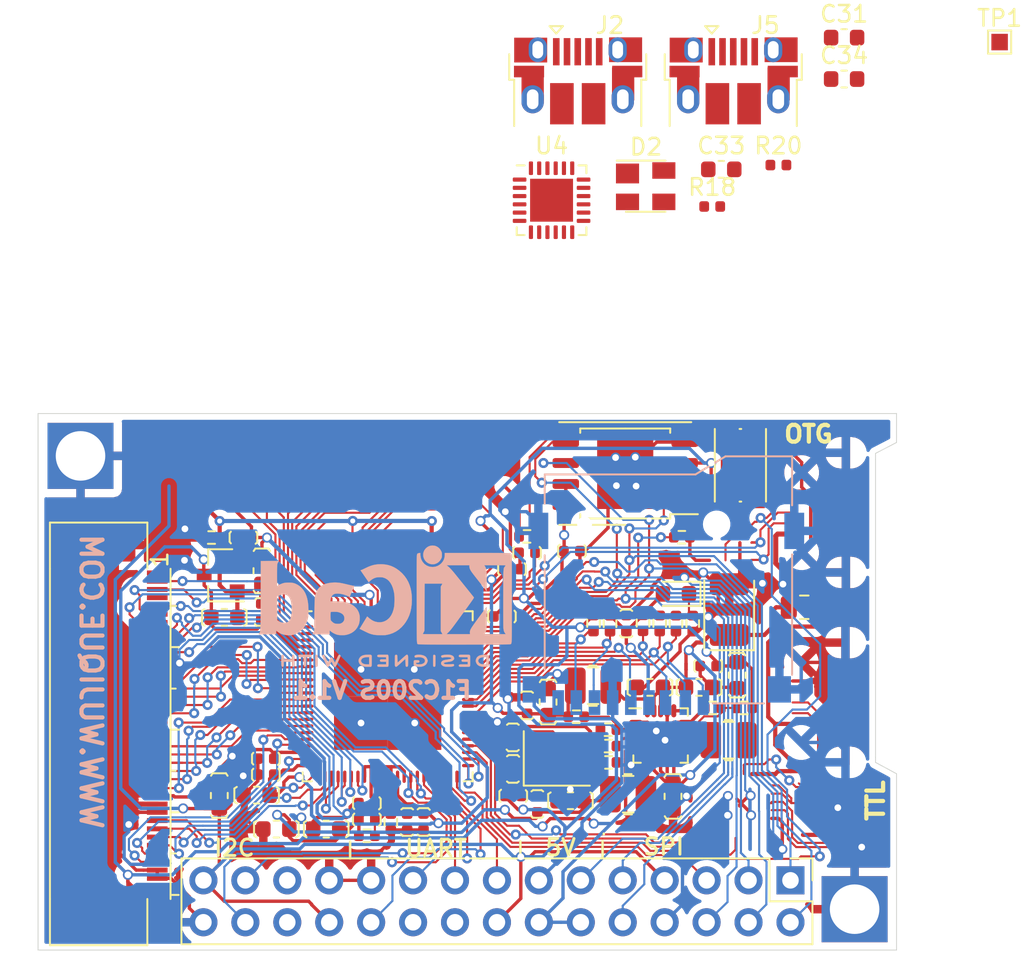
<source format=kicad_pcb>
(kicad_pcb (version 20200104) (host pcbnew "(5.99.0-803-gb8920a9f5)")
  (title_block (title "F1C100S CORE") (rev "V1.0") (company "WUJIQUE"))
  (layers (0 "F.Cu" signal) (31 "B.Cu" signal) (34 "B.Paste" user) (35 "F.Paste" user) (36 "B.SilkS" user) (37 "F.SilkS" user) (38 "B.Mask" user) (39 "F.Mask" user) (44 "Edge.Cuts" user))
  (net 0 "")
  (net 1 "GND")
  (net 2 "+3V3")
  (net 3 "+1V2")
  (net 4 "GNDA")
  (net 5 "+2V5")
  (net 6 "Net-(C14-Pad1)")
  (net 7 "Net-(C16-Pad1)")
  (net 8 "/CPU/SOCI")
  (net 9 "/CPU/SOCO")
  (net 10 "VDDA")
  (net 11 "+5V")
  (net 12 "Net-(D1-Pad1)")
  (net 13 "Net-(J2-Pad2)")
  (net 14 "Net-(J2-Pad3)")
  (net 15 "/CPU/HP_COMFB")
  (net 16 "/CPU/HP_L")
  (net 17 "/CPU/HP_COM")
  (net 18 "Net-(L1-Pad2)")
  (net 19 "Net-(L2-Pad2)")
  (net 20 "Net-(L3-Pad2)")
  (net 21 "Net-(R6-Pad2)")
  (net 22 "Net-(R10-Pad1)")
  (net 23 "Net-(R11-Pad1)")
  (net 24 "Net-(R18-Pad1)")
  (net 25 "/CPU/CTP_INT")
  (net 26 "/CPU/CTP_RST")
  (net 27 "/CPU/LCD_BL")
  (net 28 "/CPU/LCD_VS")
  (net 29 "/CPU/LCD_HS")
  (net 30 "/CPU/LCD_DE")
  (net 31 "/CPU/LCD_CLK")
  (net 32 "/CPU/LCD_D23")
  (net 33 "/CPU/LCD_D22")
  (net 34 "/CPU/LCD_D21")
  (net 35 "/CPU/LCD_D20")
  (net 36 "/CPU/LCD_D19")
  (net 37 "/CPU/LCD_D18")
  (net 38 "/CPU/LCD_D15")
  (net 39 "/CPU/LCD_D14")
  (net 40 "/CPU/LCD_D13")
  (net 41 "/CPU/LCD_D12")
  (net 42 "/CPU/LCD_D11")
  (net 43 "/CPU/LCD_D10")
  (net 44 "/CPU/LCD_D7")
  (net 45 "/CPU/LCD_D6")
  (net 46 "/CPU/LCD_D5")
  (net 47 "/CPU/LCD_D4")
  (net 48 "/CPU/LCD_D3")
  (net 49 "/CPU/LCD_D2")
  (net 50 "/Misc/CP2104_RST")
  (net 51 "/VBUS")
  (net 52 "/USB_D+")
  (net 53 "/USB_D-")
  (net 54 "/USB_ID")
  (net 55 "/PE12_TWI0_SDA")
  (net 56 "/PE11_TWI0_SCK")
  (net 57 "/SDIO_D1")
  (net 58 "/SDIO_D2")
  (net 59 "/SDIO_D0")
  (net 60 "/SDIO_CLK")
  (net 61 "/SDIO_CMD")
  (net 62 "/SDIO_D3")
  (net 63 "/PA0_UART1_RTS_SPI1_CS")
  (net 64 "/SPI0_MISO")
  (net 65 "/SPI0_MOSI")
  (net 66 "/SPI0_CLK")
  (net 67 "/PE5")
  (net 68 "/PA1_UART1_CTS_SPI1_MOSI")
  (net 69 "/PA2_UART1_RX_SPI1_CLK")
  (net 70 "/PA3_UART1_TX_SPI1_MISO")
  (net 71 "/SPI0_CS")
  (net 72 "/PE7_UART2_TX_SPI1_CS")
  (net 73 "/PE10_UART2_CTS_SPI1_MISO")
  (net 74 "/PE9_UART2_RTS_SPI1_CLK")
  (net 75 "/PE8_UART2_RX_SPI1_MOSI")
  (net 76 "/CPU_TXD")
  (net 77 "/CPU_RXD")
  (net 78 "/usb/CP2104_RST")
  (net 79 "Net-(TP1-Pad1)")
  (net 80 "Net-(U1-Pad72)")
  (net 81 "Net-(U1-Pad75)")
  (net 82 "Net-(U1-Pad76)")
  (net 83 "Net-(U1-Pad77)")
  (net 84 "Net-(U1-Pad78)")
  (net 85 "Net-(U1-Pad79)")
  (net 86 "Net-(U1-Pad81)")
  (net 87 "Net-(U1-Pad83)")
  (net 88 "Net-(U1-Pad84)")
  (net 89 "Net-(U1-Pad85)")
  (net 90 "Net-(U1-Pad86)")
  (net 91 "Net-(U1-Pad87)")
  (net 92 "Net-(U1-Pad88)")
  (module "Package_DFN_QFN:QFN-24-1EP_4x4mm_P0.5mm_EP2.6x2.6mm" (layer "F.Cu") (at 171.1036 87.0787)
    (fp_text reference "U4" (at 0 -3.3) (layer "F.SilkS"))
    (fp_text value "09.0001_CP2104")
    (pad "25" smd rect (at 0 0) (size 2.6 2.6) (layers "F.Cu" "F.Mask") (net 1 "GND"))
    (pad "24" smd roundrect (at -1.25 -1.9375) (size 0.25 0.825) (layers "F.Cu" "F.Paste" "F.Mask"))
    (pad "23" smd roundrect (at -0.75 -1.9375) (size 0.25 0.825) (layers "F.Cu" "F.Paste" "F.Mask"))
    (pad "22" smd roundrect (at -0.25 -1.9375) (size 0.25 0.825) (layers "F.Cu" "F.Paste" "F.Mask"))
    (pad "21" smd roundrect (at 0.25 -1.9375) (size 0.25 0.825) (layers "F.Cu" "F.Paste" "F.Mask") (net 77 "/CPU_RXD"))
    (pad "20" smd roundrect (at 0.75 -1.9375) (size 0.25 0.825) (layers "F.Cu" "F.Paste" "F.Mask") (net 76 "/CPU_TXD"))
    (pad "19" smd roundrect (at 1.25 -1.9375) (size 0.25 0.825) (layers "F.Cu" "F.Paste" "F.Mask"))
    (pad "18" smd roundrect (at 1.9375 -1.25) (size 0.825 0.25) (layers "F.Cu" "F.Paste" "F.Mask"))
    (pad "17" smd roundrect (at 1.9375 -0.75) (size 0.825 0.25) (layers "F.Cu" "F.Paste" "F.Mask"))
    (pad "16" smd roundrect (at 1.9375 -0.25) (size 0.825 0.25) (layers "F.Cu" "F.Paste" "F.Mask"))
    (pad "15" smd roundrect (at 1.9375 0.25) (size 0.825 0.25) (layers "F.Cu" "F.Paste" "F.Mask"))
    (pad "14" smd roundrect (at 1.9375 0.75) (size 0.825 0.25) (layers "F.Cu" "F.Paste" "F.Mask"))
    (pad "13" smd roundrect (at 1.9375 1.25) (size 0.825 0.25) (layers "F.Cu" "F.Paste" "F.Mask"))
    (pad "12" smd roundrect (at 1.25 1.9375) (size 0.25 0.825) (layers "F.Cu" "F.Paste" "F.Mask"))
    (pad "11" smd roundrect (at 0.75 1.9375) (size 0.25 0.825) (layers "F.Cu" "F.Paste" "F.Mask"))
    (pad "10" smd roundrect (at 0.25 1.9375) (size 0.25 0.825) (layers "F.Cu" "F.Paste" "F.Mask"))
    (pad "9" smd roundrect (at -0.25 1.9375) (size 0.25 0.825) (layers "F.Cu" "F.Paste" "F.Mask") (net 24 "Net-(R18-Pad1)"))
    (pad "8" smd roundrect (at -0.75 1.9375) (size 0.25 0.825) (layers "F.Cu" "F.Paste" "F.Mask") (net 51 "/VBUS"))
    (pad "7" smd roundrect (at -1.25 1.9375) (size 0.25 0.825) (layers "F.Cu" "F.Paste" "F.Mask") (net 51 "/VBUS"))
    (pad "6" smd roundrect (at -1.9375 1.25) (size 0.825 0.25) (layers "F.Cu" "F.Paste" "F.Mask") (net 78 "/usb/CP2104_RST"))
    (pad "5" smd roundrect (at -1.9375 0.75) (size 0.825 0.25) (layers "F.Cu" "F.Paste" "F.Mask") (net 78 "/usb/CP2104_RST"))
    (pad "4" smd roundrect (at -1.9375 0.25) (size 0.825 0.25) (layers "F.Cu" "F.Paste" "F.Mask") (net 13 "Net-(J2-Pad2)"))
    (pad "3" smd roundrect (at -1.9375 -0.25) (size 0.825 0.25) (layers "F.Cu" "F.Paste" "F.Mask") (net 14 "Net-(J2-Pad3)"))
    (pad "2" smd roundrect (at -1.9375 -0.75) (size 0.825 0.25) (layers "F.Cu" "F.Paste" "F.Mask") (net 1 "GND"))
    (pad "1" smd roundrect (at -1.9375 -1.25) (size 0.825 0.25) (layers "F.Cu" "F.Paste" "F.Mask"))
  )
  (module "TestPoint:TestPoint_Pad_1.0x1.0mm" (layer "F.Cu") (at 198.2436 77.4987)
    (fp_text reference "TP1" (at 0 -1.448) (layer "F.SilkS"))
    (fp_text value "TestPoint")
    (pad "1" smd rect (at 0 0) (size 1 1) (layers "F.Cu" "F.Mask") (net 79 "Net-(TP1-Pad1)"))
  )
  (module "Resistor_SMD:R_0402_1005Metric" (layer "F.Cu") (at 184.8436 84.9487)
    (fp_text reference "R20" (at 0 -1.17) (layer "F.SilkS"))
    (fp_text value "02.0008_R0402_10K_1%")
    (pad "2" smd roundrect (at 0.485 0) (size 0.59 0.64) (layers "F.Cu" "F.Paste" "F.Mask") (net 54 "/USB_ID"))
    (pad "1" smd roundrect (at -0.485 0) (size 0.59 0.64) (layers "F.Cu" "F.Paste" "F.Mask") (net 2 "+3V3"))
  )
  (module "Resistor_SMD:R_0402_1005Metric" (layer "F.Cu") (at 180.8336 87.4587)
    (fp_text reference "R18" (at 0 -1.17) (layer "F.SilkS"))
    (fp_text value "02.0005_R0402_4K7_1%")
    (pad "2" smd roundrect (at 0.485 0) (size 0.59 0.64) (layers "F.Cu" "F.Paste" "F.Mask") (net 78 "/usb/CP2104_RST"))
    (pad "1" smd roundrect (at -0.485 0) (size 0.59 0.64) (layers "F.Cu" "F.Paste" "F.Mask") (net 24 "Net-(R18-Pad1)"))
  )
  (module "Connector_USB:USB_Micro-B_Amphenol_10103594-0001LF_Horizontal" (layer "F.Cu") (at 182.1336 79.8487)
    (fp_text reference "J5" (at 1.925 -3.365) (layer "F.SilkS"))
    (fp_text value "10.0002_USB_Micro")
    (pad "6" smd rect (at 0.935 1.385 90) (size 2.5 1.43) (layers "F.Cu" "F.Paste" "F.Mask") (net 1 "GND"))
    (pad "6" smd rect (at -0.985 1.385 90) (size 2.5 1.43) (layers "F.Cu" "F.Paste" "F.Mask") (net 1 "GND"))
    (pad "6" thru_hole oval (at 2.705 1.115 90) (size 1.7 1.35) (drill oval 1.2 0.7) (layers *.Cu *.Mask) (net 1 "GND"))
    (pad "6" thru_hole oval (at -2.755 1.115 90) (size 1.7 1.35) (drill oval 1.2 0.7) (layers *.Cu *.Mask) (net 1 "GND"))
    (pad "6" thru_hole oval (at 2.395 -1.885 90) (size 1.5 1.1) (drill oval 1.05 0.65) (layers *.Cu *.Mask) (net 1 "GND"))
    (pad "6" thru_hole oval (at -2.445 -1.885 90) (size 1.5 1.1) (drill oval 1.05 0.65) (layers *.Cu *.Mask) (net 1 "GND"))
    (pad "5" smd rect (at 1.275 -1.765 90) (size 1.65 0.4) (layers "F.Cu" "F.Paste" "F.Mask") (net 1 "GND"))
    (pad "4" smd rect (at 0.625 -1.765 90) (size 1.65 0.4) (layers "F.Cu" "F.Paste" "F.Mask") (net 54 "/USB_ID"))
    (pad "3" smd rect (at -0.025 -1.765 90) (size 1.65 0.4) (layers "F.Cu" "F.Paste" "F.Mask") (net 52 "/USB_D+"))
    (pad "2" smd rect (at -0.675 -1.765 90) (size 1.65 0.4) (layers "F.Cu" "F.Paste" "F.Mask") (net 53 "/USB_D-"))
    (pad "1" smd rect (at -1.325 -1.765 90) (size 1.65 0.4) (layers "F.Cu" "F.Paste" "F.Mask") (net 51 "/VBUS"))
    (pad "6" smd rect (at 2.875 -1.885) (size 2 1.5) (layers "F.Cu" "F.Paste" "F.Mask") (net 1 "GND"))
    (pad "6" smd rect (at -2.875 -1.865) (size 2 1.5) (layers "F.Cu" "F.Paste" "F.Mask") (net 1 "GND"))
    (pad "6" smd rect (at 2.975 -0.565) (size 1.825 0.7) (layers "F.Cu" "F.Paste" "F.Mask") (net 1 "GND"))
    (pad "6" smd rect (at -2.975 -0.565) (size 1.825 0.7) (layers "F.Cu" "F.Paste" "F.Mask") (net 1 "GND"))
    (pad "6" smd rect (at -2.755 0.185) (size 1.35 2) (layers "F.Cu" "F.Paste" "F.Mask") (net 1 "GND"))
    (pad "6" smd rect (at 2.725 0.185) (size 1.35 2) (layers "F.Cu" "F.Paste" "F.Mask") (net 1 "GND"))
  )
  (module "Connector_USB:USB_Micro-B_Amphenol_10103594-0001LF_Horizontal" (layer "F.Cu") (at 172.7136 79.8487)
    (fp_text reference "J2" (at 1.925 -3.365) (layer "F.SilkS"))
    (fp_text value "10.0002_USB_Micro")
    (pad "6" smd rect (at 0.935 1.385 90) (size 2.5 1.43) (layers "F.Cu" "F.Paste" "F.Mask") (net 1 "GND"))
    (pad "6" smd rect (at -0.985 1.385 90) (size 2.5 1.43) (layers "F.Cu" "F.Paste" "F.Mask") (net 1 "GND"))
    (pad "6" thru_hole oval (at 2.705 1.115 90) (size 1.7 1.35) (drill oval 1.2 0.7) (layers *.Cu *.Mask) (net 1 "GND"))
    (pad "6" thru_hole oval (at -2.755 1.115 90) (size 1.7 1.35) (drill oval 1.2 0.7) (layers *.Cu *.Mask) (net 1 "GND"))
    (pad "6" thru_hole oval (at 2.395 -1.885 90) (size 1.5 1.1) (drill oval 1.05 0.65) (layers *.Cu *.Mask) (net 1 "GND"))
    (pad "6" thru_hole oval (at -2.445 -1.885 90) (size 1.5 1.1) (drill oval 1.05 0.65) (layers *.Cu *.Mask) (net 1 "GND"))
    (pad "5" smd rect (at 1.275 -1.765 90) (size 1.65 0.4) (layers "F.Cu" "F.Paste" "F.Mask") (net 1 "GND"))
    (pad "4" smd rect (at 0.625 -1.765 90) (size 1.65 0.4) (layers "F.Cu" "F.Paste" "F.Mask"))
    (pad "3" smd rect (at -0.025 -1.765 90) (size 1.65 0.4) (layers "F.Cu" "F.Paste" "F.Mask") (net 14 "Net-(J2-Pad3)"))
    (pad "2" smd rect (at -0.675 -1.765 90) (size 1.65 0.4) (layers "F.Cu" "F.Paste" "F.Mask") (net 13 "Net-(J2-Pad2)"))
    (pad "1" smd rect (at -1.325 -1.765 90) (size 1.65 0.4) (layers "F.Cu" "F.Paste" "F.Mask") (net 51 "/VBUS"))
    (pad "6" smd rect (at 2.875 -1.885) (size 2 1.5) (layers "F.Cu" "F.Paste" "F.Mask") (net 1 "GND"))
    (pad "6" smd rect (at -2.875 -1.865) (size 2 1.5) (layers "F.Cu" "F.Paste" "F.Mask") (net 1 "GND"))
    (pad "6" smd rect (at 2.975 -0.565) (size 1.825 0.7) (layers "F.Cu" "F.Paste" "F.Mask") (net 1 "GND"))
    (pad "6" smd rect (at -2.975 -0.565) (size 1.825 0.7) (layers "F.Cu" "F.Paste" "F.Mask") (net 1 "GND"))
    (pad "6" smd rect (at -2.755 0.185) (size 1.35 2) (layers "F.Cu" "F.Paste" "F.Mask") (net 1 "GND"))
    (pad "6" smd rect (at 2.725 0.185) (size 1.35 2) (layers "F.Cu" "F.Paste" "F.Mask") (net 1 "GND"))
  )
  (module "Package_TO_SOT_SMD:SOT-143" (layer "F.Cu") (at 176.8036 86.2287)
    (fp_text reference "D2" (at 0.02 -2.38) (layer "F.SilkS"))
    (fp_text value "SP0503BAHT")
    (pad "4" smd rect (at 1.1 -0.95 270) (size 1 1.4) (layers "F.Cu" "F.Paste" "F.Mask") (net 54 "/USB_ID"))
    (pad "3" smd rect (at 1.1 0.95 270) (size 1 1.4) (layers "F.Cu" "F.Paste" "F.Mask") (net 53 "/USB_D-"))
    (pad "2" smd rect (at -1.1 0.95 270) (size 1 1.4) (layers "F.Cu" "F.Paste" "F.Mask") (net 52 "/USB_D+"))
    (pad "1" smd rect (at -1.1 -0.77 270) (size 1.2 1.4) (layers "F.Cu" "F.Paste" "F.Mask") (net 1 "GND"))
  )
  (module "Capacitor_SMD:C_0603_1608Metric" (layer "F.Cu") (at 188.8236 79.7387)
    (fp_text reference "C34" (at 0 -1.43) (layer "F.SilkS"))
    (fp_text value "03.0009_C0402_100nF")
    (pad "2" smd roundrect (at 0.7875 0) (size 0.875 0.95) (layers "F.Cu" "F.Paste" "F.Mask") (net 78 "/usb/CP2104_RST"))
    (pad "1" smd roundrect (at -0.7875 0) (size 0.875 0.95) (layers "F.Cu" "F.Paste" "F.Mask") (net 1 "GND"))
  )
  (module "Capacitor_SMD:C_0603_1608Metric" (layer "F.Cu") (at 181.3836 85.2087)
    (fp_text reference "C33" (at 0 -1.43) (layer "F.SilkS"))
    (fp_text value "03.4002_C0603_2.2uF")
    (pad "2" smd roundrect (at 0.7875 0) (size 0.875 0.95) (layers "F.Cu" "F.Paste" "F.Mask") (net 78 "/usb/CP2104_RST"))
    (pad "1" smd roundrect (at -0.7875 0) (size 0.875 0.95) (layers "F.Cu" "F.Paste" "F.Mask") (net 1 "GND"))
  )
  (module "Capacitor_SMD:C_0603_1608Metric" (layer "F.Cu") (at 188.8236 77.2287)
    (fp_text reference "C31" (at 0 -1.43) (layer "F.SilkS"))
    (fp_text value "03.4001_C0603_1uF")
    (pad "2" smd roundrect (at 0.7875 0) (size 0.875 0.95) (layers "F.Cu" "F.Paste" "F.Mask") (net 51 "/VBUS"))
    (pad "1" smd roundrect (at -0.7875 0) (size 0.875 0.95) (layers "F.Cu" "F.Paste" "F.Mask") (net 1 "GND"))
  )
  (module "0WJQ:L_1008_2520_WJQ" (layer "F.Cu") (at 173.6172 116.4844)
    (fp_text reference "L3" hide)
    (fp_text value "06.0102_L2520_2.2uH")
    (pad "2" smd roundrect (at 1.075 0) (size 1.25 2.2) (layers "F.Cu" "F.Paste" "F.Mask") (roundrect_rratio 0.2) (net 20 "Net-(L3-Pad2)"))
    (pad "1" smd roundrect (at -1.075 0) (size 1.25 2.2) (layers "F.Cu" "F.Paste" "F.Mask") (roundrect_rratio 0.2) (net 3 "+1V2"))
  )
  (module "0WJQ:L_1008_2520_WJQ" (layer "F.Cu") (at 175.745 123.06)
    (fp_text reference "L2" hide)
    (fp_text value "06.0102_L2520_2.2uH")
    (pad "2" smd roundrect (at 1.075 0) (size 1.25 2.2) (layers "F.Cu" "F.Paste" "F.Mask") (roundrect_rratio 0.2) (net 19 "Net-(L2-Pad2)"))
    (pad "1" smd roundrect (at -1.075 0) (size 1.25 2.2) (layers "F.Cu" "F.Paste" "F.Mask") (roundrect_rratio 0.2) (net 5 "+2V5"))
  )
  (module "0WJQ:L_1008_2520_WJQ" (layer "F.Cu") (at 181.8214 119.7864 180)
    (fp_text reference "L1" hide)
    (fp_text value "06.0102_L2520_2.2uH")
    (pad "2" smd roundrect (at 1.075 0 180) (size 1.25 2.2) (layers "F.Cu" "F.Paste" "F.Mask") (roundrect_rratio 0.2) (net 18 "Net-(L1-Pad2)"))
    (pad "1" smd roundrect (at -1.075 0 180) (size 1.25 2.2) (layers "F.Cu" "F.Paste" "F.Mask") (roundrect_rratio 0.2) (net 2 "+3V3"))
  )
  (module "0WJQ:microSD_HRO_TF_01A" (layer "B.Cu") (at 178.054 110.0582)
    (fp_text reference "J3" hide)
    (fp_text value "10.0001_Micro_SD_Card" hide)
    (pad "" np_thru_hole circle (at 3.05 -3.35) (size 0.9 0.9) (drill 0.9) (layers *.Cu *.Mask))
    (pad "" np_thru_hole circle (at -4.95 -3.35) (size 0.9 0.9) (drill 0.9) (layers *.Cu *.Mask))
    (pad "9" smd rect (at -6.55 7.45) (size 0.7 1.5) (layers "B.Cu" "B.Paste" "B.Mask"))
    (pad "8" smd rect (at -5.45 7.45) (size 0.7 1.5) (layers "B.Cu" "B.Paste" "B.Mask") (net 57 "/SDIO_D1"))
    (pad "1" smd rect (at 2.25 7.45) (size 0.7 1.5) (layers "B.Cu" "B.Paste" "B.Mask") (net 58 "/SDIO_D2"))
    (pad "7" smd rect (at -4.35 7.45) (size 0.7 1.5) (layers "B.Cu" "B.Paste" "B.Mask") (net 59 "/SDIO_D0"))
    (pad "6" smd rect (at -3.25 7.45) (size 0.7 1.5) (layers "B.Cu" "B.Paste" "B.Mask") (net 1 "GND"))
    (pad "5" smd rect (at -2.15 7.45) (size 0.7 1.5) (layers "B.Cu" "B.Paste" "B.Mask") (net 60 "/SDIO_CLK"))
    (pad "4" smd rect (at -1.05 7.45) (size 0.7 1.5) (layers "B.Cu" "B.Paste" "B.Mask") (net 2 "+3V3"))
    (pad "3" smd rect (at -0.05 7.45) (size 0.7 1.5) (layers "B.Cu" "B.Paste" "B.Mask") (net 61 "/SDIO_CMD"))
    (pad "2" smd rect (at 1.15 7.45) (size 0.7 1.5) (layers "B.Cu" "B.Paste" "B.Mask") (net 62 "/SDIO_D3"))
    (pad "10" smd rect (at 6.85 6.65) (size 1.4 1.6) (layers "B.Cu" "B.Paste" "B.Mask") (net 1 "GND"))
    (pad "10" smd rect (at -8 6.65) (size 1.4 1.6) (layers "B.Cu" "B.Paste" "B.Mask") (net 1 "GND"))
    (pad "10" smd rect (at -7.75 -2.95) (size 1.2 2.2) (layers "B.Cu" "B.Paste" "B.Mask") (net 1 "GND"))
    (pad "10" smd rect (at 7.75 -2.95) (size 1.2 2.2) (layers "B.Cu" "B.Paste" "B.Mask") (net 1 "GND"))
  )
  (module "0WJQ:R_0402_WJQ" (layer "F.Cu") (at 178.9962 107.4928)
    (fp_text reference "R19" hide)
    (fp_text value "02.0008_R0402_10K_1%")
    (pad "2" smd roundrect (at 0.485 0) (size 0.59 0.64) (layers "F.Cu" "F.Paste" "F.Mask") (net 2 "+3V3"))
    (pad "1" smd roundrect (at -0.485 0) (size 0.59 0.64) (layers "F.Cu" "F.Paste" "F.Mask") (net 71 "/SPI0_CS"))
  )
  (module "0WJQ:R_0402_WJQ" (layer "F.Cu") (at 178.6382 112.7228 -90)
    (fp_text reference "R17" hide)
    (fp_text value "02.0014_R0402_47K_1%")
    (pad "2" smd roundrect (at 0.485 0 270) (size 0.59 0.64) (layers "F.Cu" "F.Paste" "F.Mask") (net 58 "/SDIO_D2"))
    (pad "1" smd roundrect (at -0.485 0 270) (size 0.59 0.64) (layers "F.Cu" "F.Paste" "F.Mask") (net 2 "+3V3"))
  )
  (module "0WJQ:R_0402_WJQ" (layer "F.Cu") (at 177.6536 112.7164 -90)
    (fp_text reference "R16" hide)
    (fp_text value "02.0014_R0402_47K_1%")
    (pad "2" smd roundrect (at 0.485 0 270) (size 0.59 0.64) (layers "F.Cu" "F.Paste" "F.Mask") (net 62 "/SDIO_D3"))
    (pad "1" smd roundrect (at -0.485 0 270) (size 0.59 0.64) (layers "F.Cu" "F.Paste" "F.Mask") (net 2 "+3V3"))
  )
  (module "0WJQ:R_0402_WJQ" (layer "F.Cu") (at 176.6436 112.7014 -90)
    (fp_text reference "R15" hide)
    (fp_text value "02.0014_R0402_47K_1%")
    (pad "2" smd roundrect (at 0.485 0 270) (size 0.59 0.64) (layers "F.Cu" "F.Paste" "F.Mask") (net 61 "/SDIO_CMD"))
    (pad "1" smd roundrect (at -0.485 0 270) (size 0.59 0.64) (layers "F.Cu" "F.Paste" "F.Mask") (net 2 "+3V3"))
  )
  (module "0WJQ:R_0402_WJQ" (layer "F.Cu") (at 174.6436 112.7264 -90)
    (fp_text reference "R14" hide)
    (fp_text value "02.0014_R0402_47K_1%")
    (pad "2" smd roundrect (at 0.485 0 270) (size 0.59 0.64) (layers "F.Cu" "F.Paste" "F.Mask") (net 59 "/SDIO_D0"))
    (pad "1" smd roundrect (at -0.485 0 270) (size 0.59 0.64) (layers "F.Cu" "F.Paste" "F.Mask") (net 2 "+3V3"))
  )
  (module "0WJQ:R_0402_WJQ" (layer "F.Cu") (at 173.6436 112.7164 -90)
    (fp_text reference "R13" hide)
    (fp_text value "02.0014_R0402_47K_1%")
    (pad "2" smd roundrect (at 0.485 0 270) (size 0.59 0.64) (layers "F.Cu" "F.Paste" "F.Mask") (net 57 "/SDIO_D1"))
    (pad "1" smd roundrect (at -0.485 0 270) (size 0.59 0.64) (layers "F.Cu" "F.Paste" "F.Mask") (net 2 "+3V3"))
  )
  (module "0WJQ:R_0402_WJQ" (layer "F.Cu") (at 172.5954 118.364 180)
    (fp_text reference "R11" hide)
    (fp_text value "02.0023_R0402_150K_1%")
    (pad "2" smd roundrect (at 0.485 0 180) (size 0.59 0.64) (layers "F.Cu" "F.Paste" "F.Mask") (net 3 "+1V2"))
    (pad "1" smd roundrect (at -0.485 0 180) (size 0.59 0.64) (layers "F.Cu" "F.Paste" "F.Mask") (net 23 "Net-(R11-Pad1)"))
  )
  (module "0WJQ:R_0402_WJQ" (layer "F.Cu") (at 174.5512 121.1326 180)
    (fp_text reference "R10" hide)
    (fp_text value "02.0024_R0402_470K_1%")
    (pad "2" smd roundrect (at 0.485 0 180) (size 0.59 0.64) (layers "F.Cu" "F.Paste" "F.Mask") (net 5 "+2V5"))
    (pad "1" smd roundrect (at -0.485 0 180) (size 0.59 0.64) (layers "F.Cu" "F.Paste" "F.Mask") (net 22 "Net-(R10-Pad1)"))
  )
  (module "0WJQ:R_0402_WJQ" (layer "F.Cu") (at 182.7808 117.8306)
    (fp_text reference "R9" hide)
    (fp_text value "02.0025_R0402_680K_1%")
    (pad "2" smd roundrect (at 0.485 0) (size 0.59 0.64) (layers "F.Cu" "F.Paste" "F.Mask") (net 2 "+3V3"))
    (pad "1" smd roundrect (at -0.485 0) (size 0.59 0.64) (layers "F.Cu" "F.Paste" "F.Mask") (net 21 "Net-(R6-Pad2)"))
  )
  (module "0WJQ:R_0402_WJQ" (layer "F.Cu") (at 174.5488 119.1514)
    (fp_text reference "R8" hide)
    (fp_text value "02.0023_R0402_150K_1%")
    (pad "2" smd roundrect (at 0.485 0) (size 0.59 0.64) (layers "F.Cu" "F.Paste" "F.Mask") (net 23 "Net-(R11-Pad1)"))
    (pad "1" smd roundrect (at -0.485 0) (size 0.59 0.64) (layers "F.Cu" "F.Paste" "F.Mask") (net 1 "GND"))
  )
  (module "0WJQ:R_0402_WJQ" (layer "F.Cu") (at 174.5488 120.142)
    (fp_text reference "R7" hide)
    (fp_text value "02.0023_R0402_150K_1%")
    (pad "2" smd roundrect (at 0.485 0) (size 0.59 0.64) (layers "F.Cu" "F.Paste" "F.Mask") (net 22 "Net-(R10-Pad1)"))
    (pad "1" smd roundrect (at -0.485 0) (size 0.59 0.64) (layers "F.Cu" "F.Paste" "F.Mask") (net 1 "GND"))
  )
  (module "0WJQ:R_0402_WJQ" (layer "F.Cu") (at 180.871 117.8306)
    (fp_text reference "R6" hide)
    (fp_text value "02.0023_R0402_150K_1%")
    (pad "2" smd roundrect (at 0.485 0) (size 0.59 0.64) (layers "F.Cu" "F.Paste" "F.Mask") (net 21 "Net-(R6-Pad2)"))
    (pad "1" smd roundrect (at -0.485 0) (size 0.59 0.64) (layers "F.Cu" "F.Paste" "F.Mask") (net 1 "GND"))
  )
  (module "0WJQ:R_0402_WJQ" (layer "F.Cu") (at 150.515 107.51)
    (fp_text reference "R5" hide)
    (fp_text value "02.0001_R0402_0R_1%")
    (pad "2" smd roundrect (at 0.485 0) (size 0.59 0.64) (layers "F.Cu" "F.Paste" "F.Mask") (net 4 "GNDA"))
    (pad "1" smd roundrect (at -0.485 0) (size 0.59 0.64) (layers "F.Cu" "F.Paste" "F.Mask") (net 1 "GND"))
  )
  (module "0WJQ:R_0402_WJQ" (layer "F.Cu") (at 179.6542 112.7228 -90)
    (fp_text reference "R4" hide)
    (fp_text value "02.0003_R0402_1K_1%")
    (pad "2" smd roundrect (at 0.485 0 270) (size 0.59 0.64) (layers "F.Cu" "F.Paste" "F.Mask") (net 1 "GND"))
    (pad "1" smd roundrect (at -0.485 0 270) (size 0.59 0.64) (layers "F.Cu" "F.Paste" "F.Mask") (net 12 "Net-(D1-Pad1)"))
  )
  (module "0WJQ:R_0402_WJQ" (layer "F.Cu") (at 169.6188 107.442)
    (fp_text reference "R3" hide)
    (fp_text value "02.0008_R0402_10K_1%")
    (pad "2" smd roundrect (at 0.485 0) (size 0.59 0.64) (layers "F.Cu" "F.Paste" "F.Mask") (net 7 "Net-(C16-Pad1)"))
    (pad "1" smd roundrect (at -0.485 0) (size 0.59 0.64) (layers "F.Cu" "F.Paste" "F.Mask") (net 2 "+3V3"))
  )
  (module "0WJQ:R_0402_WJQ" (layer "F.Cu") (at 161.3662 124.7418 90)
    (fp_text reference "R2" hide)
    (fp_text value "02.0026_R0402_2K_1%")
    (pad "2" smd roundrect (at 0.485 0 90) (size 0.59 0.64) (layers "F.Cu" "F.Paste" "F.Mask") (net 6 "Net-(C14-Pad1)"))
    (pad "1" smd roundrect (at -0.485 0 90) (size 0.59 0.64) (layers "F.Cu" "F.Paste" "F.Mask") (net 1 "GND"))
  )
  (module "0WJQ:R_0402_WJQ" (layer "F.Cu") (at 159.916 125.5776 180)
    (fp_text reference "R1" hide)
    (fp_text value "02.0026_R0402_2K_1%")
    (pad "2" smd roundrect (at 0.485 0 180) (size 0.59 0.64) (layers "F.Cu" "F.Paste" "F.Mask") (net 5 "+2V5"))
    (pad "1" smd roundrect (at -0.485 0 180) (size 0.59 0.64) (layers "F.Cu" "F.Paste" "F.Mask") (net 6 "Net-(C14-Pad1)"))
  )
  (module "0WJQ:C_0402_WJQ" (layer "F.Cu") (at 172.3366 108.331)
    (fp_text reference "C37" hide)
    (fp_text value "03.0009_C0402_100nF")
    (pad "2" smd roundrect (at 0.485 0) (size 0.59 0.64) (layers "F.Cu" "F.Paste" "F.Mask") (net 1 "GND"))
    (pad "1" smd roundrect (at -0.485 0) (size 0.59 0.64) (layers "F.Cu" "F.Paste" "F.Mask") (net 2 "+3V3"))
  )
  (module "0WJQ:C_0402_WJQ" (layer "F.Cu") (at 175.6336 112.7164 90)
    (fp_text reference "C36" hide)
    (fp_text value "03.0009_C0402_100nF")
    (pad "2" smd roundrect (at 0.485 0 90) (size 0.59 0.64) (layers "F.Cu" "F.Paste" "F.Mask") (net 1 "GND"))
    (pad "1" smd roundrect (at -0.485 0 90) (size 0.59 0.64) (layers "F.Cu" "F.Paste" "F.Mask") (net 2 "+3V3"))
  )
  (module "0WJQ:C_0603_WJQ" (layer "F.Cu") (at 178.4604 123.1901 -90)
    (fp_text reference "C29" hide)
    (fp_text value "03.4004_C0603_10uF")
    (pad "2" smd roundrect (at 0.7875 0 270) (size 0.875 0.95) (layers "F.Cu" "F.Paste" "F.Mask") (net 1 "GND"))
    (pad "1" smd roundrect (at -0.7875 0 270) (size 0.875 0.95) (layers "F.Cu" "F.Paste" "F.Mask") (net 11 "+5V"))
  )
  (module "0WJQ:C_0603_WJQ" (layer "F.Cu") (at 177.0635 116.586 180)
    (fp_text reference "C28" hide)
    (fp_text value "03.4004_C0603_10uF")
    (pad "2" smd roundrect (at 0.7875 0 180) (size 0.875 0.95) (layers "F.Cu" "F.Paste" "F.Mask") (net 1 "GND"))
    (pad "1" smd roundrect (at -0.7875 0 180) (size 0.875 0.95) (layers "F.Cu" "F.Paste" "F.Mask") (net 11 "+5V"))
  )
  (module "0WJQ:C_0603_WJQ" (layer "F.Cu") (at 180.0352 116.586)
    (fp_text reference "C27" hide)
    (fp_text value "03.4004_C0603_10uF")
    (pad "2" smd roundrect (at 0.7875 0) (size 0.875 0.95) (layers "F.Cu" "F.Paste" "F.Mask") (net 1 "GND"))
    (pad "1" smd roundrect (at -0.7875 0) (size 0.875 0.95) (layers "F.Cu" "F.Paste" "F.Mask") (net 11 "+5V"))
  )
  (module "0WJQ:C_0402_WJQ" (layer "F.Cu") (at 169.6212 117.6758 90)
    (fp_text reference "C26" hide)
    (fp_text value "03.0009_C0402_100nF")
    (pad "2" smd roundrect (at 0.485 0 90) (size 0.59 0.64) (layers "F.Cu" "F.Paste" "F.Mask") (net 1 "GND"))
    (pad "1" smd roundrect (at -0.485 0 90) (size 0.59 0.64) (layers "F.Cu" "F.Paste" "F.Mask") (net 3 "+1V2"))
  )
  (module "0WJQ:C_0402_WJQ" (layer "F.Cu") (at 170.24 123.65 90)
    (fp_text reference "C25" hide)
    (fp_text value "03.0009_C0402_100nF")
    (pad "2" smd roundrect (at 0.485 0 90) (size 0.59 0.64) (layers "F.Cu" "F.Paste" "F.Mask") (net 1 "GND"))
    (pad "1" smd roundrect (at -0.485 0 90) (size 0.59 0.64) (layers "F.Cu" "F.Paste" "F.Mask") (net 5 "+2V5"))
  )
  (module "0WJQ:C_0402_WJQ" (layer "F.Cu") (at 180.5916 115.2906 180)
    (fp_text reference "C24" hide)
    (fp_text value "03.0009_C0402_100nF")
    (pad "2" smd roundrect (at 0.485 0 180) (size 0.59 0.64) (layers "F.Cu" "F.Paste" "F.Mask") (net 1 "GND"))
    (pad "1" smd roundrect (at -0.485 0 180) (size 0.59 0.64) (layers "F.Cu" "F.Paste" "F.Mask") (net 2 "+3V3"))
  )
  (module "0WJQ:C_0603_WJQ" (layer "F.Cu") (at 170.8912 117.4749 90)
    (fp_text reference "C23" hide)
    (fp_text value "03.4004_C0603_10uF")
    (pad "2" smd roundrect (at 0.7875 0 90) (size 0.875 0.95) (layers "F.Cu" "F.Paste" "F.Mask") (net 1 "GND"))
    (pad "1" smd roundrect (at -0.7875 0 90) (size 0.875 0.95) (layers "F.Cu" "F.Paste" "F.Mask") (net 3 "+1V2"))
  )
  (module "0WJQ:C_0603_WJQ" (layer "F.Cu") (at 172.2475 123.45 180)
    (fp_text reference "C22" hide)
    (fp_text value "03.4004_C0603_10uF")
    (pad "2" smd roundrect (at 0.7875 0 180) (size 0.875 0.95) (layers "F.Cu" "F.Paste" "F.Mask") (net 1 "GND"))
    (pad "1" smd roundrect (at -0.7875 0 180) (size 0.875 0.95) (layers "F.Cu" "F.Paste" "F.Mask") (net 5 "+2V5"))
  )
  (module "0WJQ:C_0603_WJQ" (layer "F.Cu") (at 182.3466 115.8494 -90)
    (fp_text reference "C21" hide)
    (fp_text value "03.4004_C0603_10uF")
    (pad "2" smd roundrect (at 0.7875 0 270) (size 0.875 0.95) (layers "F.Cu" "F.Paste" "F.Mask") (net 1 "GND"))
    (pad "1" smd roundrect (at -0.7875 0 270) (size 0.875 0.95) (layers "F.Cu" "F.Paste" "F.Mask") (net 2 "+3V3"))
  )
  (module "0WJQ:C_0402_WJQ" (layer "F.Cu") (at 152.44 107.51 180)
    (fp_text reference "C20" hide)
    (fp_text value "03.0009_C0402_100nF")
    (pad "2" smd roundrect (at 0.485 0 180) (size 0.59 0.64) (layers "F.Cu" "F.Paste" "F.Mask") (net 4 "GNDA"))
    (pad "1" smd roundrect (at -0.485 0 180) (size 0.59 0.64) (layers "F.Cu" "F.Paste" "F.Mask") (net 10 "VDDA"))
  )
  (module "0WJQ:C_0603_WJQ" (layer "F.Cu") (at 153.56 109.5275 -90)
    (fp_text reference "C19" hide)
    (fp_text value "03.4004_C0603_10uF")
    (pad "2" smd roundrect (at 0.7875 0 270) (size 0.875 0.95) (layers "F.Cu" "F.Paste" "F.Mask") (net 4 "GNDA"))
    (pad "1" smd roundrect (at -0.7875 0 270) (size 0.875 0.95) (layers "F.Cu" "F.Paste" "F.Mask") (net 10 "VDDA"))
  )
  (module "0WJQ:C_0402_WJQ" (layer "F.Cu") (at 168.76 119.615 90)
    (fp_text reference "C18" hide)
    (fp_text value "03.0003_C0402_10pF")
    (pad "2" smd roundrect (at 0.485 0 90) (size 0.59 0.64) (layers "F.Cu" "F.Paste" "F.Mask") (net 1 "GND"))
    (pad "1" smd roundrect (at -0.485 0 90) (size 0.59 0.64) (layers "F.Cu" "F.Paste" "F.Mask") (net 9 "/CPU/SOCO"))
  )
  (module "0WJQ:C_0402_WJQ" (layer "F.Cu") (at 168.76 121.525 -90)
    (fp_text reference "C17" hide)
    (fp_text value "03.0003_C0402_10pF")
    (pad "2" smd roundrect (at 0.485 0 270) (size 0.59 0.64) (layers "F.Cu" "F.Paste" "F.Mask") (net 1 "GND"))
    (pad "1" smd roundrect (at -0.485 0 270) (size 0.59 0.64) (layers "F.Cu" "F.Paste" "F.Mask") (net 8 "/CPU/SOCI"))
  )
  (module "0WJQ:C_0402_WJQ" (layer "F.Cu") (at 169.6188 108.4326 180)
    (fp_text reference "C16" hide)
    (fp_text value "03.0001_C0402_1uF")
    (pad "2" smd roundrect (at 0.485 0 180) (size 0.59 0.64) (layers "F.Cu" "F.Paste" "F.Mask") (net 1 "GND"))
    (pad "1" smd roundrect (at -0.485 0 180) (size 0.59 0.64) (layers "F.Cu" "F.Paste" "F.Mask") (net 7 "Net-(C16-Pad1)"))
  )
  (module "0WJQ:C_0402_WJQ" (layer "F.Cu") (at 162.3568 124.7418 90)
    (fp_text reference "C15" hide)
    (fp_text value "03.0009_C0402_100nF")
    (pad "2" smd roundrect (at 0.485 0 90) (size 0.59 0.64) (layers "F.Cu" "F.Paste" "F.Mask") (net 6 "Net-(C14-Pad1)"))
    (pad "1" smd roundrect (at -0.485 0 90) (size 0.59 0.64) (layers "F.Cu" "F.Paste" "F.Mask") (net 1 "GND"))
  )
  (module "0WJQ:C_0402_WJQ" (layer "F.Cu") (at 159.916 124.587 180)
    (fp_text reference "C14" hide)
    (fp_text value "03.0009_C0402_100nF")
    (pad "2" smd roundrect (at 0.485 0 180) (size 0.59 0.64) (layers "F.Cu" "F.Paste" "F.Mask") (net 5 "+2V5"))
    (pad "1" smd roundrect (at -0.485 0 180) (size 0.59 0.64) (layers "F.Cu" "F.Paste" "F.Mask") (net 6 "Net-(C14-Pad1)"))
  )
  (module "0WJQ:C_0402_WJQ" (layer "F.Cu") (at 159.916 123.5964 180)
    (fp_text reference "C13" hide)
    (fp_text value "03.0009_C0402_100nF")
    (pad "2" smd roundrect (at 0.485 0 180) (size 0.59 0.64) (layers "F.Cu" "F.Paste" "F.Mask") (net 1 "GND"))
    (pad "1" smd roundrect (at -0.485 0 180) (size 0.59 0.64) (layers "F.Cu" "F.Paste" "F.Mask") (net 5 "+2V5"))
  )
  (module "0WJQ:C_0603_WJQ" (layer "F.Cu") (at 154.4319 125.1712 180)
    (fp_text reference "C12" hide)
    (fp_text value "03.4004_C0603_10uF")
    (pad "2" smd roundrect (at 0.7875 0 180) (size 0.875 0.95) (layers "F.Cu" "F.Paste" "F.Mask") (net 1 "GND"))
    (pad "1" smd roundrect (at -0.7875 0 180) (size 0.875 0.95) (layers "F.Cu" "F.Paste" "F.Mask") (net 5 "+2V5"))
  )
  (module "0WJQ:C_0603_WJQ" (layer "F.Cu") (at 157.4545 125.1712 180)
    (fp_text reference "C11" hide)
    (fp_text value "03.4004_C0603_10uF")
    (pad "2" smd roundrect (at 0.7875 0 180) (size 0.875 0.95) (layers "F.Cu" "F.Paste" "F.Mask") (net 1 "GND"))
    (pad "1" smd roundrect (at -0.7875 0 180) (size 0.875 0.95) (layers "F.Cu" "F.Paste" "F.Mask") (net 5 "+2V5"))
  )
  (module "0WJQ:C_0402_WJQ" (layer "F.Cu") (at 168.7068 109.4232)
    (fp_text reference "C10" hide)
    (fp_text value "03.0009_C0402_100nF")
    (pad "2" smd roundrect (at 0.485 0) (size 0.59 0.64) (layers "F.Cu" "F.Paste" "F.Mask") (net 1 "GND"))
    (pad "1" smd roundrect (at -0.485 0) (size 0.59 0.64) (layers "F.Cu" "F.Paste" "F.Mask") (net 3 "+1V2"))
  )
  (module "0WJQ:C_0402_WJQ" (layer "F.Cu") (at 168.7806 123.1646)
    (fp_text reference "C9" hide)
    (fp_text value "03.0009_C0402_100nF")
    (pad "2" smd roundrect (at 0.485 0) (size 0.59 0.64) (layers "F.Cu" "F.Paste" "F.Mask") (net 1 "GND"))
    (pad "1" smd roundrect (at -0.485 0) (size 0.59 0.64) (layers "F.Cu" "F.Paste" "F.Mask") (net 2 "+3V3"))
  )
  (module "0WJQ:C_0402_WJQ" (layer "F.Cu") (at 153.5176 112.0164 90)
    (fp_text reference "C8" hide)
    (fp_text value "03.0009_C0402_100nF")
    (pad "2" smd roundrect (at 0.485 0 90) (size 0.59 0.64) (layers "F.Cu" "F.Paste" "F.Mask") (net 4 "GNDA"))
    (pad "1" smd roundrect (at -0.485 0 90) (size 0.59 0.64) (layers "F.Cu" "F.Paste" "F.Mask") (net 2 "+3V3"))
  )
  (module "0WJQ:C_0402_WJQ" (layer "F.Cu") (at 163.3474 124.7394 -90)
    (fp_text reference "C7" hide)
    (fp_text value "03.0009_C0402_100nF")
    (pad "2" smd roundrect (at 0.485 0 270) (size 0.59 0.64) (layers "F.Cu" "F.Paste" "F.Mask") (net 1 "GND"))
    (pad "1" smd roundrect (at -0.485 0 270) (size 0.59 0.64) (layers "F.Cu" "F.Paste" "F.Mask") (net 3 "+1V2"))
  )
  (module "0WJQ:C_0402_WJQ" (layer "F.Cu") (at 153.797 120.904 180)
    (fp_text reference "C6" hide)
    (fp_text value "03.0009_C0402_100nF")
    (pad "2" smd roundrect (at 0.485 0 180) (size 0.59 0.64) (layers "F.Cu" "F.Paste" "F.Mask") (net 1 "GND"))
    (pad "1" smd roundrect (at -0.485 0 180) (size 0.59 0.64) (layers "F.Cu" "F.Paste" "F.Mask") (net 2 "+3V3"))
  )
  (module "0WJQ:C_0603_WJQ" (layer "F.Cu") (at 151.2825 112.3442)
    (fp_text reference "C5" hide)
    (fp_text value "03.4004_C0603_10uF")
    (pad "2" smd roundrect (at 0.7875 0) (size 0.875 0.95) (layers "F.Cu" "F.Paste" "F.Mask") (net 4 "GNDA"))
    (pad "1" smd roundrect (at -0.7875 0) (size 0.875 0.95) (layers "F.Cu" "F.Paste" "F.Mask") (net 2 "+3V3"))
  )
  (module "0WJQ:C_0402_WJQ" (layer "F.Cu") (at 153.797 121.8692 180)
    (fp_text reference "C4" hide)
    (fp_text value "03.0009_C0402_100nF")
    (pad "2" smd roundrect (at 0.485 0 180) (size 0.59 0.64) (layers "F.Cu" "F.Paste" "F.Mask") (net 1 "GND"))
    (pad "1" smd roundrect (at -0.485 0 180) (size 0.59 0.64) (layers "F.Cu" "F.Paste" "F.Mask") (net 3 "+1V2"))
  )
  (module "0WJQ:C_0402_WJQ" (layer "F.Cu") (at 168.0948 112.2934)
    (fp_text reference "C3" hide)
    (fp_text value "03.0009_C0402_100nF")
    (pad "2" smd roundrect (at 0.485 0) (size 0.59 0.64) (layers "F.Cu" "F.Paste" "F.Mask") (net 1 "GND"))
    (pad "1" smd roundrect (at -0.485 0) (size 0.59 0.64) (layers "F.Cu" "F.Paste" "F.Mask") (net 2 "+3V3"))
  )
  (module "0WJQ:C_0603_WJQ" (layer "F.Cu") (at 153.2381 123.1138 180)
    (fp_text reference "C2" hide)
    (fp_text value "03.4004_C0603_10uF")
    (pad "2" smd roundrect (at 0.7875 0 180) (size 0.875 0.95) (layers "F.Cu" "F.Paste" "F.Mask") (net 1 "GND"))
    (pad "1" smd roundrect (at -0.7875 0 180) (size 0.875 0.95) (layers "F.Cu" "F.Paste" "F.Mask") (net 3 "+1V2"))
  )
  (module "0WJQ:C_0603_WJQ" (layer "F.Cu") (at 150.9776 123.1393 90)
    (fp_text reference "C1" hide)
    (fp_text value "03.4004_C0603_10uF")
    (pad "2" smd roundrect (at 0.7875 0 90) (size 0.875 0.95) (layers "F.Cu" "F.Paste" "F.Mask") (net 1 "GND"))
    (pad "1" smd roundrect (at -0.7875 0 90) (size 0.875 0.95) (layers "F.Cu" "F.Paste" "F.Mask") (net 2 "+3V3"))
  )
  (module "Symbol:KiCad-Logo2_6mm_SilkScreen" (layer "B.Cu") (at 161.036 110.9726 180)
    (fp_text reference "LOGO1" hide)
    (fp_text value "Logo_Open_Hardware_Small" hide)
  )
  (module "0WJQ:MP_HOLE_L4_M3" (layer "F.Cu") (at 189.4586 130.0226)
    (fp_text reference "H2" hide)
    (fp_text value "MountingHole_Pad_M3" hide)
    (pad "1" thru_hole rect (at 0 0) (size 4 4) (drill 3) (layers *.Cu *.Mask) (net 1 "GND"))
  )
  (module "0WJQ:MP_HOLE_L4_M3" (layer "F.Cu") (at 142.5702 102.5652)
    (fp_text reference "H1" hide)
    (fp_text value "MountingHole_Pad_M3" hide)
    (pad "1" thru_hole rect (at 0 0) (size 4 4) (drill 3) (layers *.Cu *.Mask) (net 1 "GND"))
  )
  (module "0WJQ:QFN-88_EP_10x10_Pitch0.4mm" (layer "F.Cu") (at 161.175 117.125)
    (fp_text reference "U1" hide)
    (fp_text value "08.0001_F1C200S" hide)
    (pad "1" smd oval (at -4.875 -4.2 90) (size 0.2 0.75) (layers "F.Cu" "F.Paste" "F.Mask"))
    (pad "2" smd oval (at -4.875 -3.8 90) (size 0.2 0.75) (layers "F.Cu" "F.Paste" "F.Mask"))
    (pad "3" smd oval (at -4.875 -3.4 90) (size 0.2 0.75) (layers "F.Cu" "F.Paste" "F.Mask"))
    (pad "4" smd oval (at -4.875 -3 90) (size 0.2 0.75) (layers "F.Cu" "F.Paste" "F.Mask") (net 2 "+3V3"))
    (pad "5" smd oval (at -4.875 -2.6 90) (size 0.2 0.75) (layers "F.Cu" "F.Paste" "F.Mask") (net 2 "+3V3"))
    (pad "6" smd oval (at -4.875 -2.2 90) (size 0.2 0.75) (layers "F.Cu" "F.Paste" "F.Mask") (net 49 "/CPU/LCD_D2"))
    (pad "7" smd oval (at -4.875 -1.8 90) (size 0.2 0.75) (layers "F.Cu" "F.Paste" "F.Mask") (net 48 "/CPU/LCD_D3"))
    (pad "8" smd oval (at -4.875 -1.4 90) (size 0.2 0.75) (layers "F.Cu" "F.Paste" "F.Mask") (net 47 "/CPU/LCD_D4"))
    (pad "9" smd oval (at -4.875 -1 90) (size 0.2 0.75) (layers "F.Cu" "F.Paste" "F.Mask") (net 46 "/CPU/LCD_D5"))
    (pad "10" smd oval (at -4.875 -0.6 90) (size 0.2 0.75) (layers "F.Cu" "F.Paste" "F.Mask") (net 45 "/CPU/LCD_D6"))
    (pad "11" smd oval (at -4.875 -0.2 90) (size 0.2 0.75) (layers "F.Cu" "F.Paste" "F.Mask") (net 44 "/CPU/LCD_D7"))
    (pad "12" smd oval (at -4.875 0.2 90) (size 0.2 0.75) (layers "F.Cu" "F.Paste" "F.Mask") (net 43 "/CPU/LCD_D10"))
    (pad "13" smd oval (at -4.875 0.6 90) (size 0.2 0.75) (layers "F.Cu" "F.Paste" "F.Mask") (net 42 "/CPU/LCD_D11"))
    (pad "14" smd oval (at -4.875 1 90) (size 0.2 0.75) (layers "F.Cu" "F.Paste" "F.Mask") (net 41 "/CPU/LCD_D12"))
    (pad "15" smd oval (at -4.875 1.4 90) (size 0.2 0.75) (layers "F.Cu" "F.Paste" "F.Mask") (net 40 "/CPU/LCD_D13"))
    (pad "16" smd oval (at -4.875 1.8 90) (size 0.2 0.75) (layers "F.Cu" "F.Paste" "F.Mask") (net 39 "/CPU/LCD_D14"))
    (pad "17" smd oval (at -4.875 2.2 90) (size 0.2 0.75) (layers "F.Cu" "F.Paste" "F.Mask") (net 38 "/CPU/LCD_D15"))
    (pad "18" smd oval (at -4.875 2.6 90) (size 0.2 0.75) (layers "F.Cu" "F.Paste" "F.Mask") (net 37 "/CPU/LCD_D18"))
    (pad "19" smd oval (at -4.875 3 90) (size 0.2 0.75) (layers "F.Cu" "F.Paste" "F.Mask") (net 36 "/CPU/LCD_D19"))
    (pad "20" smd oval (at -4.875 3.4 90) (size 0.2 0.75) (layers "F.Cu" "F.Paste" "F.Mask") (net 2 "+3V3"))
    (pad "21" smd oval (at -4.875 3.8 90) (size 0.2 0.75) (layers "F.Cu" "F.Paste" "F.Mask") (net 35 "/CPU/LCD_D20"))
    (pad "22" smd oval (at -4.875 4.2 90) (size 0.2 0.75) (layers "F.Cu" "F.Paste" "F.Mask") (net 3 "+1V2"))
    (pad "23" smd oval (at -4.2 4.875) (size 0.2 0.75) (layers "F.Cu" "F.Paste" "F.Mask") (net 34 "/CPU/LCD_D21"))
    (pad "24" smd oval (at -3.8 4.875) (size 0.2 0.75) (layers "F.Cu" "F.Paste" "F.Mask") (net 33 "/CPU/LCD_D22"))
    (pad "25" smd oval (at -3.4 4.875) (size 0.2 0.75) (layers "F.Cu" "F.Paste" "F.Mask") (net 32 "/CPU/LCD_D23"))
    (pad "26" smd oval (at -3 4.875) (size 0.2 0.75) (layers "F.Cu" "F.Paste" "F.Mask") (net 31 "/CPU/LCD_CLK"))
    (pad "27" smd oval (at -2.6 4.875) (size 0.2 0.75) (layers "F.Cu" "F.Paste" "F.Mask") (net 30 "/CPU/LCD_DE"))
    (pad "28" smd oval (at -2.2 4.875) (size 0.2 0.75) (layers "F.Cu" "F.Paste" "F.Mask") (net 29 "/CPU/LCD_HS"))
    (pad "29" smd oval (at -1.8 4.875) (size 0.2 0.75) (layers "F.Cu" "F.Paste" "F.Mask") (net 28 "/CPU/LCD_VS"))
    (pad "30" smd oval (at -1.4 4.875) (size 0.2 0.75) (layers "F.Cu" "F.Paste" "F.Mask") (net 5 "+2V5"))
    (pad "31" smd oval (at -1 4.875) (size 0.2 0.75) (layers "F.Cu" "F.Paste" "F.Mask") (net 5 "+2V5"))
    (pad "32" smd oval (at -0.6 4.875) (size 0.2 0.75) (layers "F.Cu" "F.Paste" "F.Mask") (net 5 "+2V5"))
    (pad "33" smd oval (at -0.2 4.875) (size 0.2 0.75) (layers "F.Cu" "F.Paste" "F.Mask") (net 6 "Net-(C14-Pad1)"))
    (pad "34" smd oval (at 0.2 4.875) (size 0.2 0.75) (layers "F.Cu" "F.Paste" "F.Mask") (net 5 "+2V5"))
    (pad "35" smd oval (at 0.6 4.875) (size 0.2 0.75) (layers "F.Cu" "F.Paste" "F.Mask") (net 3 "+1V2"))
    (pad "36" smd oval (at 1 4.875) (size 0.2 0.75) (layers "F.Cu" "F.Paste" "F.Mask") (net 5 "+2V5"))
    (pad "37" smd oval (at 1.4 4.875) (size 0.2 0.75) (layers "F.Cu" "F.Paste" "F.Mask") (net 55 "/PE12_TWI0_SDA"))
    (pad "38" smd oval (at 1.8 4.875) (size 0.2 0.75) (layers "F.Cu" "F.Paste" "F.Mask") (net 56 "/PE11_TWI0_SCK"))
    (pad "39" smd oval (at 2.2 4.875) (size 0.2 0.75) (layers "F.Cu" "F.Paste" "F.Mask") (net 73 "/PE10_UART2_CTS_SPI1_MISO"))
    (pad "40" smd oval (at 2.6 4.875) (size 0.2 0.75) (layers "F.Cu" "F.Paste" "F.Mask") (net 74 "/PE9_UART2_RTS_SPI1_CLK"))
    (pad "41" smd oval (at 3 4.875) (size 0.2 0.75) (layers "F.Cu" "F.Paste" "F.Mask") (net 75 "/PE8_UART2_RX_SPI1_MOSI"))
    (pad "42" smd oval (at 3.4 4.875) (size 0.2 0.75) (layers "F.Cu" "F.Paste" "F.Mask") (net 72 "/PE7_UART2_TX_SPI1_CS"))
    (pad "43" smd oval (at 3.8 4.875) (size 0.2 0.75) (layers "F.Cu" "F.Paste" "F.Mask") (net 27 "/CPU/LCD_BL"))
    (pad "44" smd oval (at 4.2 4.875) (size 0.2 0.75) (layers "F.Cu" "F.Paste" "F.Mask") (net 67 "/PE5"))
    (pad "45" smd oval (at 4.875 4.2 90) (size 0.2 0.75) (layers "F.Cu" "F.Paste" "F.Mask") (net 26 "/CPU/CTP_RST"))
    (pad "46" smd oval (at 4.875 3.8 90) (size 0.2 0.75) (layers "F.Cu" "F.Paste" "F.Mask") (net 25 "/CPU/CTP_INT"))
    (pad "47" smd oval (at 4.875 3.4 90) (size 0.2 0.75) (layers "F.Cu" "F.Paste" "F.Mask") (net 54 "/USB_ID"))
    (pad "48" smd oval (at 4.875 3 90) (size 0.2 0.75) (layers "F.Cu" "F.Paste" "F.Mask") (net 76 "/CPU_TXD"))
    (pad "49" smd oval (at 4.875 2.6 90) (size 0.2 0.75) (layers "F.Cu" "F.Paste" "F.Mask") (net 77 "/CPU_RXD"))
    (pad "50" smd oval (at 4.875 2.2 90) (size 0.2 0.75) (layers "F.Cu" "F.Paste" "F.Mask") (net 2 "+3V3"))
    (pad "51" smd oval (at 4.875 1.8 90) (size 0.2 0.75) (layers "F.Cu" "F.Paste" "F.Mask") (net 8 "/CPU/SOCI"))
    (pad "52" smd oval (at 4.875 1.4 90) (size 0.2 0.75) (layers "F.Cu" "F.Paste" "F.Mask") (net 9 "/CPU/SOCO"))
    (pad "53" smd oval (at 4.875 1 90) (size 0.2 0.75) (layers "F.Cu" "F.Paste" "F.Mask") (net 58 "/SDIO_D2"))
    (pad "54" smd oval (at 4.875 0.6 90) (size 0.2 0.75) (layers "F.Cu" "F.Paste" "F.Mask") (net 62 "/SDIO_D3"))
    (pad "55" smd oval (at 4.875 0.2 90) (size 0.2 0.75) (layers "F.Cu" "F.Paste" "F.Mask") (net 61 "/SDIO_CMD"))
    (pad "56" smd oval (at 4.875 -0.2 90) (size 0.2 0.75) (layers "F.Cu" "F.Paste" "F.Mask") (net 60 "/SDIO_CLK"))
    (pad "57" smd oval (at 4.875 -0.6 90) (size 0.2 0.75) (layers "F.Cu" "F.Paste" "F.Mask") (net 59 "/SDIO_D0"))
    (pad "58" smd oval (at 4.875 -1 90) (size 0.2 0.75) (layers "F.Cu" "F.Paste" "F.Mask") (net 57 "/SDIO_D1"))
    (pad "59" smd oval (at 4.875 -1.4 90) (size 0.2 0.75) (layers "F.Cu" "F.Paste" "F.Mask") (net 66 "/SPI0_CLK"))
    (pad "60" smd oval (at 4.875 -1.8 90) (size 0.2 0.75) (layers "F.Cu" "F.Paste" "F.Mask") (net 71 "/SPI0_CS"))
    (pad "61" smd oval (at 4.875 -2.2 90) (size 0.2 0.75) (layers "F.Cu" "F.Paste" "F.Mask") (net 64 "/SPI0_MISO"))
    (pad "62" smd oval (at 4.875 -2.6 90) (size 0.2 0.75) (layers "F.Cu" "F.Paste" "F.Mask") (net 65 "/SPI0_MOSI"))
    (pad "63" smd oval (at 4.875 -3 90) (size 0.2 0.75) (layers "F.Cu" "F.Paste" "F.Mask") (net 70 "/PA3_UART1_TX_SPI1_MISO"))
    (pad "64" smd oval (at 4.875 -3.4 90) (size 0.2 0.75) (layers "F.Cu" "F.Paste" "F.Mask") (net 69 "/PA2_UART1_RX_SPI1_CLK"))
    (pad "65" smd oval (at 4.875 -3.8 90) (size 0.2 0.75) (layers "F.Cu" "F.Paste" "F.Mask") (net 68 "/PA1_UART1_CTS_SPI1_MOSI"))
    (pad "66" smd oval (at 4.875 -4.2 90) (size 0.2 0.75) (layers "F.Cu" "F.Paste" "F.Mask") (net 63 "/PA0_UART1_RTS_SPI1_CS"))
    (pad "67" smd oval (at 4.2 -4.875) (size 0.2 0.75) (layers "F.Cu" "F.Paste" "F.Mask") (net 2 "+3V3"))
    (pad "68" smd oval (at 3.8 -4.875) (size 0.2 0.75) (layers "F.Cu" "F.Paste" "F.Mask") (net 53 "/USB_D-"))
    (pad "69" smd oval (at 3.4 -4.875) (size 0.2 0.75) (layers "F.Cu" "F.Paste" "F.Mask") (net 52 "/USB_D+"))
    (pad "70" smd oval (at 3 -4.875) (size 0.2 0.75) (layers "F.Cu" "F.Paste" "F.Mask") (net 7 "Net-(C16-Pad1)"))
    (pad "71" smd oval (at 2.6 -4.875) (size 0.2 0.75) (layers "F.Cu" "F.Paste" "F.Mask") (net 3 "+1V2"))
    (pad "72" smd oval (at 2.2 -4.875) (size 0.2 0.75) (layers "F.Cu" "F.Paste" "F.Mask"))
    (pad "73" smd oval (at 1.8 -4.875) (size 0.2 0.75) (layers "F.Cu" "F.Paste" "F.Mask") (net 79 "Net-(TP1-Pad1)"))
    (pad "74" smd oval (at 1.4 -4.875) (size 0.2 0.75) (layers "F.Cu" "F.Paste" "F.Mask") (net 4 "GNDA"))
    (pad "75" smd oval (at 1 -4.875) (size 0.2 0.75) (layers "F.Cu" "F.Paste" "F.Mask"))
    (pad "76" smd oval (at 0.6 -4.875) (size 0.2 0.75) (layers "F.Cu" "F.Paste" "F.Mask"))
    (pad "77" smd oval (at 0.2 -4.875) (size 0.2 0.75) (layers "F.Cu" "F.Paste" "F.Mask"))
    (pad "78" smd oval (at -0.2 -4.875) (size 0.2 0.75) (layers "F.Cu" "F.Paste" "F.Mask"))
    (pad "79" smd oval (at -0.6 -4.875) (size 0.2 0.75) (layers "F.Cu" "F.Paste" "F.Mask"))
    (pad "80" smd oval (at -1 -4.875) (size 0.2 0.75) (layers "F.Cu" "F.Paste" "F.Mask") (net 10 "VDDA"))
    (pad "81" smd oval (at -1.4 -4.875) (size 0.2 0.75) (layers "F.Cu" "F.Paste" "F.Mask"))
    (pad "82" smd oval (at -1.8 -4.875) (size 0.2 0.75) (layers "F.Cu" "F.Paste" "F.Mask") (net 4 "GNDA"))
    (pad "83" smd oval (at -2.2 -4.875) (size 0.2 0.75) (layers "F.Cu" "F.Paste" "F.Mask"))
    (pad "84" smd oval (at -2.6 -4.875) (size 0.2 0.75) (layers "F.Cu" "F.Paste" "F.Mask"))
    (pad "85" smd oval (at -3 -4.875) (size 0.2 0.75) (layers "F.Cu" "F.Paste" "F.Mask"))
    (pad "86" smd oval (at -3.4 -4.875) (size 0.2 0.75) (layers "F.Cu" "F.Paste" "F.Mask"))
    (pad "87" smd oval (at -3.8 -4.875) (size 0.2 0.75) (layers "F.Cu" "F.Paste" "F.Mask"))
    (pad "88" smd oval (at -4.2 -4.875) (size 0.2 0.75) (layers "F.Cu" "F.Paste" "F.Mask"))
    (pad "89" smd rect (at -1.625 -1.625) (size 3.25 3.25) (layers "F.Cu" "F.Paste" "F.Mask") (net 1 "GND"))
    (pad "89" smd rect (at -1.625 1.625) (size 3.25 3.25) (layers "F.Cu" "F.Paste" "F.Mask") (net 1 "GND"))
    (pad "89" smd rect (at 1.625 -1.625) (size 3.25 3.25) (layers "F.Cu" "F.Paste" "F.Mask") (net 1 "GND"))
    (pad "89" smd rect (at 1.625 1.625) (size 3.25 3.25) (layers "F.Cu" "F.Paste" "F.Mask") (net 1 "GND"))
  )
  (module "0WJQ:SW_Push_Button__A03-08" (layer "F.Cu") (at 182.5424 103.1338 90)
    (fp_text reference "SW1" hide)
    (fp_text value "11.0101_SW-A03-08" hide)
    (pad "1" smd rect (at -2.2 -1.125 90) (size 0.8 0.7) (layers "F.Cu" "F.Paste" "F.Mask") (net 7 "Net-(C16-Pad1)"))
    (pad "2" smd rect (at -2.2 1.125 90) (size 0.8 0.7) (layers "F.Cu" "F.Paste" "F.Mask") (net 1 "GND"))
    (pad "1" smd rect (at 2.2 -1.125 90) (size 0.8 0.7) (layers "F.Cu" "F.Paste" "F.Mask") (net 7 "Net-(C16-Pad1)"))
    (pad "2" smd rect (at 2.2 1.125 90) (size 0.8 0.7) (layers "F.Cu" "F.Paste" "F.Mask") (net 1 "GND"))
  )
  (module "Connector_PinHeader_2.54mm:PinHeader_2x15_P2.54mm_Vertical" (layer "F.Cu") (at 185.575 128.275 -90)
    (fp_text reference "J4" hide)
    (fp_text value "10.0201_PH2X15_2D54_V" hide)
    (pad "1" thru_hole rect (at 0 0 270) (size 1.7 1.7) (drill 1) (layers *.Cu *.Mask) (net 63 "/PA0_UART1_RTS_SPI1_CS"))
    (pad "2" thru_hole oval (at 2.54 0 270) (size 1.7 1.7) (drill 1) (layers *.Cu *.Mask) (net 64 "/SPI0_MISO"))
    (pad "3" thru_hole oval (at 0 2.54 270) (size 1.7 1.7) (drill 1) (layers *.Cu *.Mask) (net 65 "/SPI0_MOSI"))
    (pad "4" thru_hole oval (at 2.54 2.54 270) (size 1.7 1.7) (drill 1) (layers *.Cu *.Mask) (net 66 "/SPI0_CLK"))
    (pad "5" thru_hole oval (at 0 5.08 270) (size 1.7 1.7) (drill 1) (layers *.Cu *.Mask) (net 67 "/PE5"))
    (pad "6" thru_hole oval (at 2.54 5.08 270) (size 1.7 1.7) (drill 1) (layers *.Cu *.Mask) (net 68 "/PA1_UART1_CTS_SPI1_MOSI"))
    (pad "7" thru_hole oval (at 0 7.62 270) (size 1.7 1.7) (drill 1) (layers *.Cu *.Mask) (net 2 "+3V3"))
    (pad "8" thru_hole oval (at 2.54 7.62 270) (size 1.7 1.7) (drill 1) (layers *.Cu *.Mask) (net 1 "GND"))
    (pad "9" thru_hole oval (at 0 10.16 270) (size 1.7 1.7) (drill 1) (layers *.Cu *.Mask) (net 69 "/PA2_UART1_RX_SPI1_CLK"))
    (pad "10" thru_hole oval (at 2.54 10.16 270) (size 1.7 1.7) (drill 1) (layers *.Cu *.Mask) (net 70 "/PA3_UART1_TX_SPI1_MISO"))
    (pad "11" thru_hole oval (at 0 12.7 270) (size 1.7 1.7) (drill 1) (layers *.Cu *.Mask) (net 71 "/SPI0_CS"))
    (pad "12" thru_hole oval (at 2.54 12.7 270) (size 1.7 1.7) (drill 1) (layers *.Cu *.Mask) (net 11 "+5V"))
    (pad "13" thru_hole oval (at 0 15.24 270) (size 1.7 1.7) (drill 1) (layers *.Cu *.Mask) (net 1 "GND"))
    (pad "14" thru_hole oval (at 2.54 15.24 270) (size 1.7 1.7) (drill 1) (layers *.Cu *.Mask) (net 11 "+5V"))
    (pad "15" thru_hole oval (at 0 17.78 270) (size 1.7 1.7) (drill 1) (layers *.Cu *.Mask) (net 72 "/PE7_UART2_TX_SPI1_CS"))
    (pad "16" thru_hole oval (at 2.54 17.78 270) (size 1.7 1.7) (drill 1) (layers *.Cu *.Mask) (net 2 "+3V3"))
    (pad "17" thru_hole oval (at 0 20.32 270) (size 1.7 1.7) (drill 1) (layers *.Cu *.Mask) (net 73 "/PE10_UART2_CTS_SPI1_MISO"))
    (pad "18" thru_hole oval (at 2.54 20.32 270) (size 1.7 1.7) (drill 1) (layers *.Cu *.Mask))
    (pad "19" thru_hole oval (at 0 22.86 270) (size 1.7 1.7) (drill 1) (layers *.Cu *.Mask) (net 74 "/PE9_UART2_RTS_SPI1_CLK"))
    (pad "20" thru_hole oval (at 2.54 22.86 270) (size 1.7 1.7) (drill 1) (layers *.Cu *.Mask))
    (pad "21" thru_hole oval (at 0 25.4 270) (size 1.7 1.7) (drill 1) (layers *.Cu *.Mask) (net 1 "GND"))
    (pad "22" thru_hole oval (at 2.54 25.4 270) (size 1.7 1.7) (drill 1) (layers *.Cu *.Mask) (net 75 "/PE8_UART2_RX_SPI1_MOSI"))
    (pad "23" thru_hole oval (at 0 27.94 270) (size 1.7 1.7) (drill 1) (layers *.Cu *.Mask) (net 1 "GND"))
    (pad "24" thru_hole oval (at 2.54 27.94 270) (size 1.7 1.7) (drill 1) (layers *.Cu *.Mask) (net 2 "+3V3"))
    (pad "25" thru_hole oval (at 0 30.48 270) (size 1.7 1.7) (drill 1) (layers *.Cu *.Mask))
    (pad "26" thru_hole oval (at 2.54 30.48 270) (size 1.7 1.7) (drill 1) (layers *.Cu *.Mask))
    (pad "27" thru_hole oval (at 0 33.02 270) (size 1.7 1.7) (drill 1) (layers *.Cu *.Mask) (net 56 "/PE11_TWI0_SCK"))
    (pad "28" thru_hole oval (at 2.54 33.02 270) (size 1.7 1.7) (drill 1) (layers *.Cu *.Mask) (net 55 "/PE12_TWI0_SDA"))
    (pad "29" thru_hole oval (at 0 35.56 270) (size 1.7 1.7) (drill 1) (layers *.Cu *.Mask) (net 2 "+3V3"))
    (pad "30" thru_hole oval (at 2.54 35.56 270) (size 1.7 1.7) (drill 1) (layers *.Cu *.Mask) (net 1 "GND"))
  )
  (module "0WJQ:FPC_40_0.5_BR" (layer "F.Cu") (at 147.2184 119.4054 -90)
    (fp_text reference "J1" hide)
    (fp_text value "10.0402_LCD_RGB_CON_WJQ" hide)
    (fp_text user "1" (at -10.5664 -0.1524 90) (layer "F.SilkS"))
    (pad "MP" smd rect (at 11.44 2.575 270) (size 2 2.5) (layers "F.Cu" "F.Paste" "F.Mask") (net 1 "GND"))
    (pad "MP" smd rect (at -11.44 2.575 270) (size 2 2.5) (layers "F.Cu" "F.Paste" "F.Mask") (net 1 "GND"))
    (pad "40" smd rect (at 9.75 0 270) (size 0.3 1.25) (layers "F.Cu" "F.Paste" "F.Mask") (net 11 "+5V"))
    (pad "39" smd rect (at 9.25 0 270) (size 0.3 1.25) (layers "F.Cu" "F.Paste" "F.Mask") (net 11 "+5V"))
    (pad "38" smd rect (at 8.75 0 270) (size 0.3 1.25) (layers "F.Cu" "F.Paste" "F.Mask") (net 1 "GND"))
    (pad "37" smd rect (at 8.25 0 270) (size 0.3 1.25) (layers "F.Cu" "F.Paste" "F.Mask") (net 1 "GND"))
    (pad "36" smd rect (at 7.75 0 270) (size 0.3 1.25) (layers "F.Cu" "F.Paste" "F.Mask") (net 37 "/CPU/LCD_D18"))
    (pad "35" smd rect (at 7.25 0 270) (size 0.3 1.25) (layers "F.Cu" "F.Paste" "F.Mask") (net 36 "/CPU/LCD_D19"))
    (pad "34" smd rect (at 6.75 0 270) (size 0.3 1.25) (layers "F.Cu" "F.Paste" "F.Mask") (net 35 "/CPU/LCD_D20"))
    (pad "33" smd rect (at 6.25 0 270) (size 0.3 1.25) (layers "F.Cu" "F.Paste" "F.Mask") (net 34 "/CPU/LCD_D21"))
    (pad "32" smd rect (at 5.75 0 270) (size 0.3 1.25) (layers "F.Cu" "F.Paste" "F.Mask") (net 33 "/CPU/LCD_D22"))
    (pad "31" smd rect (at 5.25 0 270) (size 0.3 1.25) (layers "F.Cu" "F.Paste" "F.Mask") (net 32 "/CPU/LCD_D23"))
    (pad "30" smd rect (at 4.75 0 270) (size 0.3 1.25) (layers "F.Cu" "F.Paste" "F.Mask") (net 1 "GND"))
    (pad "29" smd rect (at 4.25 0 270) (size 0.3 1.25) (layers "F.Cu" "F.Paste" "F.Mask") (net 1 "GND"))
    (pad "28" smd rect (at 3.75 0 270) (size 0.3 1.25) (layers "F.Cu" "F.Paste" "F.Mask") (net 1 "GND"))
    (pad "27" smd rect (at 3.25 0 270) (size 0.3 1.25) (layers "F.Cu" "F.Paste" "F.Mask") (net 43 "/CPU/LCD_D10"))
    (pad "26" smd rect (at 2.75 0 270) (size 0.3 1.25) (layers "F.Cu" "F.Paste" "F.Mask") (net 42 "/CPU/LCD_D11"))
    (pad "25" smd rect (at 2.25 0 270) (size 0.3 1.25) (layers "F.Cu" "F.Paste" "F.Mask") (net 41 "/CPU/LCD_D12"))
    (pad "24" smd rect (at 1.75 0 270) (size 0.3 1.25) (layers "F.Cu" "F.Paste" "F.Mask") (net 40 "/CPU/LCD_D13"))
    (pad "23" smd rect (at 1.25 0 270) (size 0.3 1.25) (layers "F.Cu" "F.Paste" "F.Mask") (net 39 "/CPU/LCD_D14"))
    (pad "22" smd rect (at 0.75 0 270) (size 0.3 1.25) (layers "F.Cu" "F.Paste" "F.Mask") (net 38 "/CPU/LCD_D15"))
    (pad "21" smd rect (at 0.25 0 270) (size 0.3 1.25) (layers "F.Cu" "F.Paste" "F.Mask") (net 1 "GND"))
    (pad "20" smd rect (at -0.25 0 270) (size 0.3 1.25) (layers "F.Cu" "F.Paste" "F.Mask") (net 1 "GND"))
    (pad "19" smd rect (at -0.75 0 270) (size 0.3 1.25) (layers "F.Cu" "F.Paste" "F.Mask") (net 1 "GND"))
    (pad "18" smd rect (at -1.25 0 270) (size 0.3 1.25) (layers "F.Cu" "F.Paste" "F.Mask") (net 49 "/CPU/LCD_D2"))
    (pad "17" smd rect (at -1.75 0 270) (size 0.3 1.25) (layers "F.Cu" "F.Paste" "F.Mask") (net 48 "/CPU/LCD_D3"))
    (pad "16" smd rect (at -2.25 0 270) (size 0.3 1.25) (layers "F.Cu" "F.Paste" "F.Mask") (net 47 "/CPU/LCD_D4"))
    (pad "15" smd rect (at -2.75 0 270) (size 0.3 1.25) (layers "F.Cu" "F.Paste" "F.Mask") (net 46 "/CPU/LCD_D5"))
    (pad "14" smd rect (at -3.25 0 270) (size 0.3 1.25) (layers "F.Cu" "F.Paste" "F.Mask") (net 45 "/CPU/LCD_D6"))
    (pad "13" smd rect (at -3.75 0 270) (size 0.3 1.25) (layers "F.Cu" "F.Paste" "F.Mask") (net 44 "/CPU/LCD_D7"))
    (pad "12" smd rect (at -4.25 0 270) (size 0.3 1.25) (layers "F.Cu" "F.Paste" "F.Mask") (net 1 "GND"))
    (pad "11" smd rect (at -4.75 0 270) (size 0.3 1.25) (layers "F.Cu" "F.Paste" "F.Mask") (net 31 "/CPU/LCD_CLK"))
    (pad "10" smd rect (at -5.25 0 270) (size 0.3 1.25) (layers "F.Cu" "F.Paste" "F.Mask") (net 29 "/CPU/LCD_HS"))
    (pad "9" smd rect (at -5.75 0 270) (size 0.3 1.25) (layers "F.Cu" "F.Paste" "F.Mask") (net 28 "/CPU/LCD_VS"))
    (pad "8" smd rect (at -6.25 0 270) (size 0.3 1.25) (layers "F.Cu" "F.Paste" "F.Mask") (net 30 "/CPU/LCD_DE"))
    (pad "7" smd rect (at -6.75 0 270) (size 0.3 1.25) (layers "F.Cu" "F.Paste" "F.Mask") (net 27 "/CPU/LCD_BL"))
    (pad "6" smd rect (at -7.25 0 270) (size 0.3 1.25) (layers "F.Cu" "F.Paste" "F.Mask") (net 26 "/CPU/CTP_RST"))
    (pad "5" smd rect (at -7.75 0 270) (size 0.3 1.25) (layers "F.Cu" "F.Paste" "F.Mask") (net 55 "/PE12_TWI0_SDA"))
    (pad "4" smd rect (at -8.25 0 270) (size 0.3 1.25) (layers "F.Cu" "F.Paste" "F.Mask"))
    (pad "3" smd rect (at -8.75 0 270) (size 0.3 1.25) (layers "F.Cu" "F.Paste" "F.Mask") (net 56 "/PE11_TWI0_SCK"))
    (pad "2" smd rect (at -9.25 0 270) (size 0.3 1.25) (layers "F.Cu" "F.Paste" "F.Mask") (net 25 "/CPU/CTP_INT"))
    (pad "1" smd rect (at -9.75 0 270) (size 0.3 1.25) (layers "F.Cu" "F.Paste" "F.Mask"))
  )
  (module "Fuse:Fuse_0805_2012Metric" (layer "F.Cu") (at 186.4106 111.7346)
    (fp_text reference "F1" hide)
    (fp_text value "07.0004_Fuse_0805_500mA" hide)
    (pad "1" smd roundrect (at -0.9375 0) (size 0.975 1.4) (layers "F.Cu" "F.Paste" "F.Mask") (net 11 "+5V"))
    (pad "2" smd roundrect (at 0.9375 0) (size 0.975 1.4) (layers "F.Cu" "F.Paste" "F.Mask") (net 51 "/VBUS"))
  )
  (module "Crystal:Crystal_SMD_3225-4Pin_3.2x2.5mm" (layer "F.Cu") (at 171.42 120.89)
    (fp_text reference "Y1" hide)
    (fp_text value "07.0403_Crystal_24M_3225" hide)
    (pad "1" smd rect (at -1.1 0.85) (size 1.4 1.2) (layers "F.Cu" "F.Paste" "F.Mask") (net 8 "/CPU/SOCI"))
    (pad "2" smd rect (at 1.1 0.85) (size 1.4 1.2) (layers "F.Cu" "F.Paste" "F.Mask") (net 1 "GND"))
    (pad "3" smd rect (at 1.1 -0.85) (size 1.4 1.2) (layers "F.Cu" "F.Paste" "F.Mask") (net 9 "/CPU/SOCO"))
    (pad "4" smd rect (at -1.1 -0.85) (size 1.4 1.2) (layers "F.Cu" "F.Paste" "F.Mask") (net 1 "GND"))
  )
  (module "Capacitor_Tantalum_SMD:CP_EIA-3528-21_Kemet-B" (layer "F.Cu") (at 181.864 111.8751 90)
    (fp_text reference "C30" hide)
    (fp_text value "04.0002_CP1210_47uF" hide)
    (pad "1" smd roundrect (at -1.5375 0 90) (size 1.325 2.35) (layers "F.Cu" "F.Paste" "F.Mask") (roundrect_rratio 0.188679) (net 11 "+5V"))
    (pad "2" smd roundrect (at 1.5375 0 90) (size 1.325 2.35) (layers "F.Cu" "F.Paste" "F.Mask") (roundrect_rratio 0.188679) (net 1 "GND"))
  )
  (module "LED_SMD:LED_0603_1608Metric" (layer "F.Cu") (at 178.6382 110.9218 180)
    (fp_text reference "D1" hide)
    (fp_text value "07.0201_LED_Red_0603" hide)
    (pad "1" smd roundrect (at -0.7875 0 180) (size 0.875 0.95) (layers "F.Cu" "F.Paste" "F.Mask") (net 12 "Net-(D1-Pad1)"))
    (pad "2" smd roundrect (at 0.7875 0 180) (size 0.875 0.95) (layers "F.Cu" "F.Paste" "F.Mask") (net 2 "+3V3"))
  )
  (module "Package_TO_SOT_SMD:SOT-23" (layer "F.Cu") (at 151.06 109.8 180)
    (fp_text reference "U2" hide)
    (fp_text value "09.0103_XC6206" hide)
    (pad "1" smd rect (at -1 -0.95 180) (size 0.9 0.8) (layers "F.Cu" "F.Paste" "F.Mask") (net 4 "GNDA"))
    (pad "2" smd rect (at -1 0.95 180) (size 0.9 0.8) (layers "F.Cu" "F.Paste" "F.Mask") (net 10 "VDDA"))
    (pad "3" smd rect (at 1 0 180) (size 0.9 0.8) (layers "F.Cu" "F.Paste" "F.Mask") (net 2 "+3V3"))
  )
  (module "0WJQ:QFN-20_EP_3x3_Pitch0.4mm" (layer "F.Cu") (at 177.7081 119.5033)
    (fp_text reference "U3" hide)
    (fp_text value "09.0102_EA3036" hide)
    (pad "1" smd oval (at -1.5 -0.8 90) (size 0.3 0.8) (layers "F.Cu" "F.Paste" "F.Mask") (net 1 "GND"))
    (pad "2" smd oval (at -1.5 -0.4 90) (size 0.3 0.8) (layers "F.Cu" "F.Paste" "F.Mask") (net 23 "Net-(R11-Pad1)"))
    (pad "3" smd oval (at -1.5 0 90) (size 0.3 0.8) (layers "F.Cu" "F.Paste" "F.Mask") (net 22 "Net-(R10-Pad1)"))
    (pad "4" smd oval (at -1.5 0.4 90) (size 0.3 0.8) (layers "F.Cu" "F.Paste" "F.Mask") (net 1 "GND"))
    (pad "5" smd oval (at -1.5 0.8 90) (size 0.3 0.8) (layers "F.Cu" "F.Paste" "F.Mask") (net 1 "GND"))
    (pad "6" smd oval (at -0.8 1.5) (size 0.3 0.8) (layers "F.Cu" "F.Paste" "F.Mask") (net 19 "Net-(L2-Pad2)"))
    (pad "7" smd oval (at -0.4 1.5) (size 0.3 0.8) (layers "F.Cu" "F.Paste" "F.Mask") (net 11 "+5V"))
    (pad "8" smd oval (at 0 1.5) (size 0.3 0.8) (layers "F.Cu" "F.Paste" "F.Mask") (net 11 "+5V"))
    (pad "9" smd oval (at 0.4 1.5) (size 0.3 0.8) (layers "F.Cu" "F.Paste" "F.Mask") (net 11 "+5V"))
    (pad "10" smd oval (at 0.8 1.5) (size 0.3 0.8) (layers "F.Cu" "F.Paste" "F.Mask") (net 11 "+5V"))
    (pad "11" smd oval (at 1.5 0.8 90) (size 0.3 0.8) (layers "F.Cu" "F.Paste" "F.Mask") (net 18 "Net-(L1-Pad2)"))
    (pad "12" smd oval (at 1.5 0.4 90) (size 0.3 0.8) (layers "F.Cu" "F.Paste" "F.Mask") (net 1 "GND"))
    (pad "13" smd oval (at 1.5 0 90) (size 0.3 0.8) (layers "F.Cu" "F.Paste" "F.Mask") (net 1 "GND"))
    (pad "14" smd oval (at 1.5 -0.4 90) (size 0.3 0.8) (layers "F.Cu" "F.Paste" "F.Mask") (net 21 "Net-(R6-Pad2)"))
    (pad "15" smd oval (at 1.5 -0.8 90) (size 0.3 0.8) (layers "F.Cu" "F.Paste" "F.Mask") (net 1 "GND"))
    (pad "16" smd oval (at 0.8 -1.5) (size 0.3 0.8) (layers "F.Cu" "F.Paste" "F.Mask") (net 11 "+5V"))
    (pad "17" smd oval (at 0.4 -1.5) (size 0.3 0.8) (layers "F.Cu" "F.Paste" "F.Mask") (net 1 "GND"))
    (pad "18" smd oval (at 0 -1.5) (size 0.3 0.8) (layers "F.Cu" "F.Paste" "F.Mask") (net 11 "+5V"))
    (pad "19" smd oval (at -0.4 -1.5) (size 0.3 0.8) (layers "F.Cu" "F.Paste" "F.Mask") (net 11 "+5V"))
    (pad "20" smd oval (at -0.8 -1.5) (size 0.3 0.8) (layers "F.Cu" "F.Paste" "F.Mask") (net 20 "Net-(L3-Pad2)"))
    (pad "21" smd rect (at -0.5625 -0.5625) (size 0.375 0.375) (layers "F.Cu" "F.Paste" "F.Mask") (net 1 "GND"))
    (pad "21" smd rect (at -0.5625 -0.1875) (size 0.375 0.375) (layers "F.Cu" "F.Paste" "F.Mask") (net 1 "GND"))
    (pad "21" smd rect (at -0.5625 0.1875) (size 0.375 0.375) (layers "F.Cu" "F.Paste" "F.Mask") (net 1 "GND"))
    (pad "21" smd rect (at -0.5625 0.5625) (size 0.375 0.375) (layers "F.Cu" "F.Paste" "F.Mask") (net 1 "GND"))
    (pad "21" smd rect (at -0.1875 -0.5625) (size 0.375 0.375) (layers "F.Cu" "F.Paste" "F.Mask") (net 1 "GND"))
    (pad "21" smd rect (at -0.1875 -0.1875) (size 0.375 0.375) (layers "F.Cu" "F.Paste" "F.Mask") (net 1 "GND"))
    (pad "21" smd rect (at -0.1875 0.1875) (size 0.375 0.375) (layers "F.Cu" "F.Paste" "F.Mask") (net 1 "GND"))
    (pad "21" smd rect (at -0.1875 0.5625) (size 0.375 0.375) (layers "F.Cu" "F.Paste" "F.Mask") (net 1 "GND"))
    (pad "21" smd rect (at 0.1875 -0.5625) (size 0.375 0.375) (layers "F.Cu" "F.Paste" "F.Mask") (net 1 "GND"))
    (pad "21" smd rect (at 0.1875 -0.1875) (size 0.375 0.375) (layers "F.Cu" "F.Paste" "F.Mask") (net 1 "GND"))
    (pad "21" smd rect (at 0.1875 0.1875) (size 0.375 0.375) (layers "F.Cu" "F.Paste" "F.Mask") (net 1 "GND"))
    (pad "21" smd rect (at 0.1875 0.5625) (size 0.375 0.375) (layers "F.Cu" "F.Paste" "F.Mask") (net 1 "GND"))
    (pad "21" smd rect (at 0.5625 -0.5625) (size 0.375 0.375) (layers "F.Cu" "F.Paste" "F.Mask") (net 1 "GND"))
    (pad "21" smd rect (at 0.5625 -0.1875) (size 0.375 0.375) (layers "F.Cu" "F.Paste" "F.Mask") (net 1 "GND"))
    (pad "21" smd rect (at 0.5625 0.1875) (size 0.375 0.375) (layers "F.Cu" "F.Paste" "F.Mask") (net 1 "GND"))
    (pad "21" smd rect (at 0.5625 0.5625) (size 0.375 0.375) (layers "F.Cu" "F.Paste" "F.Mask") (net 1 "GND"))
  )
  (module "0WJQ:WSON-8-1EP_8x6mm_P1.27mm_EP3.4x4.3mm" (layer "F.Cu") (at 175.5648 103.632 180)
    (fp_text reference "U5" hide)
    (fp_text value "09.0303_GD5F1GQ4" hide)
    (pad "1" smd roundrect (at -3.7 -1.905 180) (size 0.75 0.5) (layers "F.Cu" "F.Paste" "F.Mask") (net 71 "/SPI0_CS"))
    (pad "2" smd roundrect (at -3.7 -0.635 180) (size 0.75 0.5) (layers "F.Cu" "F.Paste" "F.Mask") (net 64 "/SPI0_MISO"))
    (pad "3" smd roundrect (at -3.7 0.635 180) (size 0.75 0.5) (layers "F.Cu" "F.Paste" "F.Mask") (net 2 "+3V3"))
    (pad "4" smd roundrect (at -3.7 1.905 180) (size 0.75 0.5) (layers "F.Cu" "F.Paste" "F.Mask") (net 1 "GND"))
    (pad "5" smd roundrect (at 3.7 1.905 180) (size 0.75 0.5) (layers "F.Cu" "F.Paste" "F.Mask") (net 65 "/SPI0_MOSI"))
    (pad "6" smd roundrect (at 3.7 0.635 180) (size 0.75 0.5) (layers "F.Cu" "F.Paste" "F.Mask") (net 66 "/SPI0_CLK"))
    (pad "7" smd roundrect (at 3.7 -0.635 180) (size 0.75 0.5) (layers "F.Cu" "F.Paste" "F.Mask") (net 2 "+3V3"))
    (pad "8" smd roundrect (at 3.7 -1.905 180) (size 0.75 0.5) (layers "F.Cu" "F.Paste" "F.Mask") (net 2 "+3V3"))
    (pad "9" smd rect (at 0 0 180) (size 3.4 4.3) (layers "F.Cu" "F.Mask") (net 1 "GND"))
  )
  (module "Package_SO:SOIC-8_5.23x5.23mm_P1.27mm" (layer "F.Cu") (at 175.5648 103.632 180)
    (fp_text reference "U6" hide)
    (fp_text value "09.0302_W25Q128JVS" hide)
    (pad "1" smd roundrect (at -3.6 -1.905 180) (size 1.6 0.6) (layers "F.Cu" "F.Paste" "F.Mask") (net 71 "/SPI0_CS"))
    (pad "2" smd roundrect (at -3.6 -0.635 180) (size 1.6 0.6) (layers "F.Cu" "F.Paste" "F.Mask") (net 64 "/SPI0_MISO"))
    (pad "3" smd roundrect (at -3.6 0.635 180) (size 1.6 0.6) (layers "F.Cu" "F.Paste" "F.Mask") (net 2 "+3V3"))
    (pad "4" smd roundrect (at -3.6 1.905 180) (size 1.6 0.6) (layers "F.Cu" "F.Paste" "F.Mask") (net 1 "GND"))
    (pad "5" smd roundrect (at 3.6 1.905 180) (size 1.6 0.6) (layers "F.Cu" "F.Paste" "F.Mask") (net 65 "/SPI0_MOSI"))
    (pad "6" smd roundrect (at 3.6 0.635 180) (size 1.6 0.6) (layers "F.Cu" "F.Paste" "F.Mask") (net 66 "/SPI0_CLK"))
    (pad "7" smd roundrect (at 3.6 -0.635 180) (size 1.6 0.6) (layers "F.Cu" "F.Paste" "F.Mask") (net 2 "+3V3"))
    (pad "8" smd roundrect (at 3.6 -1.905 180) (size 1.6 0.6) (layers "F.Cu" "F.Paste" "F.Mask") (net 2 "+3V3"))
  )
  (gr_text "OTG" (at 186.6646 101.2444) (layer "F.SilkS") (effects (font (size 1.016 1.016) (thickness 0.254))))
  (gr_text "TTL" (at 190.7286 123.444 90) (layer "F.SilkS") (effects (font (size 1.016 1.016) (thickness 0.254))))
  (gr_text "I2C" (at 151.892 126.3142) (layer "F.SilkS") (effects (font (size 1 1) (thickness 0.1778))))
  (gr_text "UART" (at 164.1094 126.3396) (layer "F.SilkS") (effects (font (size 1.016 1.016) (thickness 0.1778))))
  (gr_text "5V" (at 171.6532 126.2888) (layer "F.SilkS") (effects (font (size 1 1) (thickness 0.1778))))
  (gr_text "SPI" (at 177.9016 126.238) (layer "F.SilkS") (effects (font (size 1 1) (thickness 0.1778))))
  (gr_line (start 158.9024 126.9492) (end 158.9024 125.9332) (layer "F.SilkS") (width 0.1524))
  (gr_line (start 174.1932 126.8984) (end 174.1932 125.8824) (layer "F.SilkS") (width 0.1524))
  (gr_line (start 169.2148 126.9238) (end 169.2148 125.9078) (layer "F.SilkS") (width 0.1524))
  (gr_line (start 174.2694 125.4506) (end 174.2694 125.476) (layer "F.SilkS") (width 0.1524))
  (gr_text "F1C200S V1.1" (at 160.8074 116.7638) (layer "B.SilkS") (effects (font (size 1.016 1.016) (thickness 0.254)) (justify mirror)))
  (gr_text "WWW.WUJIQUE.COM" (at 143.2052 116.2304 270) (layer "B.SilkS") (effects (font (size 1.27 1.27) (thickness 0.254)) (justify mirror)))
  (gr_line (start 192 121.8184) (end 192 132.5) (layer "Edge.Cuts") (width 0.0508))
  (gr_line (start 190.7286 121.1326) (end 191.9986 121.8184) (layer "Edge.Cuts") (width 0.0508))
  (gr_line (start 190.7286 120.8278) (end 190.7286 121.1326) (layer "Edge.Cuts") (width 0.0508))
  (gr_line (start 190.7286 102.4128) (end 190.7286 102.7938) (layer "Edge.Cuts") (width 0.0508))
  (gr_line (start 191.9986 101.7524) (end 190.7286 102.4128) (layer "Edge.Cuts") (width 0.0508))
  (gr_line (start 192 100) (end 191.9986 101.7524) (layer "Edge.Cuts") (width 0.0508))
  (gr_line (start 190.7286 102.7938) (end 190.7286 120.8278) (layer "Edge.Cuts") (width 0.0508))
  (gr_line (start 192 100) (end 140 100) (layer "Edge.Cuts") (width 0.0508))
  (gr_line (start 140 132.5) (end 192 132.5) (layer "Edge.Cuts") (width 0.0508))
  (gr_line (start 140 100) (end 140 132.5) (layer "Edge.Cuts") (width 0.0508))
  (via (at 183.875458 110.281942) (size 0.6096) (drill 0.4064) (layers "F.Cu" "B.Cu") (net 1))
  (via (at 177.9778 119.7864) (size 0.6096) (drill 0.4064) (layers "F.Cu" "B.Cu") (net 1))
  (via (at 177.4444 119.2276) (size 0.6096) (drill 0.4064) (layers "F.Cu" "B.Cu") (net 1))
  (via (at 162.814 118.745) (size 0.6096) (drill 0.4064) (layers "F.Cu" "B.Cu") (net 1))
  (via (at 159.5628 118.745) (size 0.6096) (drill 0.4064) (layers "F.Cu" "B.Cu") (net 1))
  (via (at 162.7886 115.4938) (size 0.6096) (drill 0.4064) (layers "F.Cu" "B.Cu") (net 1))
  (via (at 159.5628 115.4938) (size 0.6096) (drill 0.4064) (layers "F.Cu" "B.Cu") (net 1))
  (via (at 176.2252 104.394) (size 0.6096) (drill 0.4064) (layers "F.Cu" "B.Cu") (net 1))
  (via (at 175.0314 104.3686) (size 0.6096) (drill 0.4064) (layers "F.Cu" "B.Cu") (net 1))
  (via (at 176.1744 102.6414) (size 0.6096) (drill 0.4064) (layers "F.Cu" "B.Cu") (net 1))
  (via (at 174.9806 102.6668) (size 0.6096) (drill 0.4064) (layers "F.Cu" "B.Cu") (net 1))
  (via (at 181.7624 124.333) (size 0.6096) (drill 0.4064) (layers "F.Cu" "B.Cu") (net 1))
  (via (at 181.7878 123.1646) (size 0.6096) (drill 0.4064) (layers "F.Cu" "B.Cu") (net 1))
  (via (at 183.1848 124.333) (size 0.6096) (drill 0.4064) (layers "F.Cu" "B.Cu") (net 1))
  (segment (start 189.183 124.9004) (end 189.183 124.7004) (width 0.254) (layer "F.Cu") (net 1))
  (segment (start 189.183 125.1754) (end 189.183 124.7004) (width 0.254) (layer "F.Cu") (net 1))
  (segment (start 188.838 125.5204) (end 189.183 125.1754) (width 0.254) (layer "F.Cu") (net 1))
  (segment (start 186.333 125.5204) (end 188.838 125.5204) (width 0.254) (layer "F.Cu") (net 1))
  (segment (start 183.075 124.1) (end 182.325 123.35) (width 0.2032) (layer "F.Cu") (net 1))
  (segment (start 147.2184 123.6554) (end 144.8246 123.6554) (width 0.2032) (layer "F.Cu") (net 1))
  (segment (start 145.3246 123.1554) (end 147.2184 123.1554) (width 0.2032) (layer "F.Cu") (net 1))
  (segment (start 145.3246 124.1554) (end 144.8246 123.6554) (width 0.2032) (layer "F.Cu") (net 1))
  (segment (start 147.2184 124.1554) (end 145.3246 124.1554) (width 0.2032) (layer "F.Cu") (net 1))
  (segment (start 170.32 120.04) (end 170.4 120.04) (width 0.2032) (layer "F.Cu") (net 1))
  (segment (start 173.4232 121.74) (end 172.52 121.74) (width 0.2032) (layer "F.Cu") (net 1))
  (segment (start 173.448601 121.714599) (end 173.4232 121.74) (width 0.2032) (layer "F.Cu") (net 1))
  (segment (start 173.402881 119.211399) (end 173.448601 119.257119) (width 0.2032) (layer "F.Cu") (net 1))
  (segment (start 171.6168 121.74) (end 172.52 121.74) (width 0.2032) (layer "F.Cu") (net 1))
  (segment (start 171.46 121.8968) (end 171.6168 121.74) (width 0.2032) (layer "F.Cu") (net 1))
  (segment (start 171.46 123.45) (end 171.46 121.8968) (width 0.2032) (layer "F.Cu") (net 1))
  (segment (start 173.46 119.268518) (end 173.46 119.61) (width 0.2032) (layer "F.Cu") (net 1))
  (segment (start 169.346604 118.957389) (end 173.148871 118.957389) (width 0.2032) (layer "F.Cu") (net 1))
  (segment (start 169.173994 119.13) (end 169.346604 118.957389) (width 0.2032) (layer "F.Cu") (net 1))
  (segment (start 168.76 119.13) (end 169.173994 119.13) (width 0.2032) (layer "F.Cu") (net 1))
  (segment (start 173.148871 118.957389) (end 173.46 119.268518) (width 0.2032) (layer "F.Cu") (net 1))
  (segment (start 173.448601 119.257119) (end 173.46 119.61) (width 0.2032) (layer "F.Cu") (net 1))
  (segment (start 172.12 121.74) (end 172.52 121.74) (width 0.2032) (layer "F.Cu") (net 1))
  (segment (start 170.42 120.04) (end 172.12 121.74) (width 0.2032) (layer "F.Cu") (net 1))
  (segment (start 170.32 120.04) (end 170.42 120.04) (width 0.2032) (layer "F.Cu") (net 1))
  (segment (start 178.1081 118.7783) (end 178.2706 118.9408) (width 0.2032) (layer "F.Cu") (net 1))
  (segment (start 178.1081 118.0033) (end 178.1081 118.7783) (width 0.2032) (layer "F.Cu") (net 1))
  (segment (start 178.5081 118.7033) (end 178.2706 118.9408) (width 0.2032) (layer "F.Cu") (net 1))
  (segment (start 179.2081 118.7033) (end 178.5081 118.7033) (width 0.2032) (layer "F.Cu") (net 1))
  (segment (start 178.4581 119.5033) (end 178.2706 119.3158) (width 0.2032) (layer "F.Cu") (net 1))
  (segment (start 179.2081 119.5033) (end 178.4581 119.5033) (width 0.2032) (layer "F.Cu") (net 1))
  (segment (start 177.7331 119.9033) (end 177.5206 119.6908) (width 0.2032) (layer "F.Cu") (net 1))
  (segment (start 179.2081 119.9033) (end 177.7331 119.9033) (width 0.2032) (layer "F.Cu") (net 1))
  (segment (start 176.9081 118.7033) (end 177.1456 118.9408) (width 0.2032) (layer "F.Cu") (net 1))
  (segment (start 176.2081 118.7033) (end 176.9081 118.7033) (width 0.2032) (layer "F.Cu") (net 1))
  (segment (start 176.9831 119.9033) (end 177.1456 120.0658) (width 0.2032) (layer "F.Cu") (net 1))
  (segment (start 176.2081 119.9033) (end 176.9831 119.9033) (width 0.2032) (layer "F.Cu") (net 1))
  (segment (start 176.9081 120.3033) (end 177.1456 120.0658) (width 0.2032) (layer "F.Cu") (net 1))
  (segment (start 176.2081 120.3033) (end 176.9081 120.3033) (width 0.2032) (layer "F.Cu") (net 1))
  (segment (start 180.1066 115.8699) (end 180.8227 116.586) (width 0.2032) (layer "F.Cu") (net 1))
  (segment (start 180.1066 115.2906) (end 180.1066 115.8699) (width 0.2032) (layer "F.Cu") (net 1))
  (segment (start 182.2957 116.586) (end 182.3466 116.6369) (width 0.2032) (layer "F.Cu") (net 1))
  (segment (start 180.8227 116.586) (end 182.2957 116.586) (width 0.2032) (layer "F.Cu") (net 1))
  (segment (start 180.386 117.0227) (end 180.8227 116.586) (width 0.2032) (layer "F.Cu") (net 1))
  (segment (start 180.386 117.8306) (end 180.386 117.0227) (width 0.2032) (layer "F.Cu") (net 1))
  (segment (start 179.5133 118.7033) (end 180.386 117.8306) (width 0.2032) (layer "F.Cu") (net 1))
  (segment (start 179.2081 118.7033) (end 179.5133 118.7033) (width 0.2032) (layer "F.Cu") (net 1))
  (segment (start 179.9742 113.2078) (end 179.6542 113.2078) (width 0.2032) (layer "F.Cu") (net 1))
  (segment (start 181.2015 111.9805) (end 179.9742 113.2078) (width 0.2032) (layer "F.Cu") (net 1))
  (segment (start 181.2015 111.0001) (end 181.2015 111.9805) (width 0.2032) (layer "F.Cu") (net 1))
  (segment (start 181.864 110.3376) (end 181.2015 111.0001) (width 0.2032) (layer "F.Cu") (net 1))
  (via (at 179.2732 123.1646) (size 0.6096) (drill 0.4064) (layers "F.Cu" "B.Cu") (net 1))
  (segment (start 178.4604 123.9776) (end 178.4604 123.9774) (width 0.2032) (layer "F.Cu") (net 1))
  (segment (start 178.4604 123.9774) (end 179.2732 123.1646) (width 0.2032) (layer "F.Cu") (net 1))
  (segment (start 179.2732 123.1646) (end 179.434338 123.1646) (width 0.127) (layer "B.Cu") (net 1))
  (segment (start 182.499 109.7026) (end 181.864 110.3376) (width 0.2032) (layer "F.Cu") (net 1))
  (segment (start 182.499 108.8644) (end 182.499 109.7026) (width 0.2032) (layer "F.Cu") (net 1))
  (segment (start 183.1142 105.3338) (end 183.6674 105.3338) (width 0.2032) (layer "F.Cu") (net 1))
  (segment (start 182.7102 105.7378) (end 183.1142 105.3338) (width 0.2032) (layer "F.Cu") (net 1))
  (segment (start 182.7102 106.5562) (end 182.7102 105.7378) (width 0.2032) (layer "F.Cu") (net 1))
  (segment (start 182.5102 106.7562) (end 182.7102 106.5562) (width 0.2032) (layer "F.Cu") (net 1))
  (segment (start 182.5102 108.8532) (end 182.499 108.8644) (width 0.2032) (layer "F.Cu") (net 1))
  (segment (start 182.5102 107.823) (end 182.5102 108.8532) (width 0.2032) (layer "F.Cu") (net 1))
  (segment (start 174.523399 104.673401) (end 175.5648 103.632) (width 0.2032) (layer "F.Cu") (net 1))
  (segment (start 174.523399 106.924201) (end 174.523399 104.673401) (width 0.2032) (layer "F.Cu") (net 1))
  (segment (start 173.1166 108.331) (end 174.523399 106.924201) (width 0.2032) (layer "F.Cu") (net 1))
  (segment (start 172.8216 108.331) (end 173.1166 108.331) (width 0.2032) (layer "F.Cu") (net 1))
  (segment (start 177.4698 101.727) (end 175.5648 103.632) (width 0.2032) (layer "F.Cu") (net 1))
  (segment (start 179.2648 101.727) (end 177.4698 101.727) (width 0.2032) (layer "F.Cu") (net 1))
  (segment (start 184.849 124.5242) (end 184.4365 124.5242) (width 0.2032) (layer "F.Cu") (net 1))
  (segment (start 185.07761 125.66599) (end 185.07761 124.75281) (width 0.2032) (layer "F.Cu") (net 1))
  (segment (start 185.07761 124.75281) (end 184.849 124.5242) (width 0.2032) (layer "F.Cu") (net 1))
  (segment (start 183.6674 104.7306) (end 183.6674 105.3338) (width 0.2032) (layer "F.Cu") (net 1))
  (segment (start 183.698 104.7) (end 183.6674 104.7306) (width 0.2032) (layer "F.Cu") (net 1))
  (segment (start 185.7314 104.7) (end 183.698 104.7) (width 0.2032) (layer "F.Cu") (net 1))
  (segment (start 187.4514 102.375) (end 188.9314 102.375) (width 0.2032) (layer "F.Cu") (net 1))
  (segment (start 186.2514 103.575) (end 187.4514 102.375) (width 0.2032) (layer "F.Cu") (net 1))
  (segment (start 186.2514 102.9646) (end 186.2514 103.575) (width 0.2032) (layer "F.Cu") (net 1))
  (segment (start 184.2206 100.9338) (end 186.2514 102.9646) (width 0.2032) (layer "F.Cu") (net 1))
  (segment (start 183.6674 100.9338) (end 184.2206 100.9338) (width 0.2032) (layer "F.Cu") (net 1))
  (segment (start 186.801399 105.008517) (end 186.801399 107.875001) (width 0.2032) (layer "F.Cu") (net 1))
  (segment (start 186.801399 107.875001) (end 186.2514 108.425) (width 0.2032) (layer "F.Cu") (net 1))
  (segment (start 185.7314 104.7) (end 186.492882 104.7) (width 0.2032) (layer "F.Cu") (net 1))
  (segment (start 186.492882 104.7) (end 186.801399 105.008517) (width 0.2032) (layer "F.Cu") (net 1))
  (segment (start 187.4514 109.625) (end 188.9314 109.625) (width 0.2032) (layer "F.Cu") (net 1))
  (segment (start 186.2514 108.425) (end 187.4514 109.625) (width 0.2032) (layer "F.Cu") (net 1))
  (segment (start 185.835 108.0086) (end 186.2514 108.425) (width 0.2032) (layer "B.Cu") (net 1))
  (segment (start 185.835 106.675) (end 185.835 108.0086) (width 0.2032) (layer "B.Cu") (net 1))
  (segment (start 188.9314 113.8496) (end 188.906 113.875) (width 0.2032) (layer "B.Cu") (net 1))
  (segment (start 188.9314 109.625) (end 188.9314 113.8496) (width 0.2032) (layer "B.Cu") (net 1))
  (segment (start 186.2514 104.458518) (end 186.801399 105.008517) (width 0.2032) (layer "F.Cu") (net 1))
  (segment (start 186.2514 103.575) (end 186.2514 104.458518) (width 0.2032) (layer "F.Cu") (net 1))
  (segment (start 186.7092 116.2) (end 186.7142 116.205) (width 0.2032) (layer "F.Cu") (net 1))
  (segment (start 185.706 116.2) (end 186.7092 116.2) (width 0.2032) (layer "F.Cu") (net 1))
  (segment (start 186.7142 116.205) (end 188.1632 116.205) (width 0.2032) (layer "F.Cu") (net 1))
  (segment (start 188.1632 116.205) (end 188.906 115.4622) (width 0.2032) (layer "F.Cu") (net 1))
  (segment (start 188.8868 115.075) (end 188.8998 115.062) (width 0.2032) (layer "F.Cu") (net 1))
  (segment (start 188.906 115.4622) (end 188.8998 115.062) (width 0.2032) (layer "F.Cu") (net 1))
  (segment (start 186.226 115.075) (end 188.8868 115.075) (width 0.2032) (layer "F.Cu") (net 1))
  (segment (start 188.8998 115.062) (end 188.906 113.875) (width 0.2032) (layer "F.Cu") (net 1))
  (segment (start 185.8382 116.775) (end 186.2328 116.3804) (width 0.2032) (layer "B.Cu") (net 1))
  (segment (start 185.035 116.775) (end 185.8382 116.775) (width 0.2032) (layer "B.Cu") (net 1))
  (segment (start 186.226 116.3736) (end 186.226 115.075) (width 0.2032) (layer "B.Cu") (net 1))
  (segment (start 186.2328 116.3804) (end 186.226 116.3736) (width 0.2032) (layer "B.Cu") (net 1))
  (segment (start 188.906 114.5282) (end 188.906 121.125) (width 0.2032) (layer "B.Cu") (net 1))
  (segment (start 188.906 113.875) (end 188.906 114.5282) (width 0.2032) (layer "B.Cu") (net 1))
  (segment (start 188.906 120.4718) (end 188.906 121.125) (width 0.2032) (layer "B.Cu") (net 1))
  (segment (start 188.3592 119.925) (end 188.906 120.4718) (width 0.2032) (layer "B.Cu") (net 1))
  (segment (start 186.226 119.925) (end 188.3592 119.925) (width 0.2032) (layer "B.Cu") (net 1))
  (via (at 188.4426 123.8758) (size 0.6096) (drill 0.4064) (layers "F.Cu" "B.Cu") (net 1))
  (segment (start 188.4464 123.8796) (end 188.4426 123.8758) (width 0.2032) (layer "F.Cu") (net 1))
  (segment (start 189.183 123.8796) (end 188.4464 123.8796) (width 0.2032) (layer "F.Cu") (net 1))
  (segment (start 189.183 123.8796) (end 189.183 124.9004) (width 0.254) (layer "F.Cu") (net 1))
  (segment (start 189.183 123.1254) (end 189.183 123.8796) (width 0.254) (layer "F.Cu") (net 1))
  (segment (start 188.906 123.4124) (end 188.906 121.125) (width 0.2032) (layer "B.Cu") (net 1))
  (segment (start 188.4426 123.8758) (end 188.906 123.4124) (width 0.2032) (layer "B.Cu") (net 1))
  (segment (start 181.864 110.3376) (end 183.9468 110.3376) (width 0.254) (layer "F.Cu") (net 1))
  (segment (start 185.8594 108.425) (end 186.2514 108.425) (width 0.254) (layer "B.Cu") (net 1))
  (segment (start 181.29251 121.14529) (end 181.29251 115.48111) (width 0.127) (layer "B.Cu") (net 1))
  (segment (start 179.2732 123.1646) (end 181.29251 121.14529) (width 0.127) (layer "B.Cu") (net 1))
  (via (at 183.1594 123.1392) (size 0.6096) (drill 0.4064) (layers "F.Cu" "B.Cu") (net 1))
  (segment (start 182.499 123.7742) (end 182.499 123.698) (width 0.2032) (layer "F.Cu") (net 1))
  (segment (start 182.499 123.698) (end 183.0578 123.1392) (width 0.2032) (layer "F.Cu") (net 1))
  (via (at 185.120058 110.332742) (size 0.6096) (drill 0.4064) (layers "F.Cu" "B.Cu") (net 1))
  (segment (start 183.9468 110.3376) (end 185.1152 110.3376) (width 0.3048) (layer "F.Cu") (net 1))
  (segment (start 185.1152 110.3376) (end 185.120058 110.332742) (width 0.3048) (layer "F.Cu") (net 1))
  (segment (start 185.120058 109.556342) (end 186.2514 108.425) (width 0.3048) (layer "B.Cu") (net 1))
  (segment (start 185.120058 110.332742) (end 185.120058 109.556342) (width 0.3048) (layer "B.Cu") (net 1))
  (via (at 180.2892 109.6264) (size 0.6096) (drill 0.4064) (layers "F.Cu" "B.Cu") (net 1))
  (segment (start 181.864 110.3376) (end 181.0004 110.3376) (width 0.2032) (layer "F.Cu") (net 1))
  (segment (start 181.0004 110.3376) (end 180.2892 109.6264) (width 0.2032) (layer "F.Cu") (net 1))
  (segment (start 180.2892 109.6264) (end 181.221752 109.6264) (width 0.127) (layer "B.Cu") (net 1))
  (segment (start 183.337238 111.741886) (end 183.337239 114.452401) (width 0.127) (layer "B.Cu") (net 1))
  (segment (start 183.337239 114.452401) (end 183.33724 121.840216) (width 0.127) (layer "B.Cu") (net 1))
  (segment (start 181.221752 109.6264) (end 183.337238 111.741886) (width 0.127) (layer "B.Cu") (net 1))
  (via (at 179.1462 109.9312) (size 0.6096) (drill 0.4064) (layers "F.Cu" "B.Cu") (net 1))
  (segment (start 180.2892 109.6264) (end 179.451 109.6264) (width 0.2032) (layer "F.Cu") (net 1))
  (segment (start 179.451 109.6264) (end 179.1462 109.9312) (width 0.2032) (layer "F.Cu") (net 1))
  (segment (start 182.82922 122.80902) (end 183.1594 123.1392) (width 0.127) (layer "B.Cu") (net 1))
  (segment (start 182.829219 111.952315) (end 182.82922 122.80902) (width 0.127) (layer "B.Cu") (net 1))
  (segment (start 181.252615 110.375711) (end 182.829219 111.952315) (width 0.127) (layer "B.Cu") (net 1))
  (segment (start 179.1462 109.9312) (end 179.590711 110.375711) (width 0.127) (layer "B.Cu") (net 1))
  (segment (start 179.590711 110.375711) (end 181.252615 110.375711) (width 0.127) (layer "B.Cu") (net 1))
  (via (at 180.594 112.3188) (size 0.6096) (drill 0.4064) (layers "F.Cu" "B.Cu") (net 1))
  (segment (start 179.6542 113.2078) (end 179.705 113.2078) (width 0.2032) (layer "F.Cu") (net 1))
  (segment (start 179.705 113.2078) (end 180.594 112.3188) (width 0.2032) (layer "F.Cu") (net 1))
  (segment (start 180.594 112.3188) (end 181.29251 113.01731) (width 0.127) (layer "B.Cu") (net 1))
  (segment (start 181.29251 113.01731) (end 181.29251 116.2304) (width 0.127) (layer "B.Cu") (net 1))
  (segment (start 170.7134 107.0734) (end 170.315 106.675) (width 0.2032) (layer "B.Cu") (net 1))
  (segment (start 178.715148 109.9312) (end 179.1462 109.9312) (width 0.2032) (layer "F.Cu") (net 1))
  (segment (start 177.733636 109.9312) (end 178.715148 109.9312) (width 0.2032) (layer "F.Cu") (net 1))
  (segment (start 177.18459 110.480246) (end 177.733636 109.9312) (width 0.2032) (layer "F.Cu") (net 1))
  (segment (start 177.18459 110.80061) (end 177.18459 110.480246) (width 0.2032) (layer "F.Cu") (net 1))
  (segment (start 175.7538 112.2314) (end 177.18459 110.80061) (width 0.2032) (layer "F.Cu") (net 1))
  (segment (start 175.6336 112.2314) (end 175.7538 112.2314) (width 0.2032) (layer "F.Cu") (net 1))
  (segment (start 174.0638 119.1514) (end 174.0638 120.142) (width 0.2032) (layer "F.Cu") (net 1))
  (segment (start 174.0638 120.142) (end 173.7688 120.142) (width 0.2032) (layer "F.Cu") (net 1))
  (segment (start 173.718 120.0912) (end 173.4566 120.0912) (width 0.2032) (layer "F.Cu") (net 1))
  (segment (start 173.7688 120.142) (end 173.718 120.0912) (width 0.2032) (layer "F.Cu") (net 1))
  (segment (start 173.46 119.61) (end 173.4566 120.0912) (width 0.2032) (layer "F.Cu") (net 1))
  (segment (start 173.4566 120.0912) (end 173.448601 121.714599) (width 0.2032) (layer "F.Cu") (net 1))
  (segment (start 174.755 117.225) (end 174.755 117.675338) (width 0.2032) (layer "B.Cu") (net 1))
  (segment (start 178.886829 113.975171) (end 179.6542 113.2078) (width 0.2032) (layer "F.Cu") (net 1))
  (segment (start 178.886829 114.412671) (end 178.886829 113.975171) (width 0.2032) (layer "F.Cu") (net 1))
  (segment (start 176.7135 116.586) (end 178.886829 114.412671) (width 0.2032) (layer "F.Cu") (net 1))
  (segment (start 176.276 116.586) (end 176.7135 116.586) (width 0.2032) (layer "F.Cu") (net 1))
  (via (at 167.8178 118.6942) (size 0.6096) (drill 0.4064) (layers "F.Cu" "B.Cu") (net 1))
  (segment (start 184.531 125.8824) (end 184.531 123.033976) (width 0.127) (layer "B.Cu") (net 1))
  (segment (start 183.33724 121.840216) (end 183.783512 122.286488) (width 0.127) (layer "B.Cu") (net 1))
  (segment (start 184.531 123.033976) (end 183.783512 122.286488) (width 0.127) (layer "B.Cu") (net 1))
  (segment (start 176.2081 120.3033) (end 175.7337 120.3033) (width 0.2032) (layer "F.Cu") (net 1))
  (segment (start 175.7337 120.3033) (end 175.5902 120.4468) (width 0.2032) (layer "F.Cu") (net 1))
  (via (at 175.9204 121.285) (size 0.6096) (drill 0.4064) (layers "F.Cu" "B.Cu") (net 1))
  (segment (start 175.5902 121.158) (end 175.7172 121.285) (width 0.2032) (layer "F.Cu") (net 1))
  (segment (start 175.7172 121.285) (end 175.9204 121.285) (width 0.2032) (layer "F.Cu") (net 1))
  (segment (start 175.5902 121.0564) (end 175.5902 124.2822) (width 0.2032) (layer "F.Cu") (net 1))
  (segment (start 175.5902 121.0564) (end 175.5902 121.158) (width 0.2032) (layer "F.Cu") (net 1))
  (segment (start 177.9854 123.9776) (end 178.4604 123.9776) (width 0.2032) (layer "F.Cu") (net 1))
  (segment (start 177.57439 124.38861) (end 177.9854 123.9776) (width 0.2032) (layer "F.Cu") (net 1))
  (segment (start 175.69661 124.38861) (end 177.57439 124.38861) (width 0.2032) (layer "F.Cu") (net 1))
  (segment (start 175.5902 124.2822) (end 175.69661 124.38861) (width 0.2032) (layer "F.Cu") (net 1))
  (segment (start 172.8216 108.651) (end 172.8216 108.331) (width 0.2032) (layer "F.Cu") (net 1))
  (segment (start 168.8846 108.6818) (end 169.1338 108.4326) (width 0.2032) (layer "F.Cu") (net 1))
  (segment (start 169.1918 108.4906) (end 169.1338 108.4326) (width 0.2032) (layer "F.Cu") (net 1))
  (segment (start 169.1918 109.4232) (end 169.1918 108.4906) (width 0.2032) (layer "F.Cu") (net 1))
  (segment (start 169.7104 106.0704) (end 170.315 106.675) (width 0.2032) (layer "B.Cu") (net 1))
  (segment (start 185.4324 104.394) (end 186.2514 103.575) (width 0.2032) (layer "B.Cu") (net 1))
  (segment (start 176.2252 104.394) (end 185.4324 104.394) (width 0.2032) (layer "B.Cu") (net 1))
  (segment (start 170.1246 116.6874) (end 169.6212 117.1908) (width 0.2032) (layer "F.Cu") (net 1))
  (segment (start 170.8912 116.6874) (end 170.1246 116.6874) (width 0.2032) (layer "F.Cu") (net 1))
  (segment (start 167.8686 118.6434) (end 167.8178 118.6942) (width 0.2032) (layer "F.Cu") (net 1))
  (segment (start 168.3242 118.6942) (end 168.76 119.13) (width 0.2032) (layer "F.Cu") (net 1))
  (segment (start 167.8178 118.6942) (end 168.3242 118.6942) (width 0.2032) (layer "F.Cu") (net 1))
  (segment (start 180.162948 112.3188) (end 180.594 112.3188) (width 0.2032) (layer "B.Cu") (net 1))
  (segment (start 170.047629 110.283463) (end 172.082966 112.3188) (width 0.2032) (layer "B.Cu") (net 1))
  (segment (start 172.082966 112.3188) (end 180.162948 112.3188) (width 0.2032) (layer "B.Cu") (net 1))
  (segment (start 170.047629 108.145571) (end 170.047629 110.283463) (width 0.2032) (layer "B.Cu") (net 1))
  (segment (start 170.315 107.8782) (end 170.047629 108.145571) (width 0.2032) (layer "B.Cu") (net 1))
  (segment (start 170.315 106.675) (end 170.315 107.8782) (width 0.2032) (layer "B.Cu") (net 1))
  (segment (start 181.483001 123.469399) (end 181.7878 123.1646) (width 0.2032) (layer "B.Cu") (net 1))
  (segment (start 179.033601 125.918799) (end 181.483001 123.469399) (width 0.2032) (layer "B.Cu") (net 1))
  (segment (start 179.033601 129.736399) (end 179.033601 125.918799) (width 0.2032) (layer "B.Cu") (net 1))
  (segment (start 177.955 130.815) (end 179.033601 129.736399) (width 0.2032) (layer "B.Cu") (net 1))
  (segment (start 158.837081 128.275) (end 160.175 128.275) (width 0.2032) (layer "F.Cu") (net 1))
  (segment (start 157.635 128.275) (end 158.837081 128.275) (width 0.2032) (layer "F.Cu") (net 1))
  (segment (start 170.335 128.275) (end 172.9524 125.6576) (width 0.2032) (layer "B.Cu") (net 1))
  (segment (start 145.0988 107.51) (end 144.6434 107.9654) (width 0.2032) (layer "F.Cu") (net 1))
  (segment (start 154.853502 114.935) (end 154.857128 114.935) (width 0.2032) (layer "B.Cu") (net 1))
  (segment (start 154.857128 114.935) (end 154.92721 115.005082) (width 0.2032) (layer "B.Cu") (net 1))
  (segment (start 154.927211 118.488577) (end 157.322417 120.883783) (width 0.2032) (layer "B.Cu") (net 1))
  (segment (start 154.92721 115.005082) (end 154.927211 118.488577) (width 0.2032) (layer "B.Cu") (net 1))
  (segment (start 147.2184 115.1554) (end 148.58746 115.1554) (width 0.2032) (layer "F.Cu") (net 1))
  (via (at 148.5646 115.1128) (size 0.6096) (drill 0.4064) (layers "F.Cu" "B.Cu") (net 1))
  (segment (start 153.312 120.904) (end 153.312 121.8692) (width 0.2032) (layer "F.Cu") (net 1))
  (segment (start 153.312 121.8692) (end 153.312 122.0748) (width 0.2032) (layer "F.Cu") (net 1))
  (segment (start 172.9486 124.762766) (end 172.9486 125.7046) (width 0.2032) (layer "B.Cu") (net 1))
  (segment (start 172.9524 125.6576) (end 172.9486 125.7046) (width 0.2032) (layer "B.Cu") (net 1))
  (segment (start 163.3474 125.2244) (end 161.3686 125.2244) (width 0.2032) (layer "F.Cu") (net 1))
  (segment (start 159.136 123.5964) (end 158.9024 123.83) (width 0.2032) (layer "F.Cu") (net 1))
  (segment (start 159.431 123.5964) (end 159.136 123.5964) (width 0.2032) (layer "F.Cu") (net 1))
  (segment (start 158.9024 123.83) (end 158.9024 124.2568) (width 0.2032) (layer "F.Cu") (net 1))
  (segment (start 158.9024 124.2568) (end 158.69161 124.46759) (width 0.2032) (layer "F.Cu") (net 1))
  (segment (start 156.667 124.6962) (end 156.667 125.1712) (width 0.2032) (layer "F.Cu") (net 1))
  (segment (start 156.89561 124.46759) (end 156.667 124.6962) (width 0.2032) (layer "F.Cu") (net 1))
  (segment (start 158.69161 124.46759) (end 156.89561 124.46759) (width 0.2032) (layer "F.Cu") (net 1))
  (segment (start 148.5646 115.1128) (end 148.5646 114.303554) (width 0.127) (layer "B.Cu") (net 1))
  (segment (start 149.154808 113.713346) (end 149.957319 113.713345) (width 0.127) (layer "B.Cu") (net 1))
  (segment (start 148.5646 114.303554) (end 149.154808 113.713346) (width 0.127) (layer "B.Cu") (net 1))
  (segment (start 149.957319 113.713345) (end 150.691424 112.97924) (width 0.127) (layer "B.Cu") (net 1))
  (segment (start 154.330467 113.639637) (end 154.334093 113.639637) (width 0.127) (layer "B.Cu") (net 1))
  (segment (start 150.691424 112.97924) (end 153.67007 112.97924) (width 0.127) (layer "B.Cu") (net 1))
  (segment (start 153.67007 112.97924) (end 154.330467 113.639637) (width 0.127) (layer "B.Cu") (net 1))
  (segment (start 154.334093 113.639637) (end 155.473324 114.778868) (width 0.127) (layer "B.Cu") (net 1))
  (segment (start 155.473324 114.778868) (end 155.473324 115.3414) (width 0.127) (layer "B.Cu") (net 1))
  (segment (start 155.473324 115.3414) (end 155.473324 118.1608) (width 0.127) (layer "B.Cu") (net 1))
  (segment (start 155.473324 118.1608) (end 155.473325 118.262363) (width 0.127) (layer "B.Cu") (net 1))
  (via (at 158.7246 124.2314) (size 0.6096) (drill 0.3048) (layers "F.Cu" "B.Cu") (net 1))
  (segment (start 158.372554 124.2314) (end 158.7246 124.2314) (width 0.127) (layer "B.Cu") (net 1))
  (segment (start 157.899099 123.757945) (end 158.372554 124.2314) (width 0.127) (layer "B.Cu") (net 1))
  (segment (start 155.473325 118.262363) (end 157.899099 120.688137) (width 0.127) (layer "B.Cu") (net 1))
  (segment (start 157.899099 120.688137) (end 157.899099 123.757945) (width 0.127) (layer "B.Cu") (net 1))
  (segment (start 158.796 124.2314) (end 159.431 123.5964) (width 0.127) (layer "F.Cu") (net 1))
  (segment (start 158.7246 124.2314) (end 158.796 124.2314) (width 0.127) (layer "F.Cu") (net 1))
  (segment (start 149.330193 115.1128) (end 148.5646 115.1128) (width 0.2032) (layer "B.Cu") (net 1))
  (segment (start 154.107882 114.185754) (end 154.104256 114.185754) (width 0.2032) (layer "B.Cu") (net 1))
  (segment (start 154.104256 114.185754) (end 153.443862 113.52536) (width 0.2032) (layer "B.Cu") (net 1))
  (segment (start 150.917633 113.52536) (end 149.330193 115.1128) (width 0.2032) (layer "B.Cu") (net 1))
  (segment (start 154.92721 115.005082) (end 154.107882 114.185754) (width 0.2032) (layer "B.Cu") (net 1))
  (segment (start 153.443862 113.52536) (end 150.917633 113.52536) (width 0.2032) (layer "B.Cu") (net 1))
  (segment (start 157.322417 121.076617) (end 157.352979 121.107179) (width 0.2032) (layer "B.Cu") (net 1))
  (segment (start 157.322417 120.883783) (end 157.322417 121.076617) (width 0.2032) (layer "B.Cu") (net 1))
  (segment (start 158.419801 124.536199) (end 158.7246 124.2314) (width 0.2032) (layer "B.Cu") (net 1))
  (segment (start 157.248791 124.536199) (end 158.419801 124.536199) (width 0.2032) (layer "B.Cu") (net 1))
  (segment (start 156.902815 124.190223) (end 157.248791 124.536199) (width 0.2032) (layer "B.Cu") (net 1))
  (segment (start 156.902815 123.678157) (end 156.902815 124.190223) (width 0.2032) (layer "B.Cu") (net 1))
  (segment (start 157.352979 123.227993) (end 156.902815 123.678157) (width 0.2032) (layer "B.Cu") (net 1))
  (segment (start 157.352979 121.107179) (end 157.352979 123.227993) (width 0.2032) (layer "B.Cu") (net 1))
  (segment (start 152.4506 124.4149) (end 153.2069 125.1712) (width 0.2032) (layer "F.Cu") (net 1))
  (segment (start 153.2069 125.1712) (end 153.6444 125.1712) (width 0.2032) (layer "F.Cu") (net 1))
  (segment (start 152.4506 123.1138) (end 152.4506 124.4149) (width 0.2032) (layer "F.Cu") (net 1))
  (segment (start 153.312 122.2524) (end 152.4506 123.1138) (width 0.2032) (layer "F.Cu") (net 1))
  (segment (start 153.312 121.8692) (end 153.312 122.2524) (width 0.2032) (layer "F.Cu") (net 1))
  (segment (start 150.9776 122.7893) (end 150.9776 122.3518) (width 0.2032) (layer "F.Cu") (net 1))
  (segment (start 150.542514 123.224386) (end 150.9776 122.7893) (width 0.2032) (layer "F.Cu") (net 1))
  (segment (start 148.274997 123.224386) (end 150.542514 123.224386) (width 0.2032) (layer "F.Cu") (net 1))
  (segment (start 148.206011 123.1554) (end 148.274997 123.224386) (width 0.2032) (layer "F.Cu") (net 1))
  (segment (start 147.2184 123.1554) (end 148.206011 123.1554) (width 0.2032) (layer "F.Cu") (net 1))
  (via (at 152.4254 121.9454) (size 0.6096) (drill 0.4064) (layers "F.Cu" "B.Cu") (net 1))
  (segment (start 152.4506 123.1138) (end 152.4506 121.9706) (width 0.2032) (layer "F.Cu") (net 1))
  (segment (start 152.4506 121.9706) (end 152.4254 121.9454) (width 0.2032) (layer "F.Cu") (net 1))
  (via (at 151.765 120.7516) (size 0.6096) (drill 0.4064) (layers "F.Cu" "B.Cu") (net 1))
  (segment (start 150.9776 122.3518) (end 150.9776 121.539) (width 0.2032) (layer "F.Cu") (net 1))
  (segment (start 150.9776 121.539) (end 151.765 120.7516) (width 0.2032) (layer "F.Cu") (net 1))
  (segment (start 151.765 121.285) (end 152.4254 121.9454) (width 0.2032) (layer "B.Cu") (net 1))
  (segment (start 151.765 120.7516) (end 151.765 121.285) (width 0.2032) (layer "B.Cu") (net 1))
  (segment (start 149.165001 129.965001) (end 150.015 130.815) (width 0.2032) (layer "F.Cu") (net 1))
  (segment (start 148.0466 128.1554) (end 149.165001 129.273801) (width 0.2032) (layer "F.Cu") (net 1))
  (segment (start 149.165001 129.273801) (end 149.165001 129.965001) (width 0.2032) (layer "F.Cu") (net 1))
  (segment (start 147.2184 128.1554) (end 148.0466 128.1554) (width 0.2032) (layer "F.Cu") (net 1))
  (segment (start 147.2184 127.6554) (end 147.2184 128.1554) (width 0.2032) (layer "F.Cu") (net 1))
  (segment (start 149.9846 130.8454) (end 150.015 130.815) (width 0.2032) (layer "F.Cu") (net 1))
  (segment (start 144.6434 130.8454) (end 149.9846 130.8454) (width 0.2032) (layer "F.Cu") (net 1))
  (via (at 155.941822 124.473083) (size 0.6096) (drill 0.4064) (layers "F.Cu" "B.Cu") (net 1))
  (segment (start 156.667 125.1712) (end 156.639939 125.1712) (width 0.2032) (layer "F.Cu") (net 1))
  (segment (start 156.639939 125.1712) (end 155.941822 124.473083) (width 0.2032) (layer "F.Cu") (net 1))
  (segment (start 161.3662 125.2268) (end 161.3686 125.2244) (width 0.2032) (layer "F.Cu") (net 1))
  (segment (start 148.082 107.5182) (end 145.0988 107.51) (width 0.2032) (layer "F.Cu") (net 1))
  (segment (start 146.531918 115.1554) (end 145.8722 115.815118) (width 0.2032) (layer "F.Cu") (net 1))
  (segment (start 147.2184 115.1554) (end 146.531918 115.1554) (width 0.2032) (layer "F.Cu") (net 1))
  (segment (start 146.2064 119.1554) (end 147.2184 119.1554) (width 0.2032) (layer "F.Cu") (net 1))
  (segment (start 145.8722 118.8212) (end 146.2064 119.1554) (width 0.2032) (layer "F.Cu") (net 1))
  (segment (start 146.3782 118.6434) (end 145.8722 118.6434) (width 0.2032) (layer "F.Cu") (net 1))
  (segment (start 146.3902 118.6554) (end 146.3782 118.6434) (width 0.2032) (layer "F.Cu") (net 1))
  (segment (start 147.2184 118.6554) (end 146.3902 118.6554) (width 0.2032) (layer "F.Cu") (net 1))
  (segment (start 145.8722 115.815118) (end 145.8722 118.6434) (width 0.2032) (layer "F.Cu") (net 1))
  (segment (start 145.8722 118.6434) (end 145.8722 118.8212) (width 0.2032) (layer "F.Cu") (net 1))
  (segment (start 145.8722 119.1374) (end 145.8722 118.8212) (width 0.2032) (layer "F.Cu") (net 1))
  (segment (start 146.3902 119.6554) (end 145.8722 119.1374) (width 0.2032) (layer "F.Cu") (net 1))
  (segment (start 147.2184 119.6554) (end 146.3902 119.6554) (width 0.2032) (layer "F.Cu") (net 1))
  (segment (start 145.8722 122.6078) (end 145.8722 119.1374) (width 0.2032) (layer "F.Cu") (net 1))
  (segment (start 144.9715 123.5085) (end 145.3246 123.1554) (width 0.2032) (layer "F.Cu") (net 1))
  (segment (start 144.9715 123.5085) (end 145.8722 122.6078) (width 0.2032) (layer "F.Cu") (net 1))
  (segment (start 144.8246 123.6554) (end 144.9715 123.5085) (width 0.2032) (layer "F.Cu") (net 1))
  (segment (start 146.3902 127.6554) (end 147.2184 127.6554) (width 0.2032) (layer "F.Cu") (net 1))
  (segment (start 145.941366 127.6554) (end 146.3902 127.6554) (width 0.2032) (layer "F.Cu") (net 1))
  (segment (start 144.9715 126.685534) (end 145.941366 127.6554) (width 0.2032) (layer "F.Cu") (net 1))
  (segment (start 147.1848 115.189) (end 147.2184 115.1554) (width 0.2032) (layer "F.Cu") (net 1))
  (segment (start 145.7706 115.189) (end 147.1848 115.189) (width 0.2032) (layer "F.Cu") (net 1))
  (segment (start 160.175 128.275) (end 160.175 127.072919) (width 0.2032) (layer "F.Cu") (net 1))
  (segment (start 161.3662 125.881719) (end 161.3662 125.2268) (width 0.2032) (layer "F.Cu") (net 1))
  (segment (start 160.175 127.072919) (end 161.3662 125.881719) (width 0.2032) (layer "F.Cu") (net 1))
  (segment (start 175.36215 122.349217) (end 175.36215 122.07185) (width 0.2032) (layer "B.Cu") (net 1))
  (segment (start 175.360162 122.351205) (end 175.36215 122.349217) (width 0.2032) (layer "B.Cu") (net 1))
  (segment (start 174.357283 123.328039) (end 175.360121 122.354015) (width 0.2032) (layer "B.Cu") (net 1))
  (segment (start 174.357283 123.354083) (end 174.357283 123.328039) (width 0.2032) (layer "B.Cu") (net 1))
  (segment (start 174.357283 123.354083) (end 172.9486 124.762766) (width 0.2032) (layer "B.Cu") (net 1))
  (segment (start 175.360121 122.354015) (end 175.360162 122.351205) (width 0.2032) (layer "B.Cu") (net 1))
  (via (at 189.8904 126.2634) (size 0.6096) (drill 0.4064) (layers "F.Cu" "B.Cu") (net 1))
  (segment (start 188.4426 123.8758) (end 188.4426 124.8156) (width 0.2032) (layer "B.Cu") (net 1))
  (segment (start 188.4426 124.8156) (end 189.8904 126.2634) (width 0.2032) (layer "B.Cu") (net 1))
  (via (at 168.3004 105.9434) (size 0.6096) (drill 0.4064) (layers "F.Cu" "B.Cu") (net 1))
  (segment (start 169.5834 105.9434) (end 169.7104 106.0704) (width 0.2032) (layer "B.Cu") (net 1))
  (segment (start 168.3004 105.9434) (end 169.5834 105.9434) (width 0.2032) (layer "B.Cu") (net 1))
  (segment (start 175.3881 121.285) (end 175.9204 121.285) (width 0.2032) (layer "B.Cu") (net 1))
  (segment (start 175.36215 121.31095) (end 175.36215 122.07185) (width 0.2032) (layer "B.Cu") (net 1))
  (segment (start 175.36215 121.31095) (end 175.3881 121.285) (width 0.2032) (layer "B.Cu") (net 1))
  (segment (start 175.5902 120.904) (end 175.5902 120.9548) (width 0.2032) (layer "F.Cu") (net 1))
  (segment (start 175.5902 120.9548) (end 175.9204 121.285) (width 0.2032) (layer "F.Cu") (net 1))
  (segment (start 175.5902 120.904) (end 175.5902 121.0564) (width 0.2032) (layer "F.Cu") (net 1))
  (segment (start 175.5902 120.4468) (end 175.5902 120.904) (width 0.2032) (layer "F.Cu") (net 1))
  (segment (start 174.755 117.225) (end 174.755 118.0782) (width 0.2032) (layer "B.Cu") (net 1))
  (segment (start 174.755 118.0782) (end 174.752 118.0812) (width 0.2032) (layer "B.Cu") (net 1))
  (segment (start 175.36215 119.0244) (end 175.36215 121.31095) (width 0.2032) (layer "B.Cu") (net 1))
  (segment (start 170.315 116.375) (end 170.315 117.496482) (width 0.2032) (layer "B.Cu") (net 1))
  (segment (start 172.8216 108.959344) (end 172.8216 108.331) (width 0.2032) (layer "F.Cu") (net 1))
  (segment (start 171.6786 110.187012) (end 171.686575 110.187012) (width 0.2032) (layer "F.Cu") (net 1))
  (segment (start 171.6786 110.202076) (end 171.6786 110.187012) (width 0.2032) (layer "F.Cu") (net 1))
  (segment (start 171.686575 110.187012) (end 172.065996 109.807591) (width 0.2032) (layer "F.Cu") (net 1))
  (segment (start 169.081026 112.2934) (end 169.871813 111.502613) (width 0.2032) (layer "F.Cu") (net 1))
  (segment (start 168.5798 112.2934) (end 169.081026 112.2934) (width 0.2032) (layer "F.Cu") (net 1))
  (segment (start 170.378063 111.502613) (end 171.6786 110.202076) (width 0.2032) (layer "F.Cu") (net 1))
  (segment (start 172.065996 109.714948) (end 172.8216 108.959344) (width 0.2032) (layer "F.Cu") (net 1))
  (segment (start 172.065996 109.807591) (end 172.065996 109.714948) (width 0.2032) (layer "F.Cu") (net 1))
  (segment (start 169.871813 111.502613) (end 170.378063 111.502613) (width 0.2032) (layer "F.Cu") (net 1))
  (segment (start 148.898235 106.988235) (end 148.8948 106.9848) (width 0.2032) (layer "F.Cu") (net 1))
  (segment (start 148.898235 107.514765) (end 148.082 107.5182) (width 0.2032) (layer "F.Cu") (net 1))
  (via (at 148.8948 106.9848) (size 0.6096) (drill 0.4064) (layers "F.Cu" "B.Cu") (net 1))
  (segment (start 148.898235 107.514765) (end 148.898235 106.988235) (width 0.2032) (layer "F.Cu") (net 1))
  (segment (start 150.03 107.51) (end 148.898235 107.514765) (width 0.2032) (layer "F.Cu") (net 1))
  (segment (start 148.779599 102.703999) (end 147.9296 101.854) (width 0.2032) (layer "B.Cu") (net 1))
  (segment (start 149.199599 106.680001) (end 149.199599 103.123999) (width 0.2032) (layer "B.Cu") (net 1))
  (segment (start 149.199599 103.123999) (end 148.779599 102.703999) (width 0.2032) (layer "B.Cu") (net 1))
  (segment (start 148.8948 106.9848) (end 149.199599 106.680001) (width 0.2032) (layer "B.Cu") (net 1))
  (via (at 172.2374 122.7582) (size 0.6096) (drill 0.4064) (layers "F.Cu" "B.Cu") (net 1))
  (segment (start 172.52 121.74) (end 172.52 122.4756) (width 0.2032) (layer "F.Cu") (net 1))
  (segment (start 172.52 122.4756) (end 172.2374 122.7582) (width 0.2032) (layer "F.Cu") (net 1))
  (segment (start 177.1456 118.9408) (end 177.5206 118.9408) (width 0.2032) (layer "F.Cu") (net 1))
  (segment (start 177.5206 118.9408) (end 177.8956 118.9408) (width 0.2032) (layer "F.Cu") (net 1))
  (segment (start 177.9456 118.9408) (end 178.1081 118.7783) (width 0.2032) (layer "F.Cu") (net 1))
  (segment (start 177.8956 118.9408) (end 177.9456 118.9408) (width 0.2032) (layer "F.Cu") (net 1))
  (segment (start 177.8956 119.3158) (end 177.5206 119.3158) (width 0.2032) (layer "F.Cu") (net 1))
  (segment (start 177.5206 118.9408) (end 177.5206 119.3158) (width 0.2032) (layer "F.Cu") (net 1))
  (segment (start 177.1456 118.9408) (end 177.1456 119.3158) (width 0.2032) (layer "F.Cu") (net 1))
  (segment (start 177.1456 119.3158) (end 177.1456 119.6908) (width 0.2032) (layer "F.Cu") (net 1))
  (segment (start 177.1456 119.7408) (end 176.9831 119.9033) (width 0.2032) (layer "F.Cu") (net 1))
  (segment (start 177.1456 119.6908) (end 177.1456 119.7408) (width 0.2032) (layer "F.Cu") (net 1))
  (segment (start 177.8956 119.6908) (end 177.5206 120.0658) (width 0.2032) (layer "F.Cu") (net 1))
  (segment (start 177.5206 119.3158) (end 177.5206 119.6908) (width 0.2032) (layer "F.Cu") (net 1))
  (segment (start 178.2706 118.9408) (end 178.2706 119.3158) (width 0.2032) (layer "F.Cu") (net 1))
  (segment (start 177.8956 120.0658) (end 178.2706 120.0658) (width 0.2032) (layer "F.Cu") (net 1))
  (via (at 168.4528 117.2718) (size 0.6096) (drill 0.4064) (layers "F.Cu" "B.Cu") (net 1))
  (segment (start 169.6212 117.1908) (end 169.083 117.1908) (width 0.2032) (layer "F.Cu") (net 1))
  (via (at 171.451038 115.774238) (size 0.6096) (drill 0.4064) (layers "F.Cu" "B.Cu") (net 1))
  (segment (start 170.8912 116.6874) (end 170.8912 116.334076) (width 0.2032) (layer "F.Cu") (net 1))
  (segment (start 170.8912 116.334076) (end 171.451038 115.774238) (width 0.2032) (layer "F.Cu") (net 1))
  (segment (start 170.915762 115.774238) (end 170.315 116.375) (width 0.2032) (layer "B.Cu") (net 1))
  (segment (start 171.451038 115.774238) (end 170.915762 115.774238) (width 0.2032) (layer "B.Cu") (net 1))
  (segment (start 175.41295 119.2276) (end 175.36215 119.2784) (width 0.2032) (layer "B.Cu") (net 1))
  (segment (start 177.4444 119.2276) (end 175.41295 119.2276) (width 0.2032) (layer "B.Cu") (net 1))
  (segment (start 177.5714 120.1928) (end 175.36215 120.1928) (width 0.2032) (layer "B.Cu") (net 1))
  (segment (start 177.9778 119.7864) (end 177.5714 120.1928) (width 0.2032) (layer "B.Cu") (net 1))
  (segment (start 168.61019 106.25319) (end 168.3004 105.9434) (width 0.2032) (layer "F.Cu") (net 1))
  (segment (start 168.61019 108.20399) (end 168.61019 106.25319) (width 0.2032) (layer "F.Cu") (net 1))
  (segment (start 169.1338 108.4326) (end 168.8388 108.4326) (width 0.2032) (layer "F.Cu") (net 1))
  (segment (start 168.8388 108.4326) (end 168.61019 108.20399) (width 0.2032) (layer "F.Cu") (net 1))
  (segment (start 171.175 123.165) (end 171.46 123.45) (width 0.2032) (layer "F.Cu") (net 1))
  (segment (start 170.24 123.165) (end 171.175 123.165) (width 0.2032) (layer "F.Cu") (net 1))
  (segment (start 168.76 122.659) (end 169.2656 123.1646) (width 0.2032) (layer "F.Cu") (net 1))
  (segment (start 168.76 122.01) (end 168.76 122.659) (width 0.2032) (layer "F.Cu") (net 1))
  (segment (start 170.2396 123.1646) (end 170.24 123.165) (width 0.2032) (layer "F.Cu") (net 1))
  (segment (start 169.2656 123.1646) (end 170.2396 123.1646) (width 0.2032) (layer "F.Cu") (net 1))
  (via (at 145.4912 124.8918) (size 0.6096) (drill 0.4064) (layers "F.Cu" "B.Cu") (net 1))
  (segment (start 144.9715 125.0579) (end 145.3251 125.0579) (width 0.2032) (layer "F.Cu") (net 1))
  (segment (start 144.9715 125.0579) (end 144.9715 126.685534) (width 0.2032) (layer "F.Cu") (net 1))
  (segment (start 145.3251 125.0579) (end 145.4912 124.8918) (width 0.2032) (layer "F.Cu") (net 1))
  (segment (start 144.9715 123.5085) (end 144.9715 125.0579) (width 0.2032) (layer "F.Cu") (net 1))
  (segment (start 146.989799 127.304801) (end 147.4978 126.7968) (width 0.2032) (layer "B.Cu") (net 1))
  (segment (start 145.590767 127.304801) (end 146.989799 127.304801) (width 0.2032) (layer "B.Cu") (net 1))
  (segment (start 145.4912 124.8918) (end 145.4912 125.322852) (width 0.2032) (layer "B.Cu") (net 1))
  (segment (start 145.211789 125.602263) (end 145.211789 126.925823) (width 0.2032) (layer "B.Cu") (net 1))
  (segment (start 145.4912 125.322852) (end 145.211789 125.602263) (width 0.2032) (layer "B.Cu") (net 1))
  (segment (start 145.211789 126.925823) (end 145.590767 127.304801) (width 0.2032) (layer "B.Cu") (net 1))
  (via (at 148.8694 108.8898) (size 0.6096) (drill 0.4064) (layers "F.Cu" "B.Cu") (net 1))
  (segment (start 148.898235 107.514765) (end 148.898235 108.860965) (width 0.2032) (layer "F.Cu") (net 1))
  (segment (start 148.898235 108.860965) (end 148.8694 108.8898) (width 0.2032) (layer "F.Cu") (net 1))
  (segment (start 184.531 125.8824) (end 184.531 126.0602) (width 0.2032) (layer "B.Cu") (net 1))
  (via (at 185.0797 126.3904) (size 0.6096) (drill 0.4064) (layers "F.Cu" "B.Cu") (net 1))
  (segment (start 184.531 126.0602) (end 184.8612 126.3904) (width 0.2032) (layer "B.Cu") (net 1))
  (segment (start 184.8612 126.3904) (end 185.0797 126.3904) (width 0.2032) (layer "B.Cu") (net 1))
  (segment (start 185.07761 125.957258) (end 185.07761 124.75281) (width 0.2032) (layer "F.Cu") (net 1))
  (segment (start 185.0797 125.959348) (end 185.07761 125.957258) (width 0.2032) (layer "F.Cu") (net 1))
  (segment (start 185.0797 126.3904) (end 185.0797 125.959348) (width 0.2032) (layer "F.Cu") (net 1))
  (segment (start 147.2184 102.5652) (end 147.9296 101.854) (width 0.2032) (layer "B.Cu") (net 1))
  (segment (start 142.5702 102.5652) (end 147.2184 102.5652) (width 0.2032) (layer "B.Cu") (net 1))
  (segment (start 189.4586 126.6952) (end 189.8904 126.2634) (width 0.2032) (layer "B.Cu") (net 1))
  (segment (start 189.4586 130.0226) (end 189.4586 126.6952) (width 0.2032) (layer "B.Cu") (net 1))
  (segment (start 175.36215 119.01955) (end 175.36215 119.0244) (width 0.2032) (layer "B.Cu") (net 1))
  (segment (start 174.804 118.4614) (end 175.36215 119.01955) (width 0.2032) (layer "B.Cu") (net 1))
  (segment (start 174.804 117.5082) (end 174.804 118.4614) (width 0.2032) (layer "B.Cu") (net 1))
  (segment (start 174.778599 118.486801) (end 174.804 118.4614) (width 0.2032) (layer "B.Cu") (net 1))
  (segment (start 170.829401 118.486801) (end 174.778599 118.486801) (width 0.2032) (layer "B.Cu") (net 1))
  (segment (start 170.054 117.7114) (end 170.829401 118.486801) (width 0.2032) (layer "B.Cu") (net 1))
  (segment (start 170.054 116.7082) (end 170.054 117.7114) (width 0.2032) (layer "B.Cu") (net 1))
  (segment (start 168.528999 118.414053) (end 168.528999 117.449599) (width 0.2032) (layer "B.Cu") (net 1))
  (segment (start 168.248852 118.6942) (end 168.528999 118.414053) (width 0.2032) (layer "B.Cu") (net 1))
  (segment (start 167.8178 118.6942) (end 168.248852 118.6942) (width 0.2032) (layer "B.Cu") (net 1))
  (segment (start 169.002 117.2718) (end 168.4528 117.2718) (width 0.2032) (layer "F.Cu") (net 1))
  (segment (start 169.083 117.1908) (end 169.002 117.2718) (width 0.2032) (layer "F.Cu") (net 1))
  (segment (start 168.265 122.86) (end 168.265 123.18) (width 0.2032) (layer "F.Cu") (net 2))
  (segment (start 166.05 119.325) (end 166.6282 119.325) (width 0.2032) (layer "F.Cu") (net 2))
  (segment (start 167.9916 120.6884) (end 167.9916 120.8084) (width 0.2032) (layer "F.Cu") (net 2))
  (segment (start 167.9916 120.8084) (end 167.99 120.81) (width 0.2032) (layer "F.Cu") (net 2))
  (segment (start 166.6282 119.325) (end 167.9916 120.6884) (width 0.2032) (layer "F.Cu") (net 2))
  (segment (start 167.99 120.81) (end 167.99 122.31) (width 0.2032) (layer "F.Cu") (net 2))
  (segment (start 167.99 122.31) (end 168.26 122.58) (width 0.2032) (layer "F.Cu") (net 2))
  (segment (start 168.26 122.58) (end 168.265 122.86) (width 0.2032) (layer "F.Cu") (net 2))
  (segment (start 178.6936 112.2114) (end 178.6736 112.2314) (width 0.2032) (layer "F.Cu") (net 2))
  (segment (start 174.6436 112.2414) (end 174.6736 112.2414) (width 0.2032) (layer "F.Cu") (net 2))
  (segment (start 174.6736 112.2414) (end 175.6336 113.2014) (width 0.2032) (layer "F.Cu") (net 2))
  (segment (start 178.6586 112.2164) (end 178.6736 112.2314) (width 0.2032) (layer "F.Cu") (net 2))
  (segment (start 176.6436 112.2164) (end 178.6586 112.2164) (width 0.2032) (layer "F.Cu") (net 2))
  (segment (start 176.6436 112.2164) (end 176.6186 112.2164) (width 0.2032) (layer "F.Cu") (net 2))
  (segment (start 176.6186 112.2164) (end 175.6336 113.2014) (width 0.2032) (layer "F.Cu") (net 2))
  (segment (start 182.1179 115.2906) (end 182.3466 115.0619) (width 0.2032) (layer "F.Cu") (net 2))
  (segment (start 181.0766 115.2906) (end 182.1179 115.2906) (width 0.2032) (layer "F.Cu") (net 2))
  (segment (start 182.8216 115.0619) (end 182.3466 115.0619) (width 0.2032) (layer "F.Cu") (net 2))
  (segment (start 183.2658 115.5061) (end 182.8216 115.0619) (width 0.2032) (layer "F.Cu") (net 2))
  (segment (start 183.2658 117.8306) (end 183.2658 115.5061) (width 0.2032) (layer "F.Cu") (net 2))
  (via (at 175.900991 114.19057) (size 0.6096) (drill 0.4064) (layers "F.Cu" "B.Cu") (net 2))
  (segment (start 175.6336 113.2014) (end 175.6336 113.923179) (width 0.2032) (layer "F.Cu") (net 2))
  (segment (start 175.6336 113.923179) (end 175.900991 114.19057) (width 0.2032) (layer "F.Cu") (net 2))
  (segment (start 176.955 115.244579) (end 176.955 117.225) (width 0.2032) (layer "B.Cu") (net 2))
  (segment (start 175.900991 114.19057) (end 176.955 115.244579) (width 0.2032) (layer "B.Cu") (net 2))
  (segment (start 167.4574 112.2172) (end 167.5844 112.0902) (width 0.2032) (layer "F.Cu") (net 2))
  (segment (start 166.7764 112.2172) (end 167.4574 112.2172) (width 0.2032) (layer "F.Cu") (net 2))
  (segment (start 165.4078 112.2172) (end 165.375 112.25) (width 0.2032) (layer "F.Cu") (net 2))
  (segment (start 166.7764 112.2172) (end 165.4078 112.2172) (width 0.2032) (layer "F.Cu") (net 2))
  (segment (start 168.806 104.9504) (end 168.2496 104.394) (width 0.2032) (layer "F.Cu") (net 2))
  (segment (start 171.9648 105.437) (end 171.8648 105.537) (width 0.2032) (layer "F.Cu") (net 2))
  (segment (start 171.9648 104.267) (end 171.9648 105.437) (width 0.2032) (layer "F.Cu") (net 2))
  (segment (start 171.8648 108.3178) (end 171.8516 108.331) (width 0.2032) (layer "F.Cu") (net 2))
  (segment (start 179.1648 102.997) (end 180.5686 102.997) (width 0.2032) (layer "F.Cu") (net 2))
  (via (at 180.7718 102.997) (size 0.6096) (drill 0.4064) (layers "F.Cu" "B.Cu") (net 2))
  (segment (start 180.5686 102.997) (end 180.7718 102.997) (width 0.2032) (layer "F.Cu") (net 2))
  (segment (start 174.6336 112.2314) (end 174.6436 112.2414) (width 0.2032) (layer "F.Cu") (net 2))
  (segment (start 173.6436 112.2314) (end 174.6336 112.2314) (width 0.2032) (layer "F.Cu") (net 2))
  (via (at 172.842592 112.946552) (size 0.6096) (drill 0.4064) (layers "F.Cu" "B.Cu") (net 2))
  (segment (start 173.6436 112.2314) (end 173.6202 112.2314) (width 0.2032) (layer "F.Cu") (net 2))
  (segment (start 173.6202 112.2314) (end 172.8216 113.03) (width 0.2032) (layer "F.Cu") (net 2))
  (segment (start 183.2658 119.417) (end 182.8964 119.7864) (width 0.2032) (layer "F.Cu") (net 2))
  (segment (start 183.2658 117.8306) (end 183.2658 119.417) (width 0.2032) (layer "F.Cu") (net 2))
  (via (at 180.4924 114.427) (size 0.6096) (drill 0.4064) (layers "F.Cu" "B.Cu") (net 2))
  (segment (start 181.0766 115.2906) (end 181.0766 115.0112) (width 0.2032) (layer "F.Cu") (net 2))
  (segment (start 181.0766 115.0112) (end 180.4924 114.427) (width 0.2032) (layer "F.Cu") (net 2))
  (segment (start 173.273644 112.946552) (end 172.842592 112.946552) (width 0.2032) (layer "B.Cu") (net 2))
  (segment (start 179.443004 112.946552) (end 173.273644 112.946552) (width 0.2032) (layer "B.Cu") (net 2))
  (segment (start 180.4924 113.995948) (end 179.443004 112.946552) (width 0.2032) (layer "B.Cu") (net 2))
  (segment (start 180.4924 114.427) (end 180.4924 113.995948) (width 0.2032) (layer "B.Cu") (net 2))
  (segment (start 170.535601 102.107999) (end 169.099599 103.544001) (width 0.2032) (layer "B.Cu") (net 2))
  (segment (start 179.451747 102.107999) (end 170.535601 102.107999) (width 0.2032) (layer "B.Cu") (net 2))
  (segment (start 169.099599 103.544001) (end 168.2496 104.394) (width 0.2032) (layer "B.Cu") (net 2))
  (segment (start 180.340748 102.997) (end 179.451747 102.107999) (width 0.2032) (layer "B.Cu") (net 2))
  (segment (start 180.7718 102.997) (end 180.340748 102.997) (width 0.2032) (layer "B.Cu") (net 2))
  (via (at 171.8648 107.3574) (size 0.6096) (drill 0.4064) (layers "F.Cu" "B.Cu") (net 2))
  (segment (start 171.8648 107.3574) (end 171.8648 108.3178) (width 0.2032) (layer "F.Cu") (net 2))
  (segment (start 171.8648 105.537) (end 171.8648 107.3574) (width 0.2032) (layer "F.Cu") (net 2))
  (segment (start 176.6436 112.1289) (end 177.8507 110.9218) (width 0.2032) (layer "F.Cu") (net 2))
  (segment (start 176.6436 112.2164) (end 176.6436 112.1289) (width 0.2032) (layer "F.Cu") (net 2))
  (segment (start 179.4812 107.1728) (end 179.4764 107.168) (width 0.2032) (layer "F.Cu") (net 2))
  (segment (start 179.4812 107.4928) (end 179.4812 107.1728) (width 0.2032) (layer "F.Cu") (net 2))
  (segment (start 179.4764 107.168) (end 179.4764 106.7816) (width 0.2032) (layer "F.Cu") (net 2))
  (segment (start 180.7718 105.4862) (end 180.7718 102.997) (width 0.2032) (layer "F.Cu") (net 2))
  (segment (start 179.4764 106.7816) (end 180.7718 105.4862) (width 0.2032) (layer "F.Cu") (net 2))
  (segment (start 179.4812 107.4928) (end 179.4812 108.539) (width 0.2032) (layer "F.Cu") (net 2))
  (segment (start 179.832 108.8898) (end 180.6702 108.8898) (width 0.2032) (layer "F.Cu") (net 2))
  (segment (start 179.4812 108.539) (end 179.832 108.8898) (width 0.2032) (layer "F.Cu") (net 2))
  (via (at 166.8018 106.5022) (size 0.6096) (drill 0.4064) (layers "F.Cu" "B.Cu") (net 2))
  (segment (start 166.8018 106.5668) (end 167.64 107.405) (width 0.2032) (layer "F.Cu") (net 2))
  (segment (start 166.8018 106.5022) (end 166.8018 106.5668) (width 0.2032) (layer "F.Cu") (net 2))
  (segment (start 169.1338 105.2782) (end 168.2496 104.394) (width 0.2032) (layer "F.Cu") (net 2))
  (segment (start 169.1338 107.442) (end 169.1338 105.2782) (width 0.2032) (layer "F.Cu") (net 2))
  (segment (start 167.6098 112.2934) (end 167.6146 112.2934) (width 0.2032) (layer "F.Cu") (net 2))
  (segment (start 167.6146 112.2934) (end 168.7068 111.2012) (width 0.2032) (layer "F.Cu") (net 2))
  (segment (start 172.41154 112.946552) (end 172.842592 112.946552) (width 0.2032) (layer "B.Cu") (net 2))
  (segment (start 171.8516 108.651) (end 171.8516 108.331) (width 0.2032) (layer "F.Cu") (net 2))
  (segment (start 171.735786 108.766814) (end 171.8516 108.651) (width 0.2032) (layer "F.Cu") (net 2))
  (segment (start 171.735786 109.670814) (end 171.735786 108.766814) (width 0.2032) (layer "F.Cu") (net 2))
  (segment (start 168.7068 111.2012) (end 169.137852 111.2012) (width 0.2032) (layer "F.Cu") (net 2))
  (segment (start 167.399601 105.243999) (end 168.2496 104.394) (width 0.2032) (layer "B.Cu") (net 2))
  (segment (start 172.842592 113.059808) (end 172.753251 113.149149) (width 0.2032) (layer "B.Cu") (net 2))
  (segment (start 172.842592 112.946552) (end 172.842592 113.059808) (width 0.2032) (layer "B.Cu") (net 2))
  (via (at 169.386831 123.990821) (size 0.6096) (drill 0.4064) (layers "F.Cu" "B.Cu") (net 2))
  (segment (start 150.06 110.4032) (end 150.495 110.8382) (width 0.2032) (layer "F.Cu") (net 2))
  (segment (start 150.06 109.8) (end 150.06 110.4032) (width 0.2032) (layer "F.Cu") (net 2))
  (segment (start 150.495 110.8382) (end 150.495 112.3442) (width 0.2032) (layer "F.Cu") (net 2))
  (segment (start 153.5176 112.7964) (end 153.5176 112.5014) (width 0.2032) (layer "F.Cu") (net 2))
  (segment (start 153.26619 113.04781) (end 153.5176 112.7964) (width 0.2032) (layer "F.Cu") (net 2))
  (segment (start 150.72361 113.04781) (end 153.26619 113.04781) (width 0.2032) (layer "F.Cu") (net 2))
  (segment (start 150.495 112.8192) (end 150.72361 113.04781) (width 0.2032) (layer "F.Cu") (net 2))
  (segment (start 150.495 112.3442) (end 150.495 112.8192) (width 0.2032) (layer "F.Cu") (net 2))
  (segment (start 156.3 114.125) (end 155.681896 114.125) (width 0.2032) (layer "F.Cu") (net 2))
  (segment (start 154.058296 112.5014) (end 153.5176 112.5014) (width 0.2032) (layer "F.Cu") (net 2))
  (segment (start 155.7218 114.525) (end 154.0764 112.8796) (width 0.2032) (layer "F.Cu") (net 2))
  (segment (start 155.681896 114.125) (end 154.0764 112.5474) (width 0.2032) (layer "F.Cu") (net 2))
  (segment (start 154.0764 112.8796) (end 154.0764 112.5474) (width 0.2032) (layer "F.Cu") (net 2))
  (segment (start 154.0764 112.5474) (end 154.058296 112.5014) (width 0.2032) (layer "F.Cu") (net 2))
  (segment (start 169.075821 123.990821) (end 169.386831 123.990821) (width 0.2032) (layer "F.Cu") (net 2))
  (segment (start 168.265 123.18) (end 169.075821 123.990821) (width 0.2032) (layer "F.Cu") (net 2))
  (via (at 169.2402 126.8476) (size 0.6096) (drill 0.4064) (layers "F.Cu" "B.Cu") (net 2))
  (segment (start 171.907201 125.503403) (end 170.563004 126.8476) (width 0.2032) (layer "B.Cu") (net 2))
  (segment (start 170.563004 126.8476) (end 169.2402 126.8476) (width 0.2032) (layer "B.Cu") (net 2))
  (segment (start 156.3 120.525) (end 155.4226 120.523) (width 0.2032) (layer "F.Cu") (net 2))
  (segment (start 155.7218 120.525) (end 156.3 120.525) (width 0.2032) (layer "F.Cu") (net 2))
  (segment (start 154.7528 120.525) (end 155.7218 120.525) (width 0.2032) (layer "F.Cu") (net 2))
  (segment (start 154.341 120.525) (end 154.282 120.584) (width 0.2032) (layer "F.Cu") (net 2))
  (segment (start 154.7528 120.525) (end 154.341 120.525) (width 0.2032) (layer "F.Cu") (net 2))
  (segment (start 156.3 114.525) (end 155.7218 114.525) (width 0.2032) (layer "F.Cu") (net 2))
  (segment (start 151.68121 123.69819) (end 151.4526 123.9268) (width 0.2032) (layer "F.Cu") (net 2))
  (segment (start 151.4526 123.9268) (end 150.9776 123.9268) (width 0.2032) (layer "F.Cu") (net 2))
  (segment (start 151.68121 121.68289) (end 151.68121 123.69819) (width 0.2032) (layer "F.Cu") (net 2))
  (segment (start 153.00871 120.35539) (end 151.68121 121.68289) (width 0.2032) (layer "F.Cu") (net 2))
  (segment (start 154.05339 120.35539) (end 153.00871 120.35539) (width 0.2032) (layer "F.Cu") (net 2))
  (segment (start 154.282 120.584) (end 154.05339 120.35539) (width 0.2032) (layer "F.Cu") (net 2))
  (segment (start 154.282 120.904) (end 154.282 120.584) (width 0.2032) (layer "F.Cu") (net 2))
  (segment (start 150.9776 127.3124) (end 150.9776 123.9268) (width 0.2032) (layer "F.Cu") (net 2))
  (segment (start 150.015 128.275) (end 150.9776 127.3124) (width 0.2032) (layer "F.Cu") (net 2))
  (segment (start 150.9776 123.9268) (end 150.0634 123.9268) (width 0.2032) (layer "F.Cu") (net 2))
  (via (at 148.78587 123.91927) (size 0.6096) (drill 0.4064) (layers "F.Cu" "B.Cu") (net 2))
  (segment (start 150.9776 123.9268) (end 148.7934 123.9268) (width 0.2032) (layer "F.Cu") (net 2))
  (segment (start 148.7934 123.9268) (end 148.78587 123.91927) (width 0.2032) (layer "F.Cu") (net 2))
  (segment (start 169.2402 129.3698) (end 167.795 130.815) (width 0.2032) (layer "F.Cu") (net 2))
  (segment (start 169.2402 126.8476) (end 169.2402 129.3698) (width 0.2032) (layer "F.Cu") (net 2))
  (segment (start 168.809148 126.8476) (end 169.2402 126.8476) (width 0.2032) (layer "B.Cu") (net 2))
  (segment (start 168.059839 126.098291) (end 168.809148 126.8476) (width 0.2032) (layer "B.Cu") (net 2))
  (segment (start 156.130895 126.098291) (end 168.059839 126.098291) (width 0.2032) (layer "B.Cu") (net 2))
  (segment (start 150.015 128.275) (end 150.9687 127.3213) (width 0.2032) (layer "B.Cu") (net 2))
  (segment (start 150.9865 127.3213) (end 151.93008 126.37772) (width 0.2032) (layer "B.Cu") (net 2))
  (segment (start 151.93008 126.37772) (end 155.851466 126.37772) (width 0.2032) (layer "B.Cu") (net 2))
  (segment (start 150.9687 127.3213) (end 150.9865 127.3213) (width 0.2032) (layer "B.Cu") (net 2))
  (segment (start 155.851466 126.37772) (end 156.130895 126.098291) (width 0.2032) (layer "B.Cu") (net 2))
  (segment (start 171.907201 125.337179) (end 171.907201 125.503403) (width 0.2032) (layer "B.Cu") (net 2))
  (segment (start 171.9072 124.991336) (end 171.9072 125.2474) (width 0.2032) (layer "B.Cu") (net 2))
  (segment (start 170.906685 123.990821) (end 171.9072 124.991336) (width 0.2032) (layer "B.Cu") (net 2))
  (segment (start 169.386831 123.990821) (end 170.906685 123.990821) (width 0.2032) (layer "B.Cu") (net 2))
  (segment (start 171.9072 125.2474) (end 171.907201 125.337179) (width 0.2032) (layer "B.Cu") (net 2))
  (via (at 150.0378 108.839) (size 0.6096) (drill 0.4064) (layers "F.Cu" "B.Cu") (net 2))
  (segment (start 150.0378 109.7778) (end 150.06 109.8) (width 0.2032) (layer "F.Cu") (net 2))
  (segment (start 150.0378 108.839) (end 150.0378 109.7778) (width 0.2032) (layer "F.Cu") (net 2))
  (segment (start 150.015 128.275) (end 151.28 129.54) (width 0.2032) (layer "F.Cu") (net 2))
  (segment (start 151.28 129.54) (end 156.3878 129.54) (width 0.2032) (layer "F.Cu") (net 2))
  (segment (start 156.5656 129.7456) (end 157.635 130.815) (width 0.2032) (layer "F.Cu") (net 2))
  (segment (start 156.5656 129.7178) (end 156.5656 129.7456) (width 0.2032) (layer "F.Cu") (net 2))
  (segment (start 156.5656 129.7178) (end 156.3878 129.54) (width 0.2032) (layer "F.Cu") (net 2))
  (segment (start 172.842592 112.946552) (end 171.182633 112.946552) (width 0.2032) (layer "B.Cu") (net 2))
  (via (at 169.428082 111.192001) (size 0.6096) (drill 0.4064) (layers "F.Cu" "B.Cu") (net 2))
  (segment (start 171.182633 112.946552) (end 169.428082 111.192001) (width 0.2032) (layer "B.Cu") (net 2))
  (segment (start 170.815 110.5662) (end 171.735786 109.670814) (width 0.2032) (layer "F.Cu") (net 2))
  (segment (start 170.497471 110.909129) (end 170.815 110.5662) (width 0.2032) (layer "F.Cu") (net 2))
  (segment (start 169.99831 110.909129) (end 170.497471 110.909129) (width 0.2032) (layer "F.Cu") (net 2))
  (segment (start 169.715438 111.192001) (end 169.99831 110.909129) (width 0.2032) (layer "F.Cu") (net 2))
  (segment (start 169.428082 111.192001) (end 169.715438 111.192001) (width 0.2032) (layer "F.Cu") (net 2))
  (segment (start 167.386 106.097834) (end 167.386 105.2576) (width 0.2032) (layer "B.Cu") (net 2))
  (segment (start 167.386 105.2576) (end 167.399601 105.243999) (width 0.2032) (layer "B.Cu") (net 2))
  (segment (start 167.286433 106.197401) (end 167.386 106.097834) (width 0.2032) (layer "B.Cu") (net 2))
  (segment (start 167.106599 106.197401) (end 167.286433 106.197401) (width 0.2032) (layer "B.Cu") (net 2))
  (segment (start 166.8018 106.5022) (end 167.106599 106.197401) (width 0.2032) (layer "B.Cu") (net 2))
  (segment (start 169.2402 126.8476) (end 169.799 126.8476) (width 0.2032) (layer "F.Cu") (net 2))
  (segment (start 169.799 126.8476) (end 170.1038 126.5428) (width 0.2032) (layer "F.Cu") (net 2))
  (segment (start 177.105001 127.425001) (end 177.955 128.275) (width 0.2032) (layer "F.Cu") (net 2))
  (segment (start 176.222801 126.5428) (end 177.105001 127.425001) (width 0.2032) (layer "F.Cu") (net 2))
  (segment (start 170.1038 126.5428) (end 176.222801 126.5428) (width 0.2032) (layer "F.Cu") (net 2))
  (segment (start 150.0378 108.839) (end 149.2758 108.077) (width 0.2032) (layer "B.Cu") (net 2))
  (segment (start 149.2758 108.077) (end 147.673565 108.077) (width 0.2032) (layer "B.Cu") (net 2))
  (segment (start 146.22047 123.91927) (end 145.034 122.7328) (width 0.2032) (layer "B.Cu") (net 2))
  (segment (start 146.22047 123.91927) (end 148.78587 123.91927) (width 0.2032) (layer "B.Cu") (net 2))
  (segment (start 145.008599 122.707399) (end 146.22047 123.91927) (width 0.2032) (layer "B.Cu") (net 2))
  (segment (start 145.008599 110.741966) (end 145.008599 122.707399) (width 0.2032) (layer "B.Cu") (net 2))
  (segment (start 147.673565 108.077) (end 145.008599 110.741966) (width 0.2032) (layer "B.Cu") (net 2))
  (segment (start 172.031966 114.708634) (end 172.031966 112.946552) (width 0.2032) (layer "B.Cu") (net 2))
  (segment (start 171.5262 115.2144) (end 172.031966 114.708634) (width 0.2032) (layer "B.Cu") (net 2))
  (segment (start 169.373626 115.2144) (end 171.5262 115.2144) (width 0.2032) (layer "B.Cu") (net 2))
  (segment (start 175.03194 119.156326) (end 174.692625 118.817011) (width 0.2032) (layer "B.Cu") (net 2))
  (segment (start 175.03194 122.21244) (end 175.03194 119.156326) (width 0.2032) (layer "B.Cu") (net 2))
  (segment (start 172.031966 112.946552) (end 172.842592 112.946552) (width 0.2032) (layer "B.Cu") (net 2))
  (segment (start 171.9072 125.2474) (end 175.03194 122.21244) (width 0.2032) (layer "B.Cu") (net 2))
  (segment (start 170.251329 118.817011) (end 174.692625 118.817011) (width 0.2032) (layer "B.Cu") (net 2))
  (segment (start 169.125399 115.462627) (end 169.125399 117.691081) (width 0.2032) (layer "B.Cu") (net 2))
  (segment (start 169.125399 117.691081) (end 170.251329 118.817011) (width 0.2032) (layer "B.Cu") (net 2))
  (segment (start 169.373626 115.2144) (end 169.125399 115.462627) (width 0.2032) (layer "B.Cu") (net 2))
  (segment (start 168.400983 107.112817) (end 168.400983 107.923583) (width 0.2032) (layer "B.Cu") (net 2))
  (segment (start 168.400983 107.112817) (end 167.386 106.097834) (width 0.2032) (layer "B.Cu") (net 2))
  (segment (start 168.400983 107.923583) (end 169.4434 108.966) (width 0.2032) (layer "B.Cu") (net 2))
  (segment (start 169.428082 111.192001) (end 169.4434 108.966) (width 0.2032) (layer "B.Cu") (net 2))
  (segment (start 164.67 110.921448) (end 164.620724 110.970724) (width 0.2032) (layer "F.Cu") (net 3))
  (segment (start 163.775 112.25) (end 163.775 111.816448) (width 0.2032) (layer "F.Cu") (net 3))
  (segment (start 163.775 111.816448) (end 163.882892 111.708556) (width 0.2032) (layer "F.Cu") (net 3))
  (segment (start 163.882892 111.708556) (end 164.67 110.921448) (width 0.2032) (layer "F.Cu") (net 3))
  (segment (start 164.67 110.921448) (end 164.916577 110.67487) (width 0.2032) (layer "F.Cu") (net 3))
  (segment (start 172.1104 116.9162) (end 172.5422 116.4844) (width 0.2032) (layer "F.Cu") (net 3))
  (segment (start 172.1104 118.364) (end 172.1104 116.9162) (width 0.2032) (layer "F.Cu") (net 3))
  (segment (start 170.815 118.1862) (end 170.8912 118.2624) (width 0.2032) (layer "F.Cu") (net 3))
  (segment (start 169.6768 118.1862) (end 170.815 118.1862) (width 0.2032) (layer "F.Cu") (net 3))
  (segment (start 169.6768 118.1862) (end 169.6768 118.035402) (width 0.2032) (layer "F.Cu") (net 3))
  (segment (start 167.29013 110.67487) (end 168.2218 109.7432) (width 0.2032) (layer "F.Cu") (net 3))
  (segment (start 165.49933 110.67487) (end 167.29013 110.67487) (width 0.2032) (layer "F.Cu") (net 3))
  (segment (start 165.49933 110.67487) (end 166.28013 110.67487) (width 0.2032) (layer "F.Cu") (net 3))
  (segment (start 168.2218 109.7432) (end 168.2218 109.4232) (width 0.2032) (layer "F.Cu") (net 3))
  (segment (start 164.916577 110.67487) (end 165.49933 110.67487) (width 0.2032) (layer "F.Cu") (net 3))
  (via (at 167.4622 110.0582) (size 0.6096) (drill 0.4064) (layers "F.Cu" "B.Cu") (net 3))
  (segment (start 168.2218 109.4232) (end 168.0972 109.4232) (width 0.2032) (layer "F.Cu") (net 3))
  (segment (start 168.0972 109.4232) (end 167.4622 110.0582) (width 0.2032) (layer "F.Cu") (net 3))
  (via (at 167.8432 117.8306) (size 0.6096) (drill 0.4064) (layers "F.Cu" "B.Cu") (net 3))
  (segment (start 167.4622 116.863503) (end 167.4622 115.2652) (width 0.2032) (layer "B.Cu") (net 3))
  (segment (start 167.4622 110.0582) (end 167.4622 115.2652) (width 0.2032) (layer "B.Cu") (net 3))
  (segment (start 167.4622 115.2652) (end 167.4622 115.2398) (width 0.2032) (layer "B.Cu") (net 3))
  (segment (start 156.3 121.325) (end 155.7218 121.325) (width 0.2032) (layer "F.Cu") (net 3))
  (segment (start 165.507348 117.524852) (end 165.0492 117.983) (width 0.2032) (layer "B.Cu") (net 3))
  (segment (start 165.0492 117.983) (end 165.0492 119.2784) (width 0.2032) (layer "B.Cu") (net 3))
  (segment (start 165.0492 119.2784) (end 167.214091 121.443291) (width 0.2032) (layer "B.Cu") (net 3))
  (segment (start 167.214091 121.443291) (end 167.214091 123.262899) (width 0.2032) (layer "B.Cu") (net 3))
  (segment (start 161.775 122) (end 161.775 123.083196) (width 0.2032) (layer "F.Cu") (net 3))
  (via (at 164.25168 124.811654) (size 0.6096) (drill 0.4064) (layers "F.Cu" "B.Cu") (net 3))
  (segment (start 166.739595 123.737395) (end 166.24559 124.2314) (width 0.2032) (layer "B.Cu") (net 3))
  (segment (start 165.665336 124.811654) (end 164.25168 124.811654) (width 0.2032) (layer "B.Cu") (net 3))
  (segment (start 166.739595 123.737395) (end 165.665336 124.811654) (width 0.2032) (layer "B.Cu") (net 3))
  (segment (start 167.214091 123.262899) (end 166.739595 123.737395) (width 0.2032) (layer "B.Cu") (net 3))
  (segment (start 164.25168 124.811654) (end 163.946881 124.506855) (width 0.2032) (layer "F.Cu") (net 3))
  (segment (start 163.694426 124.2544) (end 164.25168 124.811654) (width 0.2032) (layer "F.Cu") (net 3))
  (segment (start 163.3474 124.2544) (end 163.694426 124.2544) (width 0.2032) (layer "F.Cu") (net 3))
  (segment (start 162.680242 123.6472) (end 163.287442 124.2544) (width 0.2032) (layer "F.Cu") (net 3))
  (segment (start 162.303912 123.6472) (end 162.680242 123.6472) (width 0.2032) (layer "F.Cu") (net 3))
  (segment (start 161.775 123.118288) (end 162.303912 123.6472) (width 0.2032) (layer "F.Cu") (net 3))
  (segment (start 163.287442 124.2544) (end 163.3474 124.2544) (width 0.2032) (layer "F.Cu") (net 3))
  (segment (start 161.775 123.083196) (end 161.775 123.118288) (width 0.2032) (layer "F.Cu") (net 3))
  (segment (start 163.765873 124.866409) (end 157.112014 124.866409) (width 0.2032) (layer "B.Cu") (net 3))
  (segment (start 157.112014 124.866409) (end 156.5656 124.319995) (width 0.2032) (layer "B.Cu") (net 3))
  (segment (start 164.25168 124.811654) (end 163.820628 124.811654) (width 0.2032) (layer "B.Cu") (net 3))
  (segment (start 163.820628 124.811654) (end 163.765873 124.866409) (width 0.2032) (layer "B.Cu") (net 3))
  (segment (start 156.5656 124.319995) (end 156.5656 123.0122) (width 0.2032) (layer "B.Cu") (net 3))
  (segment (start 154.0256 122.1256) (end 154.282 121.8692) (width 0.2032) (layer "F.Cu") (net 3))
  (segment (start 154.0256 123.1138) (end 154.0256 122.1256) (width 0.2032) (layer "F.Cu") (net 3))
  (segment (start 167.4622 116.863503) (end 167.4622 117.5258) (width 0.2032) (layer "B.Cu") (net 3))
  (segment (start 167.4622 117.5258) (end 165.507348 117.524852) (width 0.2032) (layer "B.Cu") (net 3))
  (via (at 155.829 122.0216) (size 0.6096) (drill 0.4064) (layers "F.Cu" "B.Cu") (net 3))
  (segment (start 156.5656 123.0122) (end 156.5656 122.7074) (width 0.2032) (layer "B.Cu") (net 3))
  (segment (start 156.5656 122.7074) (end 156.0576 122.1994) (width 0.2032) (layer "B.Cu") (net 3))
  (segment (start 154.4631 123.1138) (end 154.0256 123.1138) (width 0.2032) (layer "F.Cu") (net 3))
  (segment (start 154.8519 121.5943) (end 155.4525 121.5943) (width 0.2032) (layer "F.Cu") (net 3))
  (segment (start 154.577 121.8692) (end 154.8519 121.5943) (width 0.2032) (layer "F.Cu") (net 3))
  (segment (start 154.282 121.8692) (end 154.577 121.8692) (width 0.2032) (layer "F.Cu") (net 3))
  (segment (start 155.7218 121.325) (end 155.4525 121.5943) (width 0.2032) (layer "F.Cu") (net 3))
  (segment (start 154.4631 123.1138) (end 154.8892 122.6877) (width 0.2032) (layer "F.Cu") (net 3))
  (segment (start 154.8892 122.6877) (end 154.8892 122.3264) (width 0.2032) (layer "F.Cu") (net 3))
  (segment (start 154.8892 122.3264) (end 155.194 122.0216) (width 0.2032) (layer "F.Cu") (net 3))
  (segment (start 155.194 122.0216) (end 155.829 122.0216) (width 0.2032) (layer "F.Cu") (net 3))
  (segment (start 167.462201 117.525801) (end 167.4622 117.5258) (width 0.2032) (layer "B.Cu") (net 3))
  (segment (start 167.538401 117.525801) (end 167.462201 117.525801) (width 0.2032) (layer "B.Cu") (net 3))
  (segment (start 167.8432 117.8306) (end 167.538401 117.525801) (width 0.2032) (layer "B.Cu") (net 3))
  (segment (start 168.1734 118.1608) (end 167.8432 117.8306) (width 0.2032) (layer "F.Cu") (net 3))
  (segment (start 169.6212 118.1608) (end 168.1734 118.1608) (width 0.2032) (layer "F.Cu") (net 3))
  (segment (start 172.0088 118.2624) (end 172.1104 118.364) (width 0.2032) (layer "F.Cu") (net 3))
  (segment (start 170.8912 118.2624) (end 172.0088 118.2624) (width 0.2032) (layer "F.Cu") (net 3))
  (segment (start 162.575 111.748) (end 162.575 112.25) (width 0.127) (layer "F.Cu") (net 4))
  (segment (start 164.50551 109.81749) (end 162.575 111.748) (width 0.127) (layer "F.Cu") (net 4))
  (segment (start 164.50551 108.75449) (end 164.50551 109.81749) (width 0.127) (layer "F.Cu") (net 4))
  (segment (start 164.78 108.48) (end 164.50551 108.75449) (width 0.127) (layer "F.Cu") (net 4))
  (segment (start 165.1 108.48) (end 164.78 108.48) (width 0.127) (layer "F.Cu") (net 4))
  (segment (start 158.55949 109.20051) (end 158.55949 108.88551) (width 0.127) (layer "F.Cu") (net 4))
  (segment (start 158.37 109.39) (end 158.55949 109.20051) (width 0.127) (layer "F.Cu") (net 4))
  (segment (start 158.55949 108.88551) (end 159.045 108.4) (width 0.127) (layer "F.Cu") (net 4))
  (segment (start 158.075 109.39) (end 158.37 109.39) (width 0.127) (layer "F.Cu") (net 4))
  (segment (start 159.045 108.4) (end 159.045 107.41) (width 0.127) (layer "F.Cu") (net 4))
  (segment (start 159.375 111.748) (end 159.375 112.25) (width 0.127) (layer "F.Cu") (net 4))
  (segment (start 158.075 110.068916) (end 159.375 111.368916) (width 0.127) (layer "F.Cu") (net 4))
  (segment (start 159.375 111.368916) (end 159.375 111.748) (width 0.127) (layer "F.Cu") (net 4))
  (segment (start 158.075 109.39) (end 158.075 110.068916) (width 0.127) (layer "F.Cu") (net 4))
  (segment (start 159.045 107.09) (end 159.045 107.41) (width 0.127) (layer "F.Cu") (net 4))
  (segment (start 163.84 107.615) (end 165.09 107.62) (width 0.127) (layer "F.Cu") (net 4))
  (segment (start 165.09 107.62) (end 166.345 107.615) (width 0.127) (layer "F.Cu") (net 4))
  (segment (start 151 107.19) (end 151 107.51) (width 0.127) (layer "F.Cu") (net 4))
  (via (at 159.06 106.5053) (size 0.6096) (drill 0.3048) (layers "F.Cu" "B.Cu") (net 4))
  (segment (start 159.045 107.41) (end 159.045 106.5203) (width 0.127) (layer "F.Cu") (net 4))
  (segment (start 159.045 106.5203) (end 159.06 106.5053) (width 0.127) (layer "F.Cu") (net 4))
  (via (at 151 106.51) (size 0.6096) (drill 0.3048) (layers "F.Cu" "B.Cu") (net 4))
  (segment (start 158.628948 106.5053) (end 159.06 106.5053) (width 0.127) (layer "F.Cu") (net 4))
  (segment (start 157.4822 106.5053) (end 158.628948 106.5053) (width 0.127) (layer "F.Cu") (net 4))
  (segment (start 156.82 107.1675) (end 157.4822 106.5053) (width 0.127) (layer "F.Cu") (net 4))
  (segment (start 156.82 107.605) (end 156.82 107.1675) (width 0.127) (layer "F.Cu") (net 4))
  (via (at 163.85 106.51) (size 0.6096) (drill 0.3048) (layers "F.Cu" "B.Cu") (net 4))
  (segment (start 163.418948 106.51) (end 163.85 106.51) (width 0.127) (layer "F.Cu") (net 4))
  (segment (start 161.5075 106.51) (end 163.418948 106.51) (width 0.127) (layer "F.Cu") (net 4))
  (segment (start 160.83 107.1875) (end 161.5075 106.51) (width 0.127) (layer "F.Cu") (net 4))
  (segment (start 160.83 107.625) (end 160.83 107.1875) (width 0.127) (layer "F.Cu") (net 4))
  (segment (start 150.695201 106.205201) (end 151 106.51) (width 0.254) (layer "F.Cu") (net 4))
  (segment (start 149.365599 102.958001) (end 149.365599 104.875599) (width 0.254) (layer "F.Cu") (net 4))
  (segment (start 149.365599 104.875599) (end 150.695201 106.205201) (width 0.254) (layer "F.Cu") (net 4))
  (segment (start 150.4696 101.854) (end 149.365599 102.958001) (width 0.254) (layer "F.Cu") (net 4))
  (segment (start 151 107.51) (end 151 106.51) (width 0.254) (layer "F.Cu") (net 4))
  (segment (start 151 107.51) (end 151.955 107.51) (width 0.254) (layer "F.Cu") (net 4))
  (segment (start 151.356 110.75) (end 152.06 110.75) (width 0.254) (layer "F.Cu") (net 4))
  (segment (start 151 110.394) (end 151.356 110.75) (width 0.254) (layer "F.Cu") (net 4))
  (segment (start 151 107.51) (end 151 110.394) (width 0.254) (layer "F.Cu") (net 4))
  (segment (start 153.125 110.75) (end 153.56 110.315) (width 0.254) (layer "F.Cu") (net 4))
  (segment (start 152.06 110.75) (end 153.125 110.75) (width 0.254) (layer "F.Cu") (net 4))
  (segment (start 153.5176 110.3574) (end 153.56 110.315) (width 0.254) (layer "F.Cu") (net 4))
  (segment (start 153.5176 111.5314) (end 153.5176 110.3574) (width 0.254) (layer "F.Cu") (net 4))
  (segment (start 152.07 110.76) (end 152.06 110.75) (width 0.254) (layer "F.Cu") (net 4))
  (segment (start 152.07 112.3442) (end 152.07 110.76) (width 0.254) (layer "F.Cu") (net 4))
  (segment (start 159.0553 106.51) (end 159.06 106.5053) (width 0.254) (layer "B.Cu") (net 4))
  (segment (start 151 106.51) (end 159.0553 106.51) (width 0.254) (layer "B.Cu") (net 4))
  (segment (start 163.8453 106.5053) (end 163.85 106.51) (width 0.254) (layer "B.Cu") (net 4))
  (segment (start 159.06 106.5053) (end 163.8453 106.5053) (width 0.254) (layer "B.Cu") (net 4))
  (segment (start 163.84 106.52) (end 163.85 106.51) (width 0.254) (layer "F.Cu") (net 4))
  (segment (start 163.84 107.615) (end 163.84 106.52) (width 0.254) (layer "F.Cu") (net 4))
  (segment (start 166.345 107.615) (end 166.37 107.64) (width 0.254) (layer "F.Cu") (net 4))
  (segment (start 163.84 107.615) (end 166.345 107.615) (width 0.254) (layer "F.Cu") (net 4))
  (segment (start 165.09 108.175) (end 165.09 107.62) (width 0.254) (layer "F.Cu") (net 4))
  (segment (start 165.1 108.185) (end 165.09 108.175) (width 0.254) (layer "F.Cu") (net 4))
  (segment (start 165.1 108.48) (end 165.1 108.185) (width 0.254) (layer "F.Cu") (net 4))
  (segment (start 160.175 122) (end 160.175 122.015) (width 0.2032) (layer "F.Cu") (net 5))
  (segment (start 160.175 122.015) (end 160.18 122.02) (width 0.2032) (layer "F.Cu") (net 5))
  (segment (start 174.0662 122.4562) (end 174.67 123.06) (width 0.2032) (layer "F.Cu") (net 5))
  (segment (start 174.0662 121.1326) (end 174.0662 122.4562) (width 0.2032) (layer "F.Cu") (net 5))
  (segment (start 174.28 123.45) (end 174.67 123.06) (width 0.2032) (layer "F.Cu") (net 5))
  (segment (start 173.035 123.45) (end 174.28 123.45) (width 0.2032) (layer "F.Cu") (net 5))
  (segment (start 171.055946 124.15361) (end 172.80639 124.15361) (width 0.2032) (layer "F.Cu") (net 5))
  (segment (start 173.035 123.925) (end 173.035 123.45) (width 0.2032) (layer "F.Cu") (net 5))
  (segment (start 171.037336 124.135) (end 171.055946 124.15361) (width 0.2032) (layer "F.Cu") (net 5))
  (segment (start 172.80639 124.15361) (end 173.035 123.925) (width 0.2032) (layer "F.Cu") (net 5))
  (segment (start 170.24 124.135) (end 171.037336 124.135) (width 0.2032) (layer "F.Cu") (net 5))
  (segment (start 168.796422 124.524222) (end 168.275 124.0028) (width 0.2032) (layer "F.Cu") (net 5))
  (via (at 168.275 124.0028) (size 0.6096) (drill 0.4064) (layers "F.Cu" "B.Cu") (net 5))
  (segment (start 170.145778 124.524222) (end 168.796422 124.524222) (width 0.2032) (layer "F.Cu") (net 5))
  (segment (start 170.24 124.135) (end 170.24 124.43) (width 0.2032) (layer "F.Cu") (net 5))
  (segment (start 170.24 124.43) (end 170.145778 124.524222) (width 0.2032) (layer "F.Cu") (net 5))
  (segment (start 161.375 121.4218) (end 161.375 122) (width 0.2032) (layer "F.Cu") (net 5))
  (segment (start 161.40041 121.39639) (end 161.375 121.4218) (width 0.2032) (layer "F.Cu") (net 5))
  (segment (start 161.911114 121.39639) (end 161.40041 121.39639) (width 0.2032) (layer "F.Cu") (net 5))
  (segment (start 162.175 121.660276) (end 161.911114 121.39639) (width 0.2032) (layer "F.Cu") (net 5))
  (segment (start 162.175 122) (end 162.175 121.660276) (width 0.2032) (layer "F.Cu") (net 5))
  (segment (start 160.575 121.4218) (end 160.575 122) (width 0.2032) (layer "F.Cu") (net 5))
  (segment (start 160.60041 121.39639) (end 160.575 121.4218) (width 0.2032) (layer "F.Cu") (net 5))
  (segment (start 161.40041 121.39639) (end 160.60041 121.39639) (width 0.2032) (layer "F.Cu") (net 5))
  (segment (start 159.80041 121.39639) (end 159.775 121.4218) (width 0.2032) (layer "F.Cu") (net 5))
  (segment (start 159.775 121.4218) (end 159.775 122) (width 0.2032) (layer "F.Cu") (net 5))
  (segment (start 160.175 121.4218) (end 160.1398 121.3866) (width 0.2032) (layer "F.Cu") (net 5))
  (segment (start 160.1398 121.3866) (end 160.1216 121.3866) (width 0.2032) (layer "F.Cu") (net 5))
  (segment (start 160.60041 121.39639) (end 160.1216 121.3866) (width 0.2032) (layer "F.Cu") (net 5))
  (segment (start 160.175 122) (end 160.175 121.4218) (width 0.2032) (layer "F.Cu") (net 5))
  (segment (start 160.1216 121.3866) (end 159.80041 121.39639) (width 0.2032) (layer "F.Cu") (net 5))
  (segment (start 160.575 123.27) (end 160.401 123.444) (width 0.2032) (layer "F.Cu") (net 5))
  (segment (start 160.575 122) (end 160.575 123.27) (width 0.2032) (layer "F.Cu") (net 5))
  (segment (start 160.175 123.218) (end 160.401 123.444) (width 0.2032) (layer "F.Cu") (net 5))
  (segment (start 160.175 122) (end 160.175 123.218) (width 0.2032) (layer "F.Cu") (net 5))
  (segment (start 160.401 123.444) (end 160.401 123.4646) (width 0.2032) (layer "F.Cu") (net 5))
  (segment (start 159.431 124.4346) (end 159.431 125.4252) (width 0.2032) (layer "F.Cu") (net 5))
  (segment (start 159.431 124.5664) (end 160.401 123.5964) (width 0.2032) (layer "F.Cu") (net 5))
  (segment (start 159.431 124.587) (end 159.431 124.5664) (width 0.2032) (layer "F.Cu") (net 5))
  (segment (start 158.242 125.6462) (end 158.242 125.1712) (width 0.2032) (layer "F.Cu") (net 5))
  (segment (start 155.2194 125.6462) (end 155.44801 125.87481) (width 0.2032) (layer "F.Cu") (net 5))
  (segment (start 158.01339 125.87481) (end 158.242 125.6462) (width 0.2032) (layer "F.Cu") (net 5))
  (segment (start 155.44801 125.87481) (end 158.01339 125.87481) (width 0.2032) (layer "F.Cu") (net 5))
  (segment (start 155.2194 125.1712) (end 155.2194 125.6462) (width 0.2032) (layer "F.Cu") (net 5))
  (segment (start 158.8468 125.1712) (end 159.431 124.587) (width 0.2032) (layer "F.Cu") (net 5))
  (segment (start 158.242 125.1712) (end 158.8468 125.1712) (width 0.2032) (layer "F.Cu") (net 5))
  (via (at 154.4828 124.3076) (size 0.6096) (drill 0.4064) (layers "F.Cu" "B.Cu") (net 5))
  (segment (start 155.520255 125.345055) (end 154.4828 124.3076) (width 0.2032) (layer "B.Cu") (net 5))
  (segment (start 156.079055 125.345055) (end 155.520255 125.345055) (width 0.2032) (layer "B.Cu") (net 5))
  (segment (start 154.913852 124.3076) (end 155.2194 124.613148) (width 0.2032) (layer "F.Cu") (net 5))
  (segment (start 154.4828 124.3076) (end 154.913852 124.3076) (width 0.2032) (layer "F.Cu") (net 5))
  (segment (start 155.2194 124.613148) (end 155.2194 125.1712) (width 0.2032) (layer "F.Cu") (net 5))
  (segment (start 168.275 124.0028) (end 167.0304 124.0028) (width 0.2032) (layer "B.Cu") (net 5))
  (segment (start 165.6588 125.3744) (end 164.9476 125.3744) (width 0.2032) (layer "B.Cu") (net 5))
  (segment (start 167.0304 124.0028) (end 165.6588 125.3744) (width 0.2032) (layer "B.Cu") (net 5))
  (segment (start 164.9476 125.3744) (end 156.079055 125.345055) (width 0.2032) (layer "B.Cu") (net 5))
  (segment (start 160.975 122) (end 160.975 122.502) (width 0.127) (layer "F.Cu") (net 6))
  (segment (start 160.975 122) (end 160.975 122.748) (width 0.127) (layer "F.Cu") (net 6))
  (segment (start 161.3662 123.1392) (end 161.3662 124.2568) (width 0.127) (layer "F.Cu") (net 6))
  (segment (start 160.975 122.748) (end 161.3662 123.1392) (width 0.127) (layer "F.Cu") (net 6))
  (segment (start 162.3568 124.2568) (end 161.3662 124.2568) (width 0.127) (layer "F.Cu") (net 6))
  (segment (start 160.401 125.4252) (end 160.401 124.4346) (width 0.127) (layer "F.Cu") (net 6))
  (segment (start 160.716 124.587) (end 160.401 124.587) (width 0.127) (layer "F.Cu") (net 6))
  (segment (start 161.3662 124.2568) (end 161.0462 124.2568) (width 0.127) (layer "F.Cu") (net 6))
  (segment (start 161.0462 124.2568) (end 160.716 124.587) (width 0.127) (layer "F.Cu") (net 6))
  (segment (start 164.175 112.25) (end 164.175 111.829552) (width 0.127) (layer "F.Cu") (net 7))
  (segment (start 164.175 111.829552) (end 165.037572 110.96698) (width 0.127) (layer "F.Cu") (net 7))
  (segment (start 180.9404 100.9338) (end 181.4174 100.9338) (width 0.127) (layer "F.Cu") (net 7))
  (segment (start 171.476444 100.9338) (end 180.9404 100.9338) (width 0.127) (layer "F.Cu") (net 7))
  (segment (start 169.776 102.634244) (end 171.476444 100.9338) (width 0.127) (layer "F.Cu") (net 7))
  (segment (start 181.4174 100.9338) (end 181.4174 105.3338) (width 0.127) (layer "F.Cu") (net 7))
  (segment (start 167.411125 110.96698) (end 168.269105 110.109) (width 0.127) (layer "F.Cu") (net 7))
  (segment (start 167.27878 110.96698) (end 167.411125 110.96698) (width 0.127) (layer "F.Cu") (net 7))
  (segment (start 165.037572 110.96698) (end 167.27878 110.96698) (width 0.127) (layer "F.Cu") (net 7))
  (segment (start 169.773599 109.905801) (end 169.773599 109.601001) (width 0.127) (layer "F.Cu") (net 7))
  (segment (start 168.269105 110.109) (end 169.5704 110.109) (width 0.127) (layer "F.Cu") (net 7))
  (segment (start 169.5704 110.109) (end 169.773599 109.905801) (width 0.127) (layer "F.Cu") (net 7))
  (segment (start 170.1038 109.2708) (end 170.1038 108.4326) (width 0.127) (layer "F.Cu") (net 7))
  (segment (start 169.773599 109.601001) (end 170.1038 109.2708) (width 0.127) (layer "F.Cu") (net 7))
  (segment (start 170.1038 107.442) (end 170.1038 108.4326) (width 0.127) (layer "F.Cu") (net 7))
  (segment (start 169.776 106.7942) (end 169.776 102.634244) (width 0.127) (layer "F.Cu") (net 7))
  (segment (start 170.1038 107.122) (end 169.776 106.7942) (width 0.127) (layer "F.Cu") (net 7))
  (segment (start 170.1038 107.442) (end 170.1038 107.122) (width 0.127) (layer "F.Cu") (net 7))
  (segment (start 166.165 118.925) (end 166.17 118.92) (width 0.127) (layer "F.Cu") (net 8))
  (segment (start 166.05 118.925) (end 166.165 118.925) (width 0.127) (layer "F.Cu") (net 8))
  (segment (start 168.756304 121.04) (end 168.76 121.04) (width 0.127) (layer "F.Cu") (net 8))
  (segment (start 166.641304 118.925) (end 168.756304 121.04) (width 0.127) (layer "F.Cu") (net 8))
  (segment (start 166.05 118.925) (end 166.641304 118.925) (width 0.127) (layer "F.Cu") (net 8))
  (segment (start 169.46 121.74) (end 168.76 121.04) (width 0.127) (layer "F.Cu") (net 8))
  (segment (start 170.32 121.74) (end 169.46 121.74) (width 0.127) (layer "F.Cu") (net 8))
  (segment (start 168.76 120.1) (end 168.22 120.1) (width 0.127) (layer "F.Cu") (net 9))
  (segment (start 168.22 120.08) (end 166.67 118.53) (width 0.127) (layer "F.Cu") (net 9))
  (segment (start 168.22 120.1) (end 168.22 120.08) (width 0.127) (layer "F.Cu") (net 9))
  (segment (start 166.05 118.525) (end 166.67 118.53) (width 0.127) (layer "F.Cu") (net 9))
  (segment (start 168.76 119.957098) (end 168.76 120.1) (width 0.127) (layer "F.Cu") (net 9))
  (segment (start 169.467599 119.249499) (end 168.76 119.957098) (width 0.127) (layer "F.Cu") (net 9))
  (segment (start 171.172401 119.249499) (end 169.467599 119.249499) (width 0.127) (layer "F.Cu") (net 9))
  (segment (start 171.962902 120.04) (end 171.172401 119.249499) (width 0.127) (layer "F.Cu") (net 9))
  (segment (start 172.52 120.04) (end 171.962902 120.04) (width 0.127) (layer "F.Cu") (net 9))
  (via (at 160.0797 110.981346) (size 0.6096) (drill 0.4064) (layers "F.Cu" "B.Cu") (net 10))
  (segment (start 160.175 112.25) (end 160.175 111.076646) (width 0.2032) (layer "F.Cu") (net 10))
  (segment (start 160.175 111.076646) (end 160.0797 110.981346) (width 0.2032) (layer "F.Cu") (net 10))
  (segment (start 153.45 108.85) (end 153.56 108.74) (width 0.2032) (layer "F.Cu") (net 10))
  (segment (start 152.06 108.85) (end 153.45 108.85) (width 0.2032) (layer "F.Cu") (net 10))
  (via (at 153.867478 107.513643) (size 0.6096) (drill 0.4064) (layers "F.Cu" "B.Cu") (net 10))
  (segment (start 152.925 107.51) (end 153.863835 107.51) (width 0.2032) (layer "F.Cu") (net 10))
  (segment (start 153.863835 107.51) (end 153.867478 107.513643) (width 0.2032) (layer "F.Cu") (net 10))
  (segment (start 152.925 106.8494) (end 150.4696 104.394) (width 0.2032) (layer "F.Cu") (net 10))
  (segment (start 152.925 107.51) (end 152.925 106.8494) (width 0.2032) (layer "F.Cu") (net 10))
  (segment (start 153.56 107.821121) (end 153.867478 107.513643) (width 0.2032) (layer "F.Cu") (net 10))
  (segment (start 153.56 108.74) (end 153.56 107.821121) (width 0.2032) (layer "F.Cu") (net 10))
  (segment (start 157.335181 110.981346) (end 153.867478 107.513643) (width 0.254) (layer "B.Cu") (net 10))
  (segment (start 160.0797 110.981346) (end 157.335181 110.981346) (width 0.254) (layer "B.Cu") (net 10))
  (segment (start 177.851 116.586) (end 179.3076 116.586) (width 0.2032) (layer "F.Cu") (net 11))
  (segment (start 177.7081 116.7289) (end 177.7081 118.0033) (width 0.2032) (layer "F.Cu") (net 11))
  (segment (start 177.851 116.586) (end 177.7081 116.7289) (width 0.2032) (layer "F.Cu") (net 11))
  (segment (start 177.3081 117.1289) (end 177.851 116.586) (width 0.2032) (layer "F.Cu") (net 11))
  (segment (start 177.3081 118.0033) (end 177.3081 117.1289) (width 0.2032) (layer "F.Cu") (net 11))
  (segment (start 179.3076 117.557) (end 179.3076 116.586) (width 0.2032) (layer "F.Cu") (net 11))
  (segment (start 178.5081 118.0033) (end 178.8613 118.0033) (width 0.2032) (layer "F.Cu") (net 11))
  (segment (start 178.8613 118.0033) (end 179.3076 117.557) (width 0.2032) (layer "F.Cu") (net 11))
  (segment (start 178.1042 122.4026) (end 178.4604 122.4026) (width 0.2032) (layer "F.Cu") (net 11))
  (segment (start 177.3081 121.6065) (end 178.1042 122.4026) (width 0.2032) (layer "F.Cu") (net 11))
  (segment (start 177.3081 121.0033) (end 177.3081 121.6065) (width 0.2032) (layer "F.Cu") (net 11))
  (segment (start 177.7081 121.6503) (end 178.4604 122.4026) (width 0.2032) (layer "F.Cu") (net 11))
  (segment (start 177.7081 121.0033) (end 177.7081 121.6503) (width 0.2032) (layer "F.Cu") (net 11))
  (segment (start 178.1081 122.0503) (end 178.4604 122.4026) (width 0.2032) (layer "F.Cu") (net 11))
  (segment (start 178.1081 121.0033) (end 178.1081 122.0503) (width 0.2032) (layer "F.Cu") (net 11))
  (segment (start 178.5081 122.3549) (end 178.4604 122.4026) (width 0.2032) (layer "F.Cu") (net 11))
  (segment (start 178.5081 121.0033) (end 178.5081 122.3549) (width 0.2032) (layer "F.Cu") (net 11))
  (segment (start 179.2478 115.164542) (end 179.2478 115.5192) (width 0.2032) (layer "F.Cu") (net 11))
  (segment (start 179.2477 115.1383) (end 179.2478 115.5192) (width 0.2032) (layer "F.Cu") (net 11))
  (segment (start 179.2478 115.5192) (end 179.2477 116.586) (width 0.2032) (layer "F.Cu") (net 11))
  (segment (start 180.689 113.4126) (end 180.2334 113.8682) (width 0.254) (layer "F.Cu") (net 11))
  (segment (start 181.864 113.4126) (end 180.689 113.4126) (width 0.2032) (layer "F.Cu") (net 11))
  (segment (start 180.2334 113.8682) (end 179.8828 113.8682) (width 0.254) (layer "F.Cu") (net 11))
  (segment (start 179.2477 114.5033) (end 179.2477 115.1383) (width 0.2032) (layer "F.Cu") (net 11))
  (segment (start 179.8828 113.8682) (end 179.2477 114.5033) (width 0.254) (layer "F.Cu") (net 11))
  (via (at 179.5018 121.8946) (size 0.6096) (drill 0.4064) (layers "F.Cu" "B.Cu") (net 11))
  (segment (start 178.4604 122.4026) (end 178.9938 122.4026) (width 0.2032) (layer "F.Cu") (net 11))
  (segment (start 178.9938 122.4026) (end 179.5018 121.8946) (width 0.2032) (layer "F.Cu") (net 11))
  (via (at 179.42023 114.33077) (size 0.6096) (drill 0.4064) (layers "F.Cu" "B.Cu") (net 11))
  (segment (start 180.7464 115.6462) (end 179.42023 114.33077) (width 0.2032) (layer "B.Cu") (net 11))
  (segment (start 181.0004 120.396) (end 180.7718 120.6246) (width 0.2032) (layer "B.Cu") (net 11))
  (segment (start 181.0004 115.9002) (end 181.0004 120.396) (width 0.2032) (layer "B.Cu") (net 11))
  (segment (start 179.5018 121.8946) (end 180.7718 120.6246) (width 0.2032) (layer "B.Cu") (net 11))
  (segment (start 181.0004 115.9002) (end 180.7464 115.6462) (width 0.2032) (layer "B.Cu") (net 11))
  (segment (start 171.672919 130.815) (end 170.335 130.815) (width 0.2032) (layer "B.Cu") (net 11))
  (segment (start 172.875 130.815) (end 171.672919 130.815) (width 0.2032) (layer "B.Cu") (net 11))
  (segment (start 177.65907 121.8946) (end 179.5018 121.8946) (width 0.2032) (layer "B.Cu") (net 11))
  (segment (start 171.796399 129.353601) (end 171.796399 127.757271) (width 0.2032) (layer "B.Cu") (net 11))
  (segment (start 170.335 130.815) (end 171.796399 129.353601) (width 0.2032) (layer "B.Cu") (net 11))
  (via (at 173.6598 124.841) (size 0.6096) (drill 0.4064) (layers "F.Cu" "B.Cu") (net 11))
  (segment (start 173.666765 124.834035) (end 173.6598 124.841) (width 0.2032) (layer "B.Cu") (net 11))
  (segment (start 174.719635 124.834035) (end 173.666765 124.834035) (width 0.2032) (layer "B.Cu") (net 11))
  (segment (start 174.719635 124.834035) (end 177.65907 121.8946) (width 0.2032) (layer "B.Cu") (net 11))
  (segment (start 171.796399 127.757271) (end 174.719635 124.834035) (width 0.2032) (layer "B.Cu") (net 11))
  (segment (start 171.030879 124.536201) (end 170.561 125.00608) (width 0.2032) (layer "F.Cu") (net 11))
  (via (at 170.561 125.00608) (size 0.6096) (drill 0.4064) (layers "F.Cu" "B.Cu") (net 11))
  (segment (start 173.6598 124.841) (end 173.355001 124.536201) (width 0.2032) (layer "F.Cu") (net 11))
  (segment (start 173.355001 124.536201) (end 171.030879 124.536201) (width 0.2032) (layer "F.Cu") (net 11))
  (segment (start 181.864 113.4126) (end 183.996 113.4126) (width 0.254) (layer "F.Cu") (net 11))
  (segment (start 183.996 113.4126) (end 184.4294 112.9792) (width 0.254) (layer "F.Cu") (net 11))
  (segment (start 184.4294 112.014) (end 184.7088 111.7346) (width 0.254) (layer "F.Cu") (net 11))
  (segment (start 184.4294 112.9792) (end 184.4294 112.014) (width 0.254) (layer "F.Cu") (net 11))
  (segment (start 185.4731 111.7346) (end 184.7088 111.7346) (width 0.254) (layer "F.Cu") (net 11))
  (via (at 145.4404 127.9398) (size 0.6096) (drill 0.4064) (layers "F.Cu" "B.Cu") (net 11))
  (segment (start 146.3902 128.6554) (end 147.2184 128.6554) (width 0.2032) (layer "F.Cu") (net 11))
  (segment (start 145.724948 128.6554) (end 146.3902 128.6554) (width 0.2032) (layer "F.Cu") (net 11))
  (segment (start 145.4404 128.370852) (end 145.724948 128.6554) (width 0.2032) (layer "F.Cu") (net 11))
  (segment (start 145.4404 127.9398) (end 145.4404 128.370852) (width 0.2032) (layer "F.Cu") (net 11))
  (segment (start 147.2184 128.6554) (end 147.2184 129.1554) (width 0.2032) (layer "F.Cu") (net 11))
  (segment (start 145.4404 127.9398) (end 145.4404 128.7526) (width 0.2032) (layer "F.Cu") (net 11))
  (segment (start 145.8432 129.1554) (end 147.2184 129.1554) (width 0.2032) (layer "F.Cu") (net 11))
  (segment (start 145.4404 128.7526) (end 145.8432 129.1554) (width 0.2032) (layer "F.Cu") (net 11))
  (segment (start 151.49829 126.04751) (end 155.71469 126.04751) (width 0.2032) (layer "B.Cu") (net 11))
  (segment (start 151.002999 126.542801) (end 151.49829 126.04751) (width 0.2032) (layer "B.Cu") (net 11))
  (segment (start 149.5298 126.5428) (end 151.002999 126.542801) (width 0.2032) (layer "B.Cu") (net 11))
  (segment (start 156.0576 125.7046) (end 156.049054 125.70461) (width 0.2032) (layer "B.Cu") (net 11))
  (segment (start 148.1328 127.9398) (end 149.5298 126.5428) (width 0.2032) (layer "B.Cu") (net 11))
  (segment (start 165.795577 125.70461) (end 166.862415 124.637771) (width 0.2032) (layer "B.Cu") (net 11))
  (segment (start 145.4404 127.9398) (end 148.1328 127.9398) (width 0.2032) (layer "B.Cu") (net 11))
  (segment (start 170.129948 125.00608) (end 170.561 125.00608) (width 0.2032) (layer "B.Cu") (net 11))
  (segment (start 155.71469 126.04751) (end 156.0576 125.7046) (width 0.2032) (layer "B.Cu") (net 11))
  (segment (start 156.049054 125.70461) (end 165.795577 125.70461) (width 0.2032) (layer "B.Cu") (net 11))
  (segment (start 169.761639 124.637771) (end 170.129948 125.00608) (width 0.2032) (layer "B.Cu") (net 11))
  (segment (start 166.862415 124.637771) (end 169.761639 124.637771) (width 0.2032) (layer "B.Cu") (net 11))
  (segment (start 144.7038 127.2032) (end 145.4404 127.9398) (width 0.2032) (layer "B.Cu") (net 11))
  (segment (start 144.67839 127.17779) (end 144.7038 127.2032) (width 0.2032) (layer "B.Cu") (net 11))
  (segment (start 144.67839 110.05821) (end 144.67839 127.17779) (width 0.2032) (layer "B.Cu") (net 11))
  (segment (start 147.9296 104.394) (end 147.9296 106.807) (width 0.2032) (layer "B.Cu") (net 11))
  (segment (start 147.9296 106.807) (end 144.67839 110.05821) (width 0.2032) (layer "B.Cu") (net 11))
  (segment (start 183.249 121.8367) (end 183.749 121.8367) (width 0.127) (layer "F.Cu") (net 51))
  (segment (start 183.749 121.8367) (end 184.5493 121.8367) (width 0.127) (layer "F.Cu") (net 51))
  (segment (start 184.5493 121.8367) (end 184.5564 121.8438) (width 0.127) (layer "F.Cu") (net 51))
  (segment (start 187.608 122.6504) (end 186.8014 121.8438) (width 0.127) (layer "F.Cu") (net 51))
  (segment (start 187.608 123.1254) (end 187.608 122.6504) (width 0.127) (layer "F.Cu") (net 51))
  (segment (start 185.706 118.8) (end 184.651999 118.799999) (width 0.254) (layer "F.Cu") (net 51))
  (segment (start 184.651999 121.837799) (end 184.658 121.8438) (width 0.254) (layer "F.Cu") (net 51))
  (segment (start 184.658 121.8438) (end 184.5564 121.8438) (width 0.127) (layer "F.Cu") (net 51))
  (segment (start 184.6509 121.8367) (end 184.658 121.8438) (width 0.254) (layer "F.Cu") (net 51))
  (segment (start 183.249 121.8367) (end 184.6509 121.8367) (width 0.254) (layer "F.Cu") (net 51))
  (segment (start 186.7943 121.8367) (end 187.608 122.6504) (width 0.254) (layer "F.Cu") (net 51))
  (segment (start 187.3481 110.7417) (end 187.3481 111.7346) (width 0.3048) (layer "F.Cu") (net 51))
  (segment (start 185.7314 107.3) (end 184.8 107.3) (width 0.3048) (layer "F.Cu") (net 51))
  (segment (start 184.6834 107.4166) (end 184.6834 109.0699) (width 0.3048) (layer "F.Cu") (net 51))
  (segment (start 184.8 107.3) (end 184.6834 107.4166) (width 0.3048) (layer "F.Cu") (net 51))
  (segment (start 186.8932 110.2868) (end 187.3481 110.7417) (width 0.3048) (layer "F.Cu") (net 51))
  (segment (start 184.6834 109.0699) (end 185.9003 110.2868) (width 0.3048) (layer "F.Cu") (net 51))
  (segment (start 185.9003 110.2868) (end 186.8932 110.2868) (width 0.3048) (layer "F.Cu") (net 51))
  (segment (start 186.617158 121.659558) (end 186.7943 121.8367) (width 0.254) (layer "F.Cu") (net 51))
  (segment (start 184.828042 121.659558) (end 186.617158 121.659558) (width 0.254) (layer "F.Cu") (net 51))
  (segment (start 184.6509 121.8367) (end 184.828042 121.659558) (width 0.254) (layer "F.Cu") (net 51))
  (segment (start 184.651999 118.799999) (end 184.651999 120.070973) (width 0.254) (layer "F.Cu") (net 51))
  (segment (start 185.5724 120.991374) (end 185.5724 121.659558) (width 0.254) (layer "F.Cu") (net 51))
  (segment (start 184.651999 120.070973) (end 185.5724 120.991374) (width 0.254) (layer "F.Cu") (net 51))
  (segment (start 187.3504 112.649) (end 187.3481 111.7346) (width 0.254) (layer "F.Cu") (net 51))
  (segment (start 184.651999 118.799999) (end 184.2262 118.3742) (width 0.254) (layer "F.Cu") (net 51))
  (segment (start 184.2262 118.3742) (end 184.2262 113.8682) (width 0.254) (layer "F.Cu") (net 51))
  (segment (start 184.2262 113.8682) (end 185.1914 112.903) (width 0.254) (layer "F.Cu") (net 51))
  (segment (start 185.1914 112.903) (end 187.0964 112.903) (width 0.254) (layer "F.Cu") (net 51))
  (segment (start 187.0964 112.903) (end 187.3504 112.649) (width 0.254) (layer "F.Cu") (net 51))
  (segment (start 159.045 109.71) (end 159.045 109.39) (width 0.127) (layer "F.Cu") (net 86))
  (segment (start 159.045 110.679692) (end 159.045 109.71) (width 0.127) (layer "F.Cu") (net 86))
  (segment (start 159.775 111.409692) (end 159.045 110.679692) (width 0.127) (layer "F.Cu") (net 86))
  (segment (start 159.775 112.25) (end 159.775 111.409692) (width 0.127) (layer "F.Cu") (net 86))
  (segment (start 158.075 107.41) (end 158.075 108.4) (width 0.127) (layer "F.Cu") (net 87))
  (segment (start 157.295 109.18) (end 158.075 108.4) (width 0.127) (layer "F.Cu") (net 87))
  (segment (start 156.82 109.18) (end 157.295 109.18) (width 0.127) (layer "F.Cu") (net 87))
  (segment (start 158.975 112.25) (end 158.975 111.335) (width 0.127) (layer "F.Cu") (net 87))
  (segment (start 158.97 111.33) (end 158.97 111.32314) (width 0.127) (layer "F.Cu") (net 87))
  (segment (start 158.975 111.335) (end 158.97 111.33) (width 0.127) (layer "F.Cu") (net 87))
  (segment (start 156.82 109.79) (end 156.82 109.18) (width 0.127) (layer "F.Cu") (net 87))
  (segment (start 157.31 110.28) (end 156.82 109.79) (width 0.127) (layer "F.Cu") (net 87))
  (segment (start 157.92686 110.28) (end 157.31 110.28) (width 0.127) (layer "F.Cu") (net 87))
  (segment (start 158.975 111.335) (end 158.975 111.32814) (width 0.127) (layer "F.Cu") (net 87))
  (segment (start 158.975 111.32814) (end 157.92686 110.28) (width 0.127) (layer "F.Cu") (net 87))
  (segment (start 167.64 108.67) (end 167.095 109.215) (width 0.127) (layer "F.Cu") (net 79))
  (segment (start 166.845 109.215) (end 166.37 109.215) (width 0.127) (layer "F.Cu") (net 79))
  (segment (start 167.095 109.215) (end 166.845 109.215) (width 0.127) (layer "F.Cu") (net 79))
  (segment (start 167.64 108.375) (end 167.64 108.67) (width 0.127) (layer "F.Cu") (net 79))
  (segment (start 165.335 109.215) (end 165.1 109.45) (width 0.127) (layer "F.Cu") (net 79))
  (segment (start 166.37 109.215) (end 165.335 109.215) (width 0.127) (layer "F.Cu") (net 79))
  (segment (start 165.1 109.719118) (end 165.1 109.45) (width 0.127) (layer "F.Cu") (net 79))
  (segment (start 162.975 111.844118) (end 165.1 109.719118) (width 0.127) (layer "F.Cu") (net 79))
  (segment (start 162.975 112.25) (end 162.975 111.844118) (width 0.127) (layer "F.Cu") (net 79))
  (segment (start 162.305 109.645) (end 162.305 109.17) (width 0.127) (layer "F.Cu") (net 82))
  (segment (start 162.3175 109.2) (end 162.33 109.1875) (width 0.127) (layer "F.Cu") (net 82))
  (segment (start 160.83 109.2) (end 162.3175 109.2) (width 0.127) (layer "F.Cu") (net 82))
  (segment (start 161.775 111.748) (end 161.775 112.25) (width 0.127) (layer "F.Cu") (net 82))
  (segment (start 161.77 111.39) (end 161.775 111.748) (width 0.127) (layer "F.Cu") (net 82))
  (segment (start 162.33 110.83) (end 161.77 111.39) (width 0.127) (layer "F.Cu") (net 82))
  (segment (start 162.33 109.1875) (end 162.33 110.83) (width 0.127) (layer "F.Cu") (net 82))
  (segment (start 163.84 110.123776) (end 162.175 111.788776) (width 0.127) (layer "F.Cu") (net 81))
  (segment (start 162.175 111.788776) (end 162.175 112.25) (width 0.127) (layer "F.Cu") (net 81))
  (segment (start 163.84 109.19) (end 163.84 110.123776) (width 0.127) (layer "F.Cu") (net 81))
  (segment (start 163.47 109.19) (end 163.84 109.19) (width 0.127) (layer "F.Cu") (net 81))
  (segment (start 162.33 108.05) (end 163.47 109.19) (width 0.127) (layer "F.Cu") (net 81))
  (segment (start 162.33 107.6125) (end 162.33 108.05) (width 0.127) (layer "F.Cu") (net 81))
  (segment (start 179.4257 112.0093) (end 179.6542 112.2378) (width 0.127) (layer "F.Cu") (net 12))
  (segment (start 179.4257 110.9218) (end 179.4257 112.0093) (width 0.127) (layer "F.Cu") (net 12))
  (segment (start 184.2625 123.6) (end 184.5 123.6) (width 0.127) (layer "F.Cu") (net 13))
  (segment (start 186.633 118.15) (end 185.706 118.15) (width 0.127) (layer "F.Cu") (net 13))
  (segment (start 187.2488 118.7658) (end 186.633 118.15) (width 0.127) (layer "F.Cu") (net 13))
  (segment (start 184.4365 123.5242) (end 185.1192 123.5242) (width 0.127) (layer "F.Cu") (net 13))
  (segment (start 188.931274 126.00591) (end 189.81101 125.126174) (width 0.127) (layer "F.Cu") (net 13))
  (segment (start 185.674 124.079) (end 185.674 125.65942) (width 0.127) (layer "F.Cu") (net 13))
  (segment (start 185.674 125.65942) (end 186.02049 126.00591) (width 0.127) (layer "F.Cu") (net 13))
  (segment (start 187.2488 121.6914) (end 187.2488 118.7658) (width 0.127) (layer "F.Cu") (net 13))
  (segment (start 189.81101 125.126174) (end 189.81101 122.699626) (width 0.127) (layer "F.Cu") (net 13))
  (segment (start 189.81101 122.699626) (end 189.571274 122.45989) (width 0.127) (layer "F.Cu") (net 13))
  (segment (start 189.571274 122.45989) (end 188.01729 122.45989) (width 0.127) (layer "F.Cu") (net 13))
  (segment (start 185.1192 123.5242) (end 185.674 124.079) (width 0.127) (layer "F.Cu") (net 13))
  (segment (start 186.02049 126.00591) (end 188.931274 126.00591) (width 0.127) (layer "F.Cu") (net 13))
  (segment (start 188.01729 122.45989) (end 187.2488 121.6914) (width 0.127) (layer "F.Cu") (net 13))
  (segment (start 185.2128 124.0242) (end 184.4365 124.0242) (width 0.127) (layer "F.Cu") (net 14))
  (segment (start 187.50281 118.36981) (end 187.50281 121.586186) (width 0.127) (layer "F.Cu") (net 14))
  (segment (start 185.706 117.5) (end 186.633 117.5) (width 0.127) (layer "F.Cu") (net 14))
  (segment (start 186.633 117.5) (end 187.50281 118.36981) (width 0.127) (layer "F.Cu") (net 14))
  (segment (start 188.122504 122.20588) (end 189.676489 122.205881) (width 0.127) (layer "F.Cu") (net 14))
  (segment (start 189.676489 122.205881) (end 190.06502 122.594412) (width 0.127) (layer "F.Cu") (net 14))
  (segment (start 185.41999 124.23139) (end 185.2128 124.0242) (width 0.127) (layer "F.Cu") (net 14))
  (segment (start 187.50281 121.586186) (end 188.122504 122.20588) (width 0.127) (layer "F.Cu") (net 14))
  (segment (start 190.06502 122.594412) (end 190.065019 125.231389) (width 0.127) (layer "F.Cu") (net 14))
  (segment (start 190.065019 125.231389) (end 189.036488 126.25992) (width 0.127) (layer "F.Cu") (net 14))
  (segment (start 189.036488 126.25992) (end 185.915275 126.259919) (width 0.127) (layer "F.Cu") (net 14))
  (segment (start 185.915275 126.259919) (end 185.41999 125.764634) (width 0.127) (layer "F.Cu") (net 14))
  (segment (start 185.41999 125.764634) (end 185.41999 124.23139) (width 0.127) (layer "F.Cu") (net 14))
  (via (at 148.6408 111.6584) (size 0.6096) (drill 0.3048) (layers "F.Cu" "B.Cu") (net 55))
  (segment (start 147.2184 111.6554) (end 148.6378 111.6554) (width 0.127) (layer "F.Cu") (net 55))
  (segment (start 148.6378 111.6554) (end 148.6408 111.6584) (width 0.127) (layer "F.Cu") (net 55))
  (segment (start 149.088844 111.6584) (end 149.393644 111.9632) (width 0.127) (layer "B.Cu") (net 55))
  (segment (start 148.6408 111.6584) (end 149.088844 111.6584) (width 0.127) (layer "B.Cu") (net 55))
  (segment (start 149.393644 111.9632) (end 152.9588 111.9632) (width 0.127) (layer "B.Cu") (net 55))
  (segment (start 152.9588 111.9632) (end 153.5938 111.9632) (width 0.127) (layer "B.Cu") (net 55))
  (via (at 162.432973 122.986827) (size 0.6096) (drill 0.3048) (layers "F.Cu" "B.Cu") (net 55))
  (segment (start 162.575 122) (end 162.575 122.8448) (width 0.127) (layer "F.Cu") (net 55))
  (segment (start 162.575 122.8448) (end 162.432973 122.986827) (width 0.127) (layer "F.Cu") (net 55))
  (segment (start 163.019877 123.573731) (end 162.432973 122.986827) (width 0.127) (layer "F.Cu") (net 55))
  (segment (start 163.522587 123.573613) (end 163.522469 123.573731) (width 0.127) (layer "F.Cu") (net 55))
  (segment (start 164.74698 124.592428) (end 163.728165 123.573613) (width 0.127) (layer "F.Cu") (net 55))
  (segment (start 163.728165 123.573613) (end 163.522587 123.573613) (width 0.127) (layer "F.Cu") (net 55))
  (segment (start 163.522469 123.573731) (end 163.019877 123.573731) (width 0.127) (layer "F.Cu") (net 55))
  (segment (start 164.74698 125.0494) (end 164.74698 124.592428) (width 0.127) (layer "F.Cu") (net 55))
  (segment (start 164.7444 125.05198) (end 164.74698 125.0494) (width 0.127) (layer "F.Cu") (net 55))
  (via (at 162.0774 126.631691) (size 0.6096) (drill 0.3048) (layers "F.Cu" "B.Cu") (net 55))
  (segment (start 164.045909 126.631691) (end 164.7444 125.9332) (width 0.127) (layer "F.Cu") (net 55))
  (segment (start 162.0774 126.631691) (end 164.045909 126.631691) (width 0.127) (layer "F.Cu") (net 55))
  (segment (start 164.7444 125.9332) (end 164.7444 125.05198) (width 0.127) (layer "F.Cu") (net 55))
  (segment (start 162.433 122.555748) (end 162.432973 122.555775) (width 0.127) (layer "B.Cu") (net 55))
  (segment (start 162.433 122.0724) (end 162.433 122.555748) (width 0.127) (layer "B.Cu") (net 55))
  (segment (start 159.120097 120.472239) (end 160.832839 120.472239) (width 0.127) (layer "B.Cu") (net 55))
  (segment (start 156.489364 117.841506) (end 159.120097 120.472239) (width 0.127) (layer "B.Cu") (net 55))
  (segment (start 156.489364 114.358012) (end 156.489364 117.841506) (width 0.127) (layer "B.Cu") (net 55))
  (segment (start 162.432973 122.555775) (end 162.432973 122.986827) (width 0.127) (layer "B.Cu") (net 55))
  (segment (start 160.832839 120.472239) (end 162.433 122.0724) (width 0.127) (layer "B.Cu") (net 55))
  (segment (start 154.754952 112.6236) (end 156.489364 114.358012) (width 0.127) (layer "B.Cu") (net 55))
  (segment (start 154.751326 112.6236) (end 154.754952 112.6236) (width 0.127) (layer "B.Cu") (net 55))
  (segment (start 154.090926 111.9632) (end 154.751326 112.6236) (width 0.127) (layer "B.Cu") (net 55))
  (segment (start 152.9588 111.9632) (end 154.090926 111.9632) (width 0.127) (layer "B.Cu") (net 55))
  (segment (start 151.2824 129.5424) (end 152.555 130.815) (width 0.127) (layer "B.Cu") (net 55))
  (segment (start 156.0106 126.631691) (end 155.972461 126.66983) (width 0.127) (layer "B.Cu") (net 55))
  (segment (start 151.2824 127.4572) (end 151.2824 129.5424) (width 0.127) (layer "B.Cu") (net 55))
  (segment (start 162.0774 126.631691) (end 156.0106 126.631691) (width 0.127) (layer "B.Cu") (net 55))
  (segment (start 152.06977 126.66983) (end 151.2824 127.4572) (width 0.127) (layer "B.Cu") (net 55))
  (segment (start 155.972461 126.66983) (end 152.06977 126.66983) (width 0.127) (layer "B.Cu") (net 55))
  (via (at 149.606 111.44251) (size 0.6096) (drill 0.3048) (layers "F.Cu" "B.Cu") (net 56))
  (segment (start 147.2184 110.6554) (end 148.81889 110.6554) (width 0.127) (layer "F.Cu") (net 56))
  (segment (start 148.81889 110.6554) (end 149.606 111.44251) (width 0.127) (layer "F.Cu") (net 56))
  (segment (start 162.975 122) (end 162.975 122.80246) (width 0.127) (layer "F.Cu") (net 56))
  (via (at 163.187343 123.014804) (size 0.6096) (drill 0.3048) (layers "F.Cu" "B.Cu") (net 56))
  (segment (start 162.975 122) (end 162.975 122.802461) (width 0.127) (layer "F.Cu") (net 56))
  (segment (start 162.975 122.802461) (end 163.187343 123.014804) (width 0.127) (layer "F.Cu") (net 56))
  (segment (start 163.187343 122.583752) (end 163.187343 123.014804) (width 0.127) (layer "B.Cu") (net 56))
  (segment (start 162.991829 122.388238) (end 163.187343 122.583752) (width 0.127) (layer "B.Cu") (net 56))
  (segment (start 149.606 111.44251) (end 150.037052 111.44251) (width 0.127) (layer "B.Cu") (net 56))
  (segment (start 150.278342 111.20122) (end 153.688172 111.20122) (width 0.127) (layer "B.Cu") (net 56))
  (segment (start 150.037052 111.44251) (end 150.278342 111.20122) (width 0.127) (layer "B.Cu") (net 56))
  (segment (start 153.688172 111.20122) (end 154.834765 112.347815) (width 0.127) (layer "B.Cu") (net 56))
  (segment (start 154.834765 112.347815) (end 154.838391 112.347815) (width 0.127) (layer "B.Cu") (net 56))
  (segment (start 154.838391 112.347815) (end 156.743372 114.252796) (width 0.127) (layer "B.Cu") (net 56))
  (segment (start 156.743372 114.252796) (end 156.743373 117.736291) (width 0.127) (layer "B.Cu") (net 56))
  (segment (start 156.743373 117.736291) (end 159.225311 120.218229) (width 0.127) (layer "B.Cu") (net 56))
  (segment (start 163.187343 123.014804) (end 163.492142 123.319603) (width 0.127) (layer "F.Cu") (net 56))
  (segment (start 163.492142 123.319603) (end 163.833379 123.319603) (width 0.127) (layer "F.Cu") (net 56))
  (segment (start 163.833379 123.319603) (end 165.00099 124.487214) (width 0.127) (layer "F.Cu") (net 56))
  (segment (start 165.00099 124.487214) (end 165.00099 126.267014) (width 0.127) (layer "F.Cu") (net 56))
  (via (at 161.4424 127.1778) (size 0.6096) (drill 0.3048) (layers "F.Cu" "B.Cu") (net 56))
  (segment (start 161.385701 127.234499) (end 161.3408 127.2794) (width 0.127) (layer "F.Cu") (net 56))
  (segment (start 153.404999 127.425001) (end 152.555 128.275) (width 0.127) (layer "B.Cu") (net 56))
  (segment (start 153.595501 127.234499) (end 153.404999 127.425001) (width 0.127) (layer "B.Cu") (net 56))
  (segment (start 164.084 127.1778) (end 164.4142 126.8476) (width 0.127) (layer "F.Cu") (net 56))
  (segment (start 165.00099 126.267014) (end 164.4142 126.8476) (width 0.127) (layer "F.Cu") (net 56))
  (segment (start 161.4424 127.1778) (end 164.084 127.1778) (width 0.127) (layer "F.Cu") (net 56))
  (segment (start 161.061429 120.218229) (end 162.9918 122.1486) (width 0.127) (layer "B.Cu") (net 56))
  (segment (start 159.225311 120.218229) (end 161.061429 120.218229) (width 0.127) (layer "B.Cu") (net 56))
  (segment (start 162.9918 122.1486) (end 162.991829 122.388238) (width 0.127) (layer "B.Cu") (net 56))
  (segment (start 161.4424 127.1524) (end 161.175701 126.885701) (width 0.127) (layer "B.Cu") (net 56))
  (segment (start 161.4424 127.1778) (end 161.4424 127.1524) (width 0.127) (layer "B.Cu") (net 56))
  (segment (start 156.115814 126.885701) (end 156.077675 126.92384) (width 0.127) (layer "B.Cu") (net 56))
  (segment (start 161.175701 126.885701) (end 156.115814 126.885701) (width 0.127) (layer "B.Cu") (net 56))
  (segment (start 153.90616 126.92384) (end 152.555 128.275) (width 0.127) (layer "B.Cu") (net 56))
  (segment (start 156.077675 126.92384) (end 153.90616 126.92384) (width 0.127) (layer "B.Cu") (net 56))
  (segment (start 164.175 122) (end 164.175 122.529802) (width 0.127) (layer "F.Cu") (net 75))
  (via (at 166.8018 126.6952) (size 0.6096) (drill 0.3048) (layers "F.Cu" "B.Cu") (net 75))
  (segment (start 165.196199 123.551001) (end 166.8018 125.156602) (width 0.127) (layer "F.Cu") (net 75))
  (segment (start 166.8018 125.156602) (end 166.8018 126.6952) (width 0.127) (layer "F.Cu") (net 75))
  (segment (start 164.175 122.529802) (end 165.196199 123.551001) (width 0.127) (layer "F.Cu") (net 75))
  (segment (start 166.497001 126.390401) (end 166.8018 126.6952) (width 0.127) (layer "B.Cu") (net 75))
  (segment (start 164.211 126.3904) (end 166.497001 126.390401) (width 0.127) (layer "B.Cu") (net 75))
  (segment (start 160.175 130.815) (end 161.215501 129.774499) (width 0.127) (layer "B.Cu") (net 75))
  (segment (start 162.543129 126.906929) (end 163.694471 126.906929) (width 0.127) (layer "B.Cu") (net 75))
  (segment (start 163.694471 126.906929) (end 164.211 126.3904) (width 0.127) (layer "B.Cu") (net 75))
  (segment (start 161.463629 129.518771) (end 161.2138 129.7686) (width 0.127) (layer "B.Cu") (net 75))
  (segment (start 161.463629 127.986429) (end 161.463629 129.518771) (width 0.127) (layer "B.Cu") (net 75))
  (segment (start 161.463629 127.986429) (end 162.543129 126.906929) (width 0.127) (layer "B.Cu") (net 75))
  (segment (start 161.215501 129.774499) (end 161.2138 129.7686) (width 0.127) (layer "B.Cu") (net 75))
  (segment (start 165.1742 123.9012) (end 165.187174 123.9012) (width 0.127) (layer "F.Cu") (net 74))
  (segment (start 163.775 122) (end 163.775 122.502) (width 0.127) (layer "F.Cu") (net 74))
  (segment (start 165.187174 123.9012) (end 165.207087 123.921113) (width 0.127) (layer "F.Cu") (net 74))
  (segment (start 163.775 122.502) (end 165.1742 123.9012) (width 0.127) (layer "F.Cu") (net 74))
  (via (at 165.989 126.9492) (size 0.6096) (drill 0.3048) (layers "F.Cu" "B.Cu") (net 74))
  (segment (start 165.187174 123.9012) (end 165.989 124.703026) (width 0.127) (layer "F.Cu") (net 74))
  (segment (start 165.989 124.703026) (end 165.989 126.9492) (width 0.127) (layer "F.Cu") (net 74))
  (segment (start 164.0408 126.9492) (end 162.715 128.275) (width 0.127) (layer "B.Cu") (net 74))
  (segment (start 165.989 126.9492) (end 164.0408 126.9492) (width 0.127) (layer "B.Cu") (net 74))
  (segment (start 165.255 127.072919) (end 165.255 128.275) (width 0.127) (layer "F.Cu") (net 73))
  (segment (start 165.255 124.382) (end 165.255 127.072919) (width 0.127) (layer "F.Cu") (net 73))
  (segment (start 163.375 122.502) (end 165.255 124.382) (width 0.127) (layer "F.Cu") (net 73))
  (segment (start 163.375 122) (end 163.375 122.502) (width 0.127) (layer "F.Cu") (net 73))
  (segment (start 164.575 122.570578) (end 167.795 125.790578) (width 0.127) (layer "F.Cu") (net 72))
  (segment (start 164.575 122) (end 164.575 122.570578) (width 0.127) (layer "F.Cu") (net 72))
  (segment (start 167.795 125.790578) (end 167.795 128.275) (width 0.127) (layer "F.Cu") (net 72))
  (via (at 176.3522 107.5182) (size 0.6096) (drill 0.3048) (layers "F.Cu" "B.Cu") (net 71))
  (segment (start 179.1648 105.537) (end 179.1648 106.1144) (width 0.127) (layer "F.Cu") (net 71))
  (via (at 177.7238 107.4928) (size 0.6096) (drill 0.3048) (layers "F.Cu" "B.Cu") (net 71))
  (segment (start 176.7332 107.5182) (end 177.6984 107.5182) (width 0.127) (layer "B.Cu") (net 71))
  (segment (start 177.6984 107.5182) (end 177.7238 107.4928) (width 0.127) (layer "B.Cu") (net 71))
  (segment (start 177.7238 107.4928) (end 178.5112 107.4928) (width 0.127) (layer "F.Cu") (net 71))
  (via (at 175.5902 111.2139) (size 0.6096) (drill 0.3048) (layers "F.Cu" "B.Cu") (net 71))
  (segment (start 175.5902 111.3282) (end 175.463209 111.455191) (width 0.127) (layer "F.Cu") (net 71))
  (segment (start 175.5902 111.2139) (end 175.5902 111.3282) (width 0.127) (layer "F.Cu") (net 71))
  (segment (start 176.7332 107.5182) (end 176.3522 107.5182) (width 0.127) (layer "B.Cu") (net 71))
  (segment (start 175.5902 111.2139) (end 175.5902 110.646024) (width 0.127) (layer "F.Cu") (net 71))
  (segment (start 175.5902 110.646024) (end 176.3522 109.884024) (width 0.127) (layer "F.Cu") (net 71))
  (segment (start 176.3522 109.884024) (end 176.3522 109.347) (width 0.127) (layer "F.Cu") (net 71))
  (segment (start 176.3522 109.347) (end 176.3522 107.5182) (width 0.127) (layer "F.Cu") (net 71))
  (segment (start 178.5112 107.4928) (end 178.5112 106.934) (width 0.127) (layer "F.Cu") (net 71))
  (segment (start 179.1716 106.2736) (end 179.1716 106.045) (width 0.127) (layer "F.Cu") (net 71))
  (segment (start 178.5112 106.934) (end 179.1716 106.2736) (width 0.127) (layer "F.Cu") (net 71))
  (segment (start 179.1648 105.537) (end 179.1716 106.045) (width 0.127) (layer "F.Cu") (net 71))
  (segment (start 166.05 115.325) (end 166.742 115.325) (width 0.127) (layer "F.Cu") (net 71))
  (segment (start 167.61794 114.44906) (end 169.550249 114.449059) (width 0.127) (layer "F.Cu") (net 71))
  (segment (start 166.742 115.325) (end 167.61794 114.44906) (width 0.127) (layer "F.Cu") (net 71))
  (segment (start 169.550249 114.449059) (end 170.583488 113.41582) (width 0.127) (layer "F.Cu") (net 71))
  (segment (start 175.3946 125.7554) (end 172.875 128.275) (width 0.127) (layer "B.Cu") (net 71))
  (segment (start 177.542376 125.7554) (end 175.3946 125.7554) (width 0.127) (layer "B.Cu") (net 71))
  (segment (start 179.797926 123.49985) (end 177.542376 125.7554) (width 0.127) (layer "B.Cu") (net 71))
  (segment (start 179.812545 123.49985) (end 179.797926 123.49985) (width 0.127) (layer "B.Cu") (net 71))
  (segment (start 180.726544 111.64576) (end 181.54652 112.465736) (width 0.127) (layer "B.Cu") (net 71))
  (segment (start 177.81276 111.64576) (end 180.726544 111.64576) (width 0.127) (layer "B.Cu") (net 71))
  (segment (start 181.546461 121.776715) (end 181.15032 122.172855) (width 0.127) (layer "B.Cu") (net 71))
  (segment (start 177.39563 111.2139) (end 177.4952 111.3282) (width 0.127) (layer "B.Cu") (net 71))
  (segment (start 177.4952 111.3282) (end 177.81276 111.64576) (width 0.127) (layer "B.Cu") (net 71))
  (segment (start 175.5902 111.2139) (end 177.39563 111.2139) (width 0.127) (layer "B.Cu") (net 71))
  (segment (start 181.54652 112.465736) (end 181.54652 121.624326) (width 0.127) (layer "B.Cu") (net 71))
  (segment (start 181.54652 121.624326) (end 181.546461 121.624385) (width 0.127) (layer "B.Cu") (net 71))
  (segment (start 181.546461 121.624385) (end 181.546461 121.776715) (width 0.127) (layer "B.Cu") (net 71))
  (segment (start 181.15032 122.172855) (end 181.14937 122.172852) (width 0.127) (layer "B.Cu") (net 71))
  (segment (start 181.14937 122.172852) (end 179.812545 123.49985) (width 0.127) (layer "B.Cu") (net 71))
  (segment (start 170.583488 113.41582) (end 171.033305 113.415819) (width 0.127) (layer "F.Cu") (net 71))
  (segment (start 171.033305 113.415819) (end 173.133594 111.31553) (width 0.127) (layer "F.Cu") (net 71))
  (segment (start 175.159148 111.2139) (end 175.5902 111.2139) (width 0.127) (layer "F.Cu") (net 71))
  (segment (start 175.057518 111.31553) (end 175.159148 111.2139) (width 0.127) (layer "F.Cu") (net 71))
  (segment (start 173.133594 111.31553) (end 175.057518 111.31553) (width 0.127) (layer "F.Cu") (net 71))
  (via (at 173.9646 110.1979) (size 0.6096) (drill 0.3048) (layers "F.Cu" "B.Cu") (net 70))
  (segment (start 177.1396 126.9238) (end 181.59118 122.45998) (width 0.127) (layer "B.Cu") (net 70))
  (segment (start 176.719571 127.343829) (end 177.1396 126.9238) (width 0.127) (layer "B.Cu") (net 70))
  (segment (start 176.719571 128.510371) (end 176.719571 127.343829) (width 0.127) (layer "B.Cu") (net 70))
  (segment (start 175.415 130.815) (end 175.415 129.814942) (width 0.127) (layer "B.Cu") (net 70))
  (segment (start 175.415 129.814942) (end 176.719571 128.510371) (width 0.127) (layer "B.Cu") (net 70))
  (segment (start 182.05454 121.834754) (end 182.05454 112.255308) (width 0.127) (layer "B.Cu") (net 70))
  (segment (start 182.05454 112.255308) (end 180.936973 111.137741) (width 0.127) (layer "B.Cu") (net 70))
  (segment (start 180.936973 111.137741) (end 178.226459 111.137741) (width 0.127) (layer "B.Cu") (net 70))
  (segment (start 178.226459 111.137741) (end 177.527908 110.43919) (width 0.127) (layer "B.Cu") (net 70))
  (segment (start 174.498296 110.1979) (end 174.739596 110.4392) (width 0.127) (layer "B.Cu") (net 70))
  (segment (start 174.739596 110.4392) (end 174.7774 110.4392) (width 0.127) (layer "B.Cu") (net 70))
  (segment (start 173.9646 110.1979) (end 174.498296 110.1979) (width 0.127) (layer "B.Cu") (net 70))
  (segment (start 177.527908 110.43919) (end 174.7774 110.4392) (width 0.127) (layer "B.Cu") (net 70))
  (segment (start 182.05448 122.00892) (end 182.05448 121.834814) (width 0.127) (layer "B.Cu") (net 70))
  (segment (start 182.05454 121.834754) (end 182.05454 121.4882) (width 0.127) (layer "B.Cu") (net 70))
  (segment (start 182.05448 121.834814) (end 182.05454 121.834754) (width 0.127) (layer "B.Cu") (net 70))
  (segment (start 181.59118 122.45998) (end 181.60342 122.45998) (width 0.127) (layer "B.Cu") (net 70))
  (segment (start 181.60342 122.45998) (end 182.05448 122.00892) (width 0.127) (layer "B.Cu") (net 70))
  (segment (start 173.659801 110.502699) (end 173.9646 110.1979) (width 0.127) (layer "F.Cu") (net 70))
  (segment (start 170.720146 112.651306) (end 172.817951 110.553501) (width 0.127) (layer "F.Cu") (net 70))
  (segment (start 170.58161 112.65379) (end 170.584094 112.651306) (width 0.127) (layer "F.Cu") (net 70))
  (segment (start 173.608999 110.553501) (end 173.659801 110.502699) (width 0.127) (layer "F.Cu") (net 70))
  (segment (start 170.584094 112.651306) (end 170.720146 112.651306) (width 0.127) (layer "F.Cu") (net 70))
  (segment (start 166.7736 114.125) (end 167.21157 113.68703) (width 0.127) (layer "F.Cu") (net 70))
  (segment (start 170.267846 112.65379) (end 170.58161 112.65379) (width 0.127) (layer "F.Cu") (net 70))
  (segment (start 172.817951 110.553501) (end 173.608999 110.553501) (width 0.127) (layer "F.Cu") (net 70))
  (segment (start 166.05 114.125) (end 166.7736 114.125) (width 0.127) (layer "F.Cu") (net 70))
  (segment (start 167.21157 113.68703) (end 169.234606 113.68703) (width 0.127) (layer "F.Cu") (net 70))
  (segment (start 169.234606 113.68703) (end 170.267846 112.65379) (width 0.127) (layer "F.Cu") (net 70))
  (segment (start 177.4952 110.7694) (end 177.422694 110.6932) (width 0.127) (layer "B.Cu") (net 69))
  (segment (start 177.498894 110.7694) (end 177.4952 110.7694) (width 0.127) (layer "B.Cu") (net 69))
  (segment (start 175.415 128.275) (end 175.415 127.072919) (width 0.127) (layer "B.Cu") (net 69))
  (segment (start 181.80053 121.72954) (end 181.80053 112.360522) (width 0.127) (layer "B.Cu") (net 69))
  (segment (start 181.80053 112.360522) (end 180.831759 111.391751) (width 0.127) (layer "B.Cu") (net 69))
  (segment (start 180.831759 111.391751) (end 178.121244 111.39175) (width 0.127) (layer "B.Cu") (net 69))
  (segment (start 178.121244 111.39175) (end 177.498894 110.7694) (width 0.127) (layer "B.Cu") (net 69))
  (via (at 173.228116 110.058201) (size 0.6096) (drill 0.3048) (layers "F.Cu" "B.Cu") (net 69))
  (segment (start 177.422695 110.693201) (end 177.498894 110.7694) (width 0.127) (layer "B.Cu") (net 69))
  (segment (start 173.228116 110.058201) (end 173.228116 110.194462) (width 0.127) (layer "B.Cu") (net 69))
  (segment (start 173.726855 110.693201) (end 177.422695 110.693201) (width 0.127) (layer "B.Cu") (net 69))
  (segment (start 173.228116 110.194462) (end 173.726855 110.693201) (width 0.127) (layer "B.Cu") (net 69))
  (segment (start 175.48826 126.99966) (end 175.48826 126.97494) (width 0.127) (layer "B.Cu") (net 69))
  (segment (start 175.415 127.072919) (end 175.48826 126.99966) (width 0.127) (layer "B.Cu") (net 69))
  (segment (start 176.45379 126.00941) (end 177.64759 126.00941) (width 0.127) (layer "B.Cu") (net 69))
  (segment (start 177.64759 126.00941) (end 178.0032 125.6538) (width 0.127) (layer "B.Cu") (net 69))
  (segment (start 175.48826 126.97494) (end 176.45379 126.00941) (width 0.127) (layer "B.Cu") (net 69))
  (segment (start 178.0032 125.6538) (end 181.253647 122.427247) (width 0.127) (layer "B.Cu") (net 69))
  (segment (start 181.255153 122.427247) (end 181.80047 121.88193) (width 0.127) (layer "B.Cu") (net 69))
  (segment (start 181.253647 122.427247) (end 181.255153 122.427247) (width 0.127) (layer "B.Cu") (net 69))
  (segment (start 181.80047 121.7296) (end 181.80053 121.72954) (width 0.127) (layer "B.Cu") (net 69))
  (segment (start 181.80047 121.88193) (end 181.80047 121.7296) (width 0.127) (layer "B.Cu") (net 69))
  (segment (start 172.954027 110.058201) (end 173.228116 110.058201) (width 0.127) (layer "F.Cu") (net 69))
  (segment (start 170.614931 112.397297) (end 172.954027 110.058201) (width 0.127) (layer "F.Cu") (net 69))
  (segment (start 170.45462 112.39978) (end 170.457102 112.397298) (width 0.127) (layer "F.Cu") (net 69))
  (segment (start 170.162632 112.39978) (end 170.45462 112.39978) (width 0.127) (layer "F.Cu") (net 69))
  (segment (start 170.457102 112.397298) (end 170.614931 112.397297) (width 0.127) (layer "F.Cu") (net 69))
  (segment (start 166.7348 113.690624) (end 166.992404 113.43302) (width 0.127) (layer "F.Cu") (net 69))
  (segment (start 166.7348 113.725) (end 166.7348 113.690624) (width 0.127) (layer "F.Cu") (net 69))
  (segment (start 166.05 113.725) (end 166.7348 113.725) (width 0.127) (layer "F.Cu") (net 69))
  (segment (start 166.992404 113.43302) (end 169.129392 113.43302) (width 0.127) (layer "F.Cu") (net 69))
  (segment (start 169.129392 113.43302) (end 170.162632 112.39978) (width 0.127) (layer "F.Cu") (net 69))
  (segment (start 182.30849 121.940028) (end 182.3212 121.927318) (width 0.127) (layer "B.Cu") (net 68))
  (segment (start 182.30849 127.461568) (end 182.30849 121.940028) (width 0.127) (layer "B.Cu") (net 68))
  (segment (start 178.331673 110.883731) (end 177.633122 110.18518) (width 0.127) (layer "B.Cu") (net 68))
  (segment (start 181.7624 128.007658) (end 182.30849 127.461568) (width 0.127) (layer "B.Cu") (net 68))
  (segment (start 180.495 130.815) (end 181.7624 129.5908) (width 0.127) (layer "B.Cu") (net 68))
  (segment (start 181.7624 129.5908) (end 181.7624 128.007658) (width 0.127) (layer "B.Cu") (net 68))
  (segment (start 182.3212 112.162744) (end 181.042187 110.883731) (width 0.127) (layer "B.Cu") (net 68))
  (segment (start 182.3212 121.927318) (end 182.3212 112.162744) (width 0.127) (layer "B.Cu") (net 68))
  (segment (start 181.042187 110.883731) (end 178.331673 110.883731) (width 0.127) (layer "B.Cu") (net 68))
  (via (at 174.355213 109.573399) (size 0.6096) (drill 0.3048) (layers "F.Cu" "B.Cu") (net 68))
  (segment (start 174.8448 110.18518) (end 175.13302 110.18518) (width 0.127) (layer "B.Cu") (net 68))
  (segment (start 174.355213 109.695593) (end 174.8448 110.18518) (width 0.127) (layer "B.Cu") (net 68))
  (segment (start 174.355213 109.573399) (end 174.355213 109.695593) (width 0.127) (layer "B.Cu") (net 68))
  (segment (start 177.633122 110.18518) (end 175.13302 110.18518) (width 0.127) (layer "B.Cu") (net 68))
  (segment (start 166.7412 113.3192) (end 166.88139 113.17901) (width 0.127) (layer "F.Cu") (net 68))
  (segment (start 166.7412 113.325) (end 166.7412 113.3192) (width 0.127) (layer "F.Cu") (net 68))
  (segment (start 166.88139 113.17901) (end 167.7924 113.17901) (width 0.127) (layer "F.Cu") (net 68))
  (segment (start 166.05 113.325) (end 166.7412 113.325) (width 0.127) (layer "F.Cu") (net 68))
  (segment (start 173.708399 109.573399) (end 174.355213 109.573399) (width 0.127) (layer "F.Cu") (net 68))
  (segment (start 173.6979 109.5629) (end 173.708399 109.573399) (width 0.127) (layer "F.Cu") (net 68))
  (segment (start 172.632936 109.920336) (end 172.990371 109.5629) (width 0.127) (layer "F.Cu") (net 68))
  (segment (start 172.632936 110.020068) (end 172.632936 109.920336) (width 0.127) (layer "F.Cu") (net 68))
  (segment (start 169.024178 113.17901) (end 170.057418 112.14577) (width 0.127) (layer "F.Cu") (net 68))
  (segment (start 170.057418 112.14577) (end 170.385488 112.143288) (width 0.127) (layer "F.Cu") (net 68))
  (segment (start 172.990371 109.5629) (end 173.6979 109.5629) (width 0.127) (layer "F.Cu") (net 68))
  (segment (start 167.28779 113.17901) (end 169.024178 113.17901) (width 0.127) (layer "F.Cu") (net 68))
  (segment (start 170.385488 112.143288) (end 170.509716 112.143288) (width 0.127) (layer "F.Cu") (net 68))
  (segment (start 170.509716 112.143288) (end 172.632936 110.020068) (width 0.127) (layer "F.Cu") (net 68))
  (segment (start 180.495 128.275) (end 178.9684 126.746) (width 0.127) (layer "F.Cu") (net 67))
  (segment (start 178.9684 126.746) (end 176.839105 126.746) (width 0.127) (layer "F.Cu") (net 67))
  (segment (start 176.839105 126.746) (end 176.343795 126.25069) (width 0.127) (layer "F.Cu") (net 67))
  (segment (start 176.343795 126.25069) (end 168.614336 126.25069) (width 0.127) (layer "F.Cu") (net 67))
  (segment (start 166.914323 124.550677) (end 166.914323 124.525277) (width 0.127) (layer "F.Cu") (net 67))
  (segment (start 165.375 122.6356) (end 165.7008 122.9614) (width 0.127) (layer "F.Cu") (net 67))
  (segment (start 165.375 122.6356) (end 165.375 122) (width 0.127) (layer "F.Cu") (net 67))
  (segment (start 166.4462 122.9614) (end 166.92198 123.43718) (width 0.127) (layer "F.Cu") (net 67))
  (segment (start 165.7008 122.9614) (end 166.4462 122.9614) (width 0.127) (layer "F.Cu") (net 67))
  (segment (start 166.92198 123.43718) (end 166.92198 124.558334) (width 0.127) (layer "F.Cu") (net 67))
  (segment (start 166.92198 124.558334) (end 167.777923 125.414277) (width 0.127) (layer "F.Cu") (net 67))
  (segment (start 168.614336 126.25069) (end 167.777923 125.414277) (width 0.127) (layer "F.Cu") (net 67))
  (segment (start 167.777923 125.414277) (end 166.914323 124.550677) (width 0.127) (layer "F.Cu") (net 67))
  (via (at 170.6118 102.997) (size 0.6096) (drill 0.3048) (layers "F.Cu" "B.Cu") (net 66))
  (segment (start 170.6118 102.997) (end 171.8648 102.997) (width 0.127) (layer "F.Cu") (net 66))
  (via (at 177.0126 106.4387) (size 0.6096) (drill 0.3048) (layers "F.Cu" "B.Cu") (net 66))
  (segment (start 177.0126 106.4387) (end 175.4505 106.4387) (width 0.127) (layer "B.Cu") (net 66))
  (segment (start 175.4505 106.4387) (end 172.3644 103.3526) (width 0.127) (layer "B.Cu") (net 66))
  (segment (start 172.3644 103.3526) (end 172.0088 102.997) (width 0.127) (layer "B.Cu") (net 66))
  (segment (start 172.0088 102.997) (end 170.6118 102.997) (width 0.127) (layer "B.Cu") (net 66))
  (via (at 177.0126 109.38513) (size 0.6096) (drill 0.3048) (layers "F.Cu" "B.Cu") (net 66))
  (segment (start 181.357829 110.121701) (end 180.051455 110.121701) (width 0.127) (layer "B.Cu") (net 66))
  (segment (start 183.035 130.815) (end 184.111901 129.738099) (width 0.127) (layer "B.Cu") (net 66))
  (segment (start 183.08323 121.94543) (end 183.083231 111.847103) (width 0.127) (layer "B.Cu") (net 66))
  (segment (start 183.083231 111.847103) (end 181.357829 110.121701) (width 0.127) (layer "B.Cu") (net 66))
  (segment (start 177.0126 106.869752) (end 177.0126 109.38513) (width 0.127) (layer "F.Cu") (net 66))
  (segment (start 177.0126 106.4387) (end 177.0126 106.869752) (width 0.127) (layer "F.Cu") (net 66))
  (segment (start 177.0126 109.38513) (end 177.02527 109.38513) (width 0.127) (layer "B.Cu") (net 66))
  (segment (start 180.051455 110.121701) (end 179.314884 109.38513) (width 0.127) (layer "B.Cu") (net 66))
  (segment (start 179.314884 109.38513) (end 177.0126 109.38513) (width 0.127) (layer "B.Cu") (net 66))
  (segment (start 183.680101 124.095255) (end 183.680101 126.707899) (width 0.127) (layer "B.Cu") (net 66))
  (segment (start 183.6674 124.082554) (end 183.680101 124.095255) (width 0.127) (layer "B.Cu") (net 66))
  (segment (start 183.6674 122.5296) (end 183.08323 121.94543) (width 0.127) (layer "B.Cu") (net 66))
  (segment (start 183.6674 122.5296) (end 183.6674 124.082554) (width 0.127) (layer "B.Cu") (net 66))
  (segment (start 184.1246 127.152398) (end 184.1246 127.4064) (width 0.127) (layer "B.Cu") (net 66))
  (segment (start 183.680101 126.707899) (end 184.1246 127.152398) (width 0.127) (layer "B.Cu") (net 66))
  (segment (start 184.111901 129.738099) (end 184.1246 127.4064) (width 0.127) (layer "B.Cu") (net 66))
  (segment (start 166.05 115.725) (end 166.6468 115.725) (width 0.127) (layer "F.Cu") (net 66))
  (segment (start 169.655464 114.703068) (end 169.687466 114.671066) (width 0.127) (layer "F.Cu") (net 66))
  (segment (start 168.7068 114.7064) (end 168.710132 114.703068) (width 0.127) (layer "F.Cu") (net 66))
  (segment (start 168.710132 114.703068) (end 169.655464 114.703068) (width 0.127) (layer "F.Cu") (net 66))
  (segment (start 166.701224 115.725) (end 167.723156 114.703068) (width 0.127) (layer "F.Cu") (net 66))
  (segment (start 168.068468 114.703068) (end 168.0718 114.7064) (width 0.127) (layer "F.Cu") (net 66))
  (segment (start 166.6468 115.725) (end 166.701224 115.725) (width 0.127) (layer "F.Cu") (net 66))
  (segment (start 167.723156 114.703068) (end 168.068468 114.703068) (width 0.127) (layer "F.Cu") (net 66))
  (segment (start 168.0718 114.7064) (end 168.7068 114.7064) (width 0.127) (layer "F.Cu") (net 66))
  (segment (start 177.0126 109.816182) (end 177.0126 109.38513) (width 0.127) (layer "F.Cu") (net 66))
  (segment (start 171.013372 113.669828) (end 171.13852 113.669828) (width 0.127) (layer "F.Cu") (net 66))
  (segment (start 176.183748 110.645034) (end 177.0126 109.816182) (width 0.127) (layer "F.Cu") (net 66))
  (segment (start 171.13852 113.669828) (end 173.238808 111.56954) (width 0.127) (layer "F.Cu") (net 66))
  (segment (start 175.352455 111.709201) (end 175.862895 111.709201) (width 0.127) (layer "F.Cu") (net 66))
  (segment (start 175.862895 111.709201) (end 176.183748 111.388348) (width 0.127) (layer "F.Cu") (net 66))
  (segment (start 171.01337 113.66983) (end 171.013372 113.669828) (width 0.127) (layer "F.Cu") (net 66))
  (segment (start 169.655464 114.703068) (end 170.688702 113.66983) (width 0.127) (layer "F.Cu") (net 66))
  (segment (start 173.238808 111.56954) (end 175.212794 111.56954) (width 0.127) (layer "F.Cu") (net 66))
  (segment (start 175.212794 111.56954) (end 175.352455 111.709201) (width 0.127) (layer "F.Cu") (net 66))
  (segment (start 170.688702 113.66983) (end 171.01337 113.66983) (width 0.127) (layer "F.Cu") (net 66))
  (segment (start 176.183748 111.388348) (end 176.183748 110.645034) (width 0.127) (layer "F.Cu") (net 66))
  (via (at 175.0568 106.9848) (size 0.6096) (drill 0.3048) (layers "F.Cu" "B.Cu") (net 65))
  (via (at 170.5102 104.1908) (size 0.6096) (drill 0.3048) (layers "F.Cu" "B.Cu") (net 65))
  (segment (start 175.0568 106.9848) (end 172.2628 104.1908) (width 0.127) (layer "B.Cu") (net 65))
  (segment (start 172.2628 104.1908) (end 170.5102 104.1908) (width 0.127) (layer "B.Cu") (net 65))
  (segment (start 171.4898 101.727) (end 171.8648 101.727) (width 0.127) (layer "F.Cu") (net 65))
  (segment (start 171.148754 101.727) (end 171.4898 101.727) (width 0.127) (layer "F.Cu") (net 65))
  (segment (start 170.116499 103.797099) (end 170.116499 102.759255) (width 0.127) (layer "F.Cu") (net 65))
  (segment (start 170.116499 102.759255) (end 171.148754 101.727) (width 0.127) (layer "F.Cu") (net 65))
  (segment (start 170.5102 104.1908) (end 170.116499 103.797099) (width 0.127) (layer "F.Cu") (net 65))
  (segment (start 183.035 127.072919) (end 182.562499 126.600418) (width 0.127) (layer "B.Cu") (net 65))
  (segment (start 183.035 127.072919) (end 183.035 128.275) (width 0.127) (layer "B.Cu") (net 65))
  (via (at 175.082546 109.68988) (size 0.6096) (drill 0.3048) (layers "F.Cu" "B.Cu") (net 65))
  (segment (start 183.035 127.072919) (end 182.57521 126.613129) (width 0.127) (layer "B.Cu") (net 65))
  (segment (start 177.738336 109.93117) (end 175.323836 109.93117) (width 0.127) (layer "B.Cu") (net 65))
  (segment (start 182.57521 112.05753) (end 181.147401 110.629721) (width 0.127) (layer "B.Cu") (net 65))
  (segment (start 182.57521 126.613129) (end 182.57521 112.05753) (width 0.127) (layer "B.Cu") (net 65))
  (segment (start 178.436887 110.629721) (end 177.738336 109.93117) (width 0.127) (layer "B.Cu") (net 65))
  (segment (start 175.323836 109.93117) (end 175.082546 109.68988) (width 0.127) (layer "B.Cu") (net 65))
  (segment (start 181.147401 110.629721) (end 178.436887 110.629721) (width 0.127) (layer "B.Cu") (net 65))
  (segment (start 175.05677 106.98483) (end 175.0568 106.9848) (width 0.127) (layer "F.Cu") (net 65))
  (segment (start 166.05 114.525) (end 166.7728 114.525) (width 0.127) (layer "F.Cu") (net 65))
  (segment (start 166.7728 114.485024) (end 167.316784 113.94104) (width 0.127) (layer "F.Cu") (net 65))
  (segment (start 169.33982 113.94104) (end 170.37306 112.9078) (width 0.127) (layer "F.Cu") (net 65))
  (segment (start 166.7728 114.525) (end 166.7728 114.485024) (width 0.127) (layer "F.Cu") (net 65))
  (segment (start 167.316784 113.94104) (end 169.33982 113.94104) (width 0.127) (layer "F.Cu") (net 65))
  (segment (start 170.37306 112.9078) (end 170.6166 112.9078) (width 0.127) (layer "F.Cu") (net 65))
  (segment (start 174.395967 110.807511) (end 175.082546 110.120932) (width 0.127) (layer "F.Cu") (net 65))
  (segment (start 170.6166 112.9078) (end 170.686824 112.9078) (width 0.127) (layer "F.Cu") (net 65))
  (segment (start 175.082546 110.120932) (end 175.082546 109.68988) (width 0.127) (layer "F.Cu") (net 65))
  (segment (start 170.686824 112.9078) (end 170.689308 112.905316) (width 0.127) (layer "F.Cu") (net 65))
  (segment (start 170.689308 112.905316) (end 170.825361 112.905315) (width 0.127) (layer "F.Cu") (net 65))
  (segment (start 170.825361 112.905315) (end 172.923165 110.807511) (width 0.127) (layer "F.Cu") (net 65))
  (segment (start 172.923165 110.807511) (end 174.395967 110.807511) (width 0.127) (layer "F.Cu") (net 65))
  (segment (start 175.0568 109.664134) (end 175.082546 109.68988) (width 0.127) (layer "F.Cu") (net 65))
  (segment (start 175.0568 106.9848) (end 175.0568 109.664134) (width 0.127) (layer "F.Cu") (net 65))
  (via (at 175.8188 106.9594) (size 0.6096) (drill 0.3048) (layers "F.Cu" "B.Cu") (net 64))
  (segment (start 175.8442 106.934) (end 175.8188 106.9594) (width 0.127) (layer "B.Cu") (net 64))
  (via (at 175.8188 108.87711) (size 0.6096) (drill 0.3048) (layers "F.Cu" "B.Cu") (net 64))
  (segment (start 175.95849 108.87711) (end 176.19978 108.63582) (width 0.127) (layer "B.Cu") (net 64))
  (segment (start 175.8188 108.87711) (end 175.95849 108.87711) (width 0.127) (layer "B.Cu") (net 64))
  (segment (start 177.95242 108.63582) (end 178.239106 108.63582) (width 0.127) (layer "B.Cu") (net 64))
  (segment (start 176.19978 108.63582) (end 177.95242 108.63582) (width 0.127) (layer "B.Cu") (net 64))
  (via (at 177.9016 106.4768) (size 0.6096) (drill 0.3048) (layers "F.Cu" "B.Cu") (net 64))
  (segment (start 175.8188 106.9594) (end 177.419 106.9594) (width 0.127) (layer "B.Cu") (net 64))
  (segment (start 177.419 106.9594) (end 177.9016 106.4768) (width 0.127) (layer "B.Cu") (net 64))
  (segment (start 177.9016 106.4768) (end 177.9016 104.4448) (width 0.127) (layer "F.Cu") (net 64))
  (segment (start 178.0794 104.267) (end 179.1648 104.267) (width 0.127) (layer "F.Cu") (net 64))
  (segment (start 177.9016 104.4448) (end 178.0794 104.267) (width 0.127) (layer "F.Cu") (net 64))
  (segment (start 166.05 114.925) (end 166.761 114.925) (width 0.127) (layer "F.Cu") (net 64))
  (segment (start 166.761 114.925) (end 167.49095 114.19505) (width 0.127) (layer "F.Cu") (net 64))
  (segment (start 169.445034 114.19505) (end 170.478274 113.16181) (width 0.127) (layer "F.Cu") (net 64))
  (segment (start 167.49095 114.19505) (end 169.445034 114.19505) (width 0.127) (layer "F.Cu") (net 64))
  (segment (start 186.8424 129.5654) (end 186.4868 129.921) (width 0.127) (layer "B.Cu") (net 64))
  (segment (start 186.8424 126.492) (end 186.8424 129.5654) (width 0.127) (layer "B.Cu") (net 64))
  (segment (start 185.03902 124.68862) (end 186.8424 126.492) (width 0.127) (layer "B.Cu") (net 64))
  (segment (start 186.4868 129.921) (end 185.575 130.815) (width 0.127) (layer "B.Cu") (net 64))
  (segment (start 185.039019 122.814422) (end 185.03902 124.68862) (width 0.127) (layer "B.Cu") (net 64))
  (segment (start 183.966797 121.7422) (end 185.039019 122.814422) (width 0.127) (layer "B.Cu") (net 64))
  (segment (start 177.95242 108.63582) (end 180.94962 108.63582) (width 0.127) (layer "B.Cu") (net 64))
  (segment (start 183.845258 111.531458) (end 183.845258 121.615258) (width 0.127) (layer "B.Cu") (net 64))
  (segment (start 180.94962 108.63582) (end 183.845258 111.531458) (width 0.127) (layer "B.Cu") (net 64))
  (segment (start 183.845258 121.615258) (end 183.966797 121.736797) (width 0.127) (layer "B.Cu") (net 64))
  (segment (start 183.966797 121.736797) (end 183.966797 121.7422) (width 0.127) (layer "B.Cu") (net 64))
  (segment (start 175.8188 109.308162) (end 175.8188 108.87711) (width 0.127) (layer "F.Cu") (net 64))
  (segment (start 170.478274 113.16181) (end 170.92809 113.16181) (width 0.127) (layer "F.Cu") (net 64))
  (segment (start 170.92809 113.16181) (end 173.028379 111.061521) (width 0.127) (layer "F.Cu") (net 64))
  (segment (start 173.028379 111.061521) (end 174.501182 111.06152) (width 0.127) (layer "F.Cu") (net 64))
  (segment (start 175.8188 109.743902) (end 175.8188 109.308162) (width 0.127) (layer "F.Cu") (net 64))
  (segment (start 174.501182 111.06152) (end 175.8188 109.743902) (width 0.127) (layer "F.Cu") (net 64))
  (segment (start 175.8188 107.390452) (end 175.8188 108.87711) (width 0.127) (layer "F.Cu") (net 64))
  (segment (start 175.8188 106.9594) (end 175.8188 107.390452) (width 0.127) (layer "F.Cu") (net 64))
  (segment (start 175.498123 109.372411) (end 175.155213 109.029501) (width 0.127) (layer "B.Cu") (net 63))
  (segment (start 166.05 112.925) (end 168.86253 112.925) (width 0.127) (layer "F.Cu") (net 63))
  (segment (start 168.86253 112.925) (end 169.951365 111.836165) (width 0.127) (layer "F.Cu") (net 63))
  (via (at 173.6852 108.9914) (size 0.6096) (drill 0.3048) (layers "F.Cu" "B.Cu") (net 63))
  (segment (start 173.202648 108.9914) (end 173.6852 108.9914) (width 0.127) (layer "F.Cu") (net 63))
  (segment (start 172.358106 109.835942) (end 173.202648 108.9914) (width 0.127) (layer "F.Cu") (net 63))
  (segment (start 175.117112 108.9914) (end 175.498123 109.372411) (width 0.127) (layer "B.Cu") (net 63))
  (segment (start 174.7266 108.9914) (end 175.117112 108.9914) (width 0.127) (layer "B.Cu") (net 63))
  (segment (start 173.6852 108.9914) (end 174.7266 108.9914) (width 0.127) (layer "B.Cu") (net 63))
  (segment (start 175.701312 109.5756) (end 175.498123 109.372411) (width 0.127) (layer "B.Cu") (net 63))
  (segment (start 176.089084 109.5756) (end 175.701312 109.5756) (width 0.127) (layer "B.Cu") (net 63))
  (segment (start 177.46983 108.88983) (end 176.774854 108.88983) (width 0.127) (layer "B.Cu") (net 63))
  (segment (start 176.774854 108.88983) (end 176.089084 109.5756) (width 0.127) (layer "B.Cu") (net 63))
  (segment (start 180.051434 109.13112) (end 177.71112 109.13112) (width 0.127) (layer "B.Cu") (net 63))
  (segment (start 181.085675 109.131099) (end 180.051455 109.131099) (width 0.127) (layer "B.Cu") (net 63))
  (segment (start 180.051455 109.131099) (end 180.051434 109.13112) (width 0.127) (layer "B.Cu") (net 63))
  (segment (start 184.297887 122.432514) (end 184.288762 122.432514) (width 0.127) (layer "B.Cu") (net 63))
  (segment (start 177.71112 109.13112) (end 177.46983 108.88983) (width 0.127) (layer "B.Cu") (net 63))
  (segment (start 184.78501 124.96801) (end 184.78501 122.919637) (width 0.127) (layer "B.Cu") (net 63))
  (segment (start 183.861573 121.9962) (end 183.852448 121.9962) (width 0.127) (layer "B.Cu") (net 63))
  (segment (start 184.78501 122.919637) (end 184.297887 122.432514) (width 0.127) (layer "B.Cu") (net 63))
  (segment (start 185.575 128.275) (end 185.575 125.758) (width 0.127) (layer "B.Cu") (net 63))
  (segment (start 185.575 125.758) (end 184.78501 124.96801) (width 0.127) (layer "B.Cu") (net 63))
  (segment (start 184.288762 122.432514) (end 183.861573 122.005325) (width 0.127) (layer "B.Cu") (net 63))
  (segment (start 183.861573 122.005325) (end 183.861573 121.9962) (width 0.127) (layer "B.Cu") (net 63))
  (segment (start 183.591248 121.735) (end 183.591248 111.636672) (width 0.127) (layer "B.Cu") (net 63))
  (segment (start 183.852448 121.9962) (end 183.591248 121.735) (width 0.127) (layer "B.Cu") (net 63))
  (segment (start 183.591248 111.636672) (end 181.085675 109.131099) (width 0.127) (layer "B.Cu") (net 63))
  (segment (start 169.951365 111.836165) (end 170.457615 111.836165) (width 0.127) (layer "F.Cu") (net 63))
  (segment (start 172.358106 109.935674) (end 172.358106 109.835942) (width 0.127) (layer "F.Cu") (net 63))
  (segment (start 170.457615 111.836165) (end 172.358106 109.935674) (width 0.127) (layer "F.Cu") (net 63))
  (via (at 170.688 109.22) (size 0.6096) (drill 0.3048) (layers "F.Cu" "B.Cu") (net 52))
  (segment (start 183.515 107.823) (end 183.2102 107.823) (width 0.127) (layer "F.Cu") (net 52))
  (segment (start 170.688 109.22) (end 171.32301 108.58499) (width 0.127) (layer "B.Cu") (net 52))
  (segment (start 183.756299 107.366548) (end 183.756299 107.7976) (width 0.127) (layer "F.Cu") (net 52))
  (segment (start 183.756299 107.048101) (end 183.756299 107.366548) (width 0.127) (layer "F.Cu") (net 52))
  (segment (start 184.8044 106) (end 183.756299 107.048101) (width 0.127) (layer "F.Cu") (net 52))
  (segment (start 185.7314 106) (end 184.8044 106) (width 0.127) (layer "F.Cu") (net 52))
  (segment (start 171.32301 108.58499) (end 171.7802 108.1278) (width 0.127) (layer "B.Cu") (net 52))
  (via (at 183.756299 107.7976) (size 0.6096) (drill 0.3048) (layers "F.Cu" "B.Cu") (net 52))
  (segment (start 171.7802 108.1278) (end 183.426099 108.1278) (width 0.127) (layer "B.Cu") (net 52))
  (segment (start 183.426099 108.1278) (end 183.756299 107.7976) (width 0.127) (layer "B.Cu") (net 52))
  (segment (start 183.2356 107.7976) (end 183.2102 107.823) (width 0.127) (layer "F.Cu") (net 52))
  (segment (start 183.756299 107.7976) (end 183.2356 107.7976) (width 0.127) (layer "F.Cu") (net 52))
  (segment (start 170.383201 109.524799) (end 170.688 109.22) (width 0.127) (layer "F.Cu") (net 52))
  (segment (start 170.085729 109.822271) (end 170.383201 109.524799) (width 0.127) (layer "F.Cu") (net 52))
  (segment (start 170.027609 109.880391) (end 170.688 109.22) (width 0.127) (layer "F.Cu") (net 52))
  (segment (start 170.027609 110.040575) (end 170.027609 109.880391) (width 0.127) (layer "F.Cu") (net 52))
  (segment (start 169.705175 110.363009) (end 170.027609 110.040575) (width 0.127) (layer "F.Cu") (net 52))
  (segment (start 164.575 111.788776) (end 165.142786 111.22099) (width 0.127) (layer "F.Cu") (net 52))
  (segment (start 168.374319 110.36301) (end 169.705175 110.363009) (width 0.127) (layer "F.Cu") (net 52))
  (segment (start 164.575 112.25) (end 164.575 111.788776) (width 0.127) (layer "F.Cu") (net 52))
  (segment (start 165.142786 111.22099) (end 167.51634 111.220989) (width 0.127) (layer "F.Cu") (net 52))
  (segment (start 167.51634 111.220989) (end 168.374319 110.36301) (width 0.127) (layer "F.Cu") (net 52))
  (segment (start 166.05 120.525) (end 166.511224 120.525) (width 0.127) (layer "F.Cu") (net 54))
  (segment (start 183.537902 106.5562) (end 183.4102 106.5562) (width 0.127) (layer "F.Cu") (net 54))
  (segment (start 183.4102 106.5562) (end 183.2102 106.7562) (width 0.127) (layer "F.Cu") (net 54))
  (segment (start 185.7314 105.35) (end 184.744102 105.35) (width 0.127) (layer "F.Cu") (net 54))
  (segment (start 181.6402 108.5698) (end 181.6402 108.8898) (width 0.127) (layer "F.Cu") (net 54))
  (segment (start 182.231286 107.33249) (end 181.6402 107.923576) (width 0.127) (layer "F.Cu") (net 54))
  (segment (start 181.6402 107.923576) (end 181.6402 108.5698) (width 0.127) (layer "F.Cu") (net 54))
  (segment (start 182.789114 107.33249) (end 182.231286 107.33249) (width 0.127) (layer "F.Cu") (net 54))
  (segment (start 183.0102 107.111404) (end 182.789114 107.33249) (width 0.127) (layer "F.Cu") (net 54))
  (segment (start 183.0102 106.9562) (end 183.0102 107.111404) (width 0.127) (layer "F.Cu") (net 54))
  (segment (start 183.2102 106.7562) (end 183.0102 106.9562) (width 0.127) (layer "F.Cu") (net 54))
  (segment (start 187.34987 126.82273) (end 187.3504 126.8222) (width 0.127) (layer "F.Cu") (net 54))
  (via (at 187.34987 126.82273) (size 0.6096) (drill 0.3048) (layers "F.Cu" "B.Cu") (net 54))
  (via (at 183.769351 106.324751) (size 0.6096) (drill 0.3048) (layers "F.Cu" "B.Cu") (net 54))
  (segment (start 183.769351 106.324751) (end 183.537902 106.5562) (width 0.127) (layer "F.Cu") (net 54))
  (segment (start 167.17599 124.45312) (end 167.17599 121.14899) (width 0.127) (layer "F.Cu") (net 54))
  (segment (start 176.59348 125.99668) (end 168.71955 125.99668) (width 0.127) (layer "F.Cu") (net 54))
  (segment (start 166.552 120.525) (end 166.05 120.525) (width 0.127) (layer "F.Cu") (net 54))
  (segment (start 168.71955 125.99668) (end 167.17599 124.45312) (width 0.127) (layer "F.Cu") (net 54))
  (segment (start 179.698282 126.82273) (end 179.367542 126.49199) (width 0.127) (layer "F.Cu") (net 54))
  (segment (start 179.367542 126.49199) (end 177.08879 126.49199) (width 0.127) (layer "F.Cu") (net 54))
  (segment (start 167.17599 121.14899) (end 166.552 120.525) (width 0.127) (layer "F.Cu") (net 54))
  (segment (start 177.08879 126.49199) (end 176.59348 125.99668) (width 0.127) (layer "F.Cu") (net 54))
  (segment (start 179.367542 126.49199) (end 179.850152 126.9746) (width 0.127) (layer "F.Cu") (net 54))
  (segment (start 179.850152 126.9746) (end 186.055 126.9746) (width 0.127) (layer "F.Cu") (net 54))
  (segment (start 186.20687 126.82273) (end 187.34987 126.82273) (width 0.127) (layer "F.Cu") (net 54))
  (segment (start 186.055 126.9746) (end 186.20687 126.82273) (width 0.127) (layer "F.Cu") (net 54))
  (segment (start 183.769351 106.324751) (end 184.120425 106.324751) (width 0.127) (layer "F.Cu") (net 54))
  (segment (start 184.4802 105.964976) (end 184.4802 105.5878) (width 0.127) (layer "F.Cu") (net 54))
  (segment (start 184.120425 106.324751) (end 184.4802 105.964976) (width 0.127) (layer "F.Cu") (net 54))
  (segment (start 184.744102 105.35) (end 184.4802 105.5878) (width 0.127) (layer "F.Cu") (net 54))
  (segment (start 184.442101 106.997501) (end 183.769351 106.324751) (width 0.127) (layer "B.Cu") (net 54))
  (segment (start 184.442101 111.050835) (end 184.442101 106.997501) (width 0.127) (layer "B.Cu") (net 54))
  (segment (start 184.4548 111.0488) (end 184.442101 111.050835) (width 0.127) (layer "B.Cu") (net 54))
  (segment (start 187.3758 113.9698) (end 184.4548 111.0488) (width 0.127) (layer "B.Cu") (net 54))
  (segment (start 185.901696 124.941696) (end 185.3692 124.4092) (width 0.127) (layer "B.Cu") (net 54))
  (segment (start 186.563 117.9322) (end 187.3758 117.1194) (width 0.127) (layer "B.Cu") (net 54))
  (segment (start 185.901696 124.943504) (end 185.901696 124.941696) (width 0.127) (layer "B.Cu") (net 54))
  (segment (start 185.6994 117.9322) (end 186.563 117.9322) (width 0.127) (layer "B.Cu") (net 54))
  (segment (start 185.368311 122.784489) (end 184.184545 121.600724) (width 0.127) (layer "B.Cu") (net 54))
  (segment (start 185.3692 124.4092) (end 185.368311 122.784489) (width 0.127) (layer "B.Cu") (net 54))
  (segment (start 187.34987 126.391678) (end 185.901696 124.943504) (width 0.127) (layer "B.Cu") (net 54))
  (segment (start 184.184545 121.600724) (end 184.184545 119.447055) (width 0.127) (layer "B.Cu") (net 54))
  (segment (start 187.34987 126.82273) (end 187.34987 126.391678) (width 0.127) (layer "B.Cu") (net 54))
  (segment (start 184.184545 119.447055) (end 185.6994 117.9322) (width 0.127) (layer "B.Cu") (net 54))
  (segment (start 187.3758 117.1194) (end 187.3758 113.9698) (width 0.127) (layer "B.Cu") (net 54))
  (segment (start 164.975 111.748) (end 165.248 111.475) (width 0.127) (layer "F.Cu") (net 53))
  (segment (start 164.975 112.25) (end 164.975 111.748) (width 0.127) (layer "F.Cu") (net 53))
  (via (at 170.58103 110.02743) (size 0.6096) (drill 0.3048) (layers "F.Cu" "B.Cu") (net 53))
  (via (at 183.9468 108.839) (size 0.6096) (drill 0.3048) (layers "F.Cu" "B.Cu") (net 53))
  (segment (start 183.9214 108.8644) (end 183.9468 108.839) (width 0.127) (layer "F.Cu") (net 53))
  (segment (start 183.199 108.8644) (end 183.9214 108.8644) (width 0.127) (layer "F.Cu") (net 53))
  (segment (start 171.76946 108.839) (end 171.7802 108.839) (width 0.127) (layer "B.Cu") (net 53))
  (segment (start 170.58103 110.02743) (end 171.76946 108.839) (width 0.127) (layer "B.Cu") (net 53))
  (segment (start 171.7802 108.839) (end 172.23739 108.38181) (width 0.127) (layer "B.Cu") (net 53))
  (segment (start 172.23739 108.38181) (end 183.515 108.38181) (width 0.127) (layer "B.Cu") (net 53))
  (segment (start 183.5912 108.45801) (end 183.515 108.38181) (width 0.127) (layer "B.Cu") (net 53))
  (segment (start 183.5912 108.4834) (end 183.5912 108.45801) (width 0.127) (layer "B.Cu") (net 53))
  (segment (start 183.5912 108.4834) (end 183.9468 108.839) (width 0.127) (layer "B.Cu") (net 53))
  (segment (start 167.569402 111.474998) (end 167.621555 111.474998) (width 0.127) (layer "F.Cu") (net 53))
  (segment (start 167.5694 111.475) (end 167.569402 111.474998) (width 0.127) (layer "F.Cu") (net 53))
  (segment (start 165.248 111.475) (end 167.5694 111.475) (width 0.127) (layer "F.Cu") (net 53))
  (segment (start 167.621555 111.474998) (end 168.479534 110.617019) (width 0.127) (layer "F.Cu") (net 53))
  (segment (start 169.991441 110.617019) (end 170.58103 110.02743) (width 0.127) (layer "F.Cu") (net 53))
  (segment (start 168.479534 110.617019) (end 169.991441 110.617019) (width 0.127) (layer "F.Cu") (net 53))
  (segment (start 184.251599 106.959401) (end 184.561 106.65) (width 0.127) (layer "F.Cu") (net 53))
  (segment (start 183.9468 108.839) (end 184.251599 108.534201) (width 0.127) (layer "F.Cu") (net 53))
  (segment (start 184.561 106.65) (end 185.7314 106.65) (width 0.127) (layer "F.Cu") (net 53))
  (segment (start 184.251599 108.534201) (end 184.251599 106.959401) (width 0.127) (layer "F.Cu") (net 53))
  (segment (start 164.859601 102.703999) (end 165.7096 101.854) (width 0.127) (layer "F.Cu") (net 83))
  (segment (start 164.063592 105.811408) (end 164.465 105.41) (width 0.127) (layer "F.Cu") (net 83))
  (segment (start 161.375 112.25) (end 161.375 110.798784) (width 0.127) (layer "F.Cu") (net 83))
  (segment (start 164.465 105.41) (end 164.465 103.0986) (width 0.127) (layer "F.Cu") (net 83))
  (segment (start 161.375 110.798784) (end 160.16449 109.588274) (width 0.127) (layer "F.Cu") (net 83))
  (segment (start 164.465 103.0986) (end 164.859601 102.703999) (width 0.127) (layer "F.Cu") (net 83))
  (segment (start 160.16449 107.236726) (end 161.589808 105.811408) (width 0.127) (layer "F.Cu") (net 83))
  (segment (start 160.16449 109.588274) (end 160.16449 107.236726) (width 0.127) (layer "F.Cu") (net 83))
  (segment (start 161.589808 105.811408) (end 164.063592 105.811408) (width 0.127) (layer "F.Cu") (net 83))
  (segment (start 159.910481 107.131511) (end 162.647992 104.394) (width 0.127) (layer "F.Cu") (net 84))
  (segment (start 162.647992 104.394) (end 163.1696 104.394) (width 0.127) (layer "F.Cu") (net 84))
  (segment (start 159.91048 109.693488) (end 159.910481 107.131511) (width 0.127) (layer "F.Cu") (net 84))
  (segment (start 160.975 110.758008) (end 159.91048 109.693488) (width 0.127) (layer "F.Cu") (net 84))
  (segment (start 160.975 112.25) (end 160.975 110.758008) (width 0.127) (layer "F.Cu") (net 84))
  (segment (start 162.129099 102.894501) (end 162.319601 102.703999) (width 0.127) (layer "F.Cu") (net 85))
  (segment (start 162.319601 102.703999) (end 163.1696 101.854) (width 0.127) (layer "F.Cu") (net 85))
  (segment (start 159.656471 109.798701) (end 159.656471 106.907071) (width 0.127) (layer "F.Cu") (net 85))
  (segment (start 160.575 110.717232) (end 159.656471 109.798701) (width 0.127) (layer "F.Cu") (net 85))
  (segment (start 160.575 112.25) (end 160.575 110.717232) (width 0.127) (layer "F.Cu") (net 85))
  (segment (start 161.907571 103.090629) (end 162.1282 102.87) (width 0.127) (layer "F.Cu") (net 85))
  (segment (start 161.907571 104.655971) (end 161.907571 103.090629) (width 0.127) (layer "F.Cu") (net 85))
  (segment (start 159.656471 106.907071) (end 161.907571 104.655971) (width 0.127) (layer "F.Cu") (net 85))
  (segment (start 162.1282 102.87) (end 162.129099 102.894501) (width 0.127) (layer "F.Cu") (net 85))
  (segment (start 168.15051 106.83491) (end 166.559599 105.243999) (width 0.127) (layer "F.Cu") (net 80))
  (segment (start 168.15051 108.66251) (end 168.15051 106.83491) (width 0.127) (layer "F.Cu") (net 80))
  (segment (start 166.559599 105.243999) (end 165.7096 104.394) (width 0.127) (layer "F.Cu") (net 80))
  (segment (start 166.97001 109.84301) (end 168.15051 108.66251) (width 0.127) (layer "F.Cu") (net 80))
  (segment (start 166.91353 109.89949) (end 168.15051 108.66251) (width 0.127) (layer "F.Cu") (net 80))
  (segment (start 166.8526 109.9566) (end 166.91353 109.89949) (width 0.127) (layer "F.Cu") (net 80))
  (segment (start 165.221742 109.9566) (end 166.8526 109.9566) (width 0.127) (layer "F.Cu") (net 80))
  (segment (start 163.375 111.803342) (end 165.221742 109.9566) (width 0.127) (layer "F.Cu") (net 80))
  (segment (start 163.375 112.25) (end 163.375 111.803342) (width 0.127) (layer "F.Cu") (net 80))
  (segment (start 155.798 113.325) (end 156.3 113.325) (width 0.127) (layer "F.Cu") (net 15))
  (segment (start 154.630431 112.157431) (end 155.798 113.325) (width 0.127) (layer "F.Cu") (net 15))
  (segment (start 154.630431 107.216912) (end 154.630431 112.157431) (width 0.127) (layer "F.Cu") (net 15))
  (segment (start 153.859599 105.243999) (end 153.859599 106.44608) (width 0.127) (layer "F.Cu") (net 15))
  (segment (start 153.859599 106.44608) (end 154.630431 107.216912) (width 0.127) (layer "F.Cu") (net 15))
  (segment (start 153.0096 104.394) (end 153.859599 105.243999) (width 0.127) (layer "F.Cu") (net 15))
  (segment (start 155.798 112.925) (end 156.3 112.925) (width 0.127) (layer "F.Cu") (net 16))
  (segment (start 154.884441 112.011441) (end 155.798 112.925) (width 0.127) (layer "F.Cu") (net 16))
  (segment (start 154.884441 106.294441) (end 154.884441 112.011441) (width 0.127) (layer "F.Cu") (net 16))
  (segment (start 154.35 105.76) (end 154.884441 106.294441) (width 0.127) (layer "F.Cu") (net 16))
  (segment (start 154.35 103.05) (end 154.35 105.76) (width 0.127) (layer "F.Cu") (net 16))
  (segment (start 154.505499 102.894501) (end 154.35 103.05) (width 0.127) (layer "F.Cu") (net 16))
  (segment (start 155.5496 101.854) (end 155.526 101.854) (width 0.127) (layer "F.Cu") (net 16))
  (segment (start 155.52 101.86) (end 154.699601 102.703999) (width 0.127) (layer "F.Cu") (net 16))
  (segment (start 155.526 101.854) (end 155.52 101.86) (width 0.127) (layer "F.Cu") (net 16))
  (segment (start 154.699601 102.703999) (end 154.509099 102.894501) (width 0.127) (layer "F.Cu") (net 16))
  (segment (start 154.509099 102.894501) (end 154.505499 102.894501) (width 0.127) (layer "F.Cu") (net 16))
  (segment (start 151.8158 103.0478) (end 153.0096 101.854) (width 0.127) (layer "F.Cu") (net 17))
  (segment (start 154.376421 107.322126) (end 151.8158 104.761506) (width 0.127) (layer "F.Cu") (net 17))
  (segment (start 155.695 113.725) (end 154.376421 112.406421) (width 0.127) (layer "F.Cu") (net 17))
  (segment (start 151.8158 104.761506) (end 151.8158 103.0478) (width 0.127) (layer "F.Cu") (net 17))
  (segment (start 156.3 113.725) (end 155.695 113.725) (width 0.127) (layer "F.Cu") (net 17))
  (segment (start 154.376421 112.406421) (end 154.376421 107.322126) (width 0.127) (layer "F.Cu") (net 17))
  (segment (start 155.5496 105.641176) (end 155.138451 106.052325) (width 0.127) (layer "F.Cu") (net 92))
  (segment (start 155.5496 104.394) (end 155.5496 105.641176) (width 0.127) (layer "F.Cu") (net 92))
  (segment (start 155.138451 106.052325) (end 155.138451 109.178451) (width 0.127) (layer "F.Cu") (net 92))
  (segment (start 155.138451 109.178451) (end 155.138451 109.989123) (width 0.127) (layer "F.Cu") (net 92))
  (segment (start 156.975 111.636) (end 156.975 112.25) (width 0.127) (layer "F.Cu") (net 92))
  (segment (start 156.699368 111.550048) (end 156.889048 111.550048) (width 0.127) (layer "F.Cu") (net 92))
  (segment (start 155.138451 109.178451) (end 155.138451 109.989129) (width 0.127) (layer "F.Cu") (net 92))
  (segment (start 156.889048 111.550048) (end 156.975 111.636) (width 0.127) (layer "F.Cu") (net 92))
  (segment (start 155.138451 109.989129) (end 156.699368 111.550048) (width 0.127) (layer "F.Cu") (net 92))
  (segment (start 157.239601 102.703999) (end 158.0896 101.854) (width 0.127) (layer "F.Cu") (net 91))
  (segment (start 156.8196 103.124) (end 157.239601 102.703999) (width 0.127) (layer "F.Cu") (net 91))
  (segment (start 155.392461 106.583139) (end 156.8196 105.156) (width 0.127) (layer "F.Cu") (net 91))
  (segment (start 155.392461 109.883909) (end 155.392461 106.583139) (width 0.127) (layer "F.Cu") (net 91))
  (segment (start 156.8196 105.156) (end 156.8196 103.124) (width 0.127) (layer "F.Cu") (net 91))
  (segment (start 157.375 112.25) (end 157.375 111.50104) (width 0.127) (layer "F.Cu") (net 91))
  (segment (start 156.804583 111.296039) (end 156.506993 110.998449) (width 0.127) (layer "F.Cu") (net 91))
  (segment (start 157.375 111.50104) (end 157.17 111.29604) (width 0.127) (layer "F.Cu") (net 91))
  (segment (start 157.17 111.29604) (end 156.804583 111.296039) (width 0.127) (layer "F.Cu") (net 91))
  (segment (start 156.506993 110.998449) (end 155.392461 109.883909) (width 0.127) (layer "F.Cu") (net 91))
  (segment (start 157.775 112.25) (end 157.775 112.535843) (width 0.127) (layer "F.Cu") (net 90))
  (segment (start 157.775 111.748) (end 157.77 111.743) (width 0.127) (layer "F.Cu") (net 90))
  (segment (start 157.775 112.25) (end 157.775 111.748) (width 0.127) (layer "F.Cu") (net 90))
  (segment (start 157.77 111.743) (end 157.77 111.200812) (width 0.127) (layer "F.Cu") (net 90))
  (segment (start 157.77 111.200812) (end 157.611218 111.04203) (width 0.127) (layer "F.Cu") (net 90))
  (segment (start 157.611218 111.04203) (end 156.909798 111.04203) (width 0.127) (layer "F.Cu") (net 90))
  (segment (start 156.761002 110.893234) (end 156.761002 110.893233) (width 0.127) (layer "F.Cu") (net 90))
  (segment (start 156.909798 111.04203) (end 156.761002 110.893234) (width 0.127) (layer "F.Cu") (net 90))
  (segment (start 157.239601 105.243999) (end 158.0896 104.394) (width 0.127) (layer "F.Cu") (net 90))
  (segment (start 155.646471 106.837129) (end 157.239601 105.243999) (width 0.127) (layer "F.Cu") (net 90))
  (segment (start 155.646471 109.778695) (end 155.646471 106.837129) (width 0.127) (layer "F.Cu") (net 90))
  (segment (start 156.761002 110.893234) (end 155.646471 109.778695) (width 0.127) (layer "F.Cu") (net 90))
  (segment (start 159.779601 102.703999) (end 160.6296 101.854) (width 0.127) (layer "F.Cu") (net 89))
  (segment (start 159.385 103.0986) (end 159.779601 102.703999) (width 0.127) (layer "F.Cu") (net 89))
  (segment (start 159.385 105.3846) (end 159.385 103.0986) (width 0.127) (layer "F.Cu") (net 89))
  (segment (start 159.01361 105.75599) (end 159.385 105.3846) (width 0.127) (layer "F.Cu") (net 89))
  (segment (start 156.753496 110.526503) (end 156.753496 110.523496) (width 0.127) (layer "F.Cu") (net 89))
  (segment (start 157.015012 110.78802) (end 156.753496 110.526503) (width 0.127) (layer "F.Cu") (net 89))
  (segment (start 157.256002 105.75599) (end 159.01361 105.75599) (width 0.127) (layer "F.Cu") (net 89))
  (segment (start 155.900481 107.111511) (end 157.256002 105.75599) (width 0.127) (layer "F.Cu") (net 89))
  (segment (start 157.716432 110.78802) (end 157.015012 110.78802) (width 0.127) (layer "F.Cu") (net 89))
  (segment (start 156.753496 110.523496) (end 156.379224 110.149224) (width 0.127) (layer "F.Cu") (net 89))
  (segment (start 156.379224 110.149224) (end 156.376215 110.149223) (width 0.127) (layer "F.Cu") (net 89))
  (segment (start 158.175 112.25) (end 158.175 111.246588) (width 0.127) (layer "F.Cu") (net 89))
  (segment (start 158.175 111.246588) (end 157.716432 110.78802) (width 0.127) (layer "F.Cu") (net 89))
  (segment (start 156.376215 110.149223) (end 155.90048 109.673488) (width 0.127) (layer "F.Cu") (net 89))
  (segment (start 155.90048 109.673488) (end 155.900481 107.111511) (width 0.127) (layer "F.Cu") (net 89))
  (segment (start 157.361216 106.01) (end 160.07 106.01) (width 0.127) (layer "F.Cu") (net 88))
  (segment (start 156.15449 107.216726) (end 157.361216 106.01) (width 0.127) (layer "F.Cu") (net 88))
  (segment (start 156.15449 109.568274) (end 156.15449 107.216726) (width 0.127) (layer "F.Cu") (net 88))
  (segment (start 160.07 106.01) (end 160.6296 105.4904) (width 0.127) (layer "F.Cu") (net 88))
  (segment (start 158.575 112.25) (end 158.575 111.287364) (width 0.127) (layer "F.Cu") (net 88))
  (segment (start 158.575 111.287364) (end 157.821646 110.53401) (width 0.127) (layer "F.Cu") (net 88))
  (segment (start 157.821646 110.53401) (end 157.204786 110.53401) (width 0.127) (layer "F.Cu") (net 88))
  (segment (start 160.6296 105.4904) (end 160.6296 104.394) (width 0.127) (layer "F.Cu") (net 88))
  (segment (start 157.0228 110.433576) (end 157.0228 110.436584) (width 0.127) (layer "F.Cu") (net 88))
  (segment (start 156.48143 109.895214) (end 156.363708 109.777492) (width 0.127) (layer "F.Cu") (net 88))
  (segment (start 156.363708 109.777492) (end 156.15449 109.568274) (width 0.127) (layer "F.Cu") (net 88))
  (segment (start 156.363708 109.777492) (end 156.481431 109.895215) (width 0.127) (layer "F.Cu") (net 88))
  (segment (start 156.481431 109.895215) (end 156.484439 109.895215) (width 0.127) (layer "F.Cu") (net 88))
  (segment (start 156.484439 109.895215) (end 157.0228 110.433576) (width 0.127) (layer "F.Cu") (net 88))
  (segment (start 157.0228 110.436584) (end 157.120226 110.53401) (width 0.127) (layer "F.Cu") (net 88))
  (segment (start 157.821646 110.53401) (end 157.844718 110.557082) (width 0.127) (layer "F.Cu") (net 88))
  (segment (start 157.120226 110.53401) (end 157.821646 110.53401) (width 0.127) (layer "F.Cu") (net 88))
  (segment (start 180.2295 120.3033) (end 180.7464 119.7864) (width 0.2032) (layer "F.Cu") (net 18))
  (segment (start 179.2081 120.3033) (end 180.2295 120.3033) (width 0.2032) (layer "F.Cu") (net 18))
  (segment (start 176.9081 122.9719) (end 176.82 123.06) (width 0.127) (layer "F.Cu") (net 19))
  (segment (start 176.9081 121.0033) (end 176.9081 122.9719) (width 0.2032) (layer "F.Cu") (net 19))
  (segment (start 176.9081 118.0033) (end 176.9081 117.9605) (width 0.127) (layer "F.Cu") (net 20))
  (segment (start 175.49741 117.28961) (end 174.6922 116.4844) (width 0.2032) (layer "F.Cu") (net 20))
  (segment (start 176.911 117.9576) (end 176.911 117.5004) (width 0.2032) (layer "F.Cu") (net 20))
  (segment (start 176.9081 117.9605) (end 176.911 117.9576) (width 0.2032) (layer "F.Cu") (net 20))
  (segment (start 176.911 117.5004) (end 176.690132 117.279532) (width 0.2032) (layer "F.Cu") (net 20))
  (segment (start 176.690132 117.279532) (end 176.680054 117.28961) (width 0.2032) (layer "F.Cu") (net 20))
  (segment (start 176.680054 117.28961) (end 175.49741 117.28961) (width 0.2032) (layer "F.Cu") (net 20))
  (segment (start 181.356 118.1506) (end 181.356 117.8306) (width 0.127) (layer "F.Cu") (net 21))
  (segment (start 180.343712 118.34111) (end 181.16549 118.34111) (width 0.127) (layer "F.Cu") (net 21))
  (segment (start 179.581522 119.1033) (end 180.343712 118.34111) (width 0.127) (layer "F.Cu") (net 21))
  (segment (start 181.16549 118.34111) (end 181.356 118.1506) (width 0.127) (layer "F.Cu") (net 21))
  (segment (start 179.2081 119.1033) (end 179.581522 119.1033) (width 0.127) (layer "F.Cu") (net 21))
  (segment (start 181.356 117.8306) (end 182.2958 117.8306) (width 0.127) (layer "F.Cu") (net 21))
  (segment (start 175.94081 119.56279) (end 175.61301 119.56279) (width 0.127) (layer "F.Cu") (net 22))
  (segment (start 175.61301 119.56279) (end 175.0338 120.142) (width 0.127) (layer "F.Cu") (net 22))
  (segment (start 176.0003 119.5033) (end 175.94081 119.56279) (width 0.127) (layer "F.Cu") (net 22))
  (segment (start 176.2081 119.5033) (end 176.0003 119.5033) (width 0.127) (layer "F.Cu") (net 22))
  (segment (start 175.0338 121.1302) (end 175.0362 121.1326) (width 0.127) (layer "F.Cu") (net 22))
  (segment (start 175.0338 120.142) (end 175.0338 121.1302) (width 0.127) (layer "F.Cu") (net 22))
  (segment (start 175.0819 119.1033) (end 175.0338 119.1514) (width 0.127) (layer "F.Cu") (net 23))
  (segment (start 176.2081 119.1033) (end 175.0819 119.1033) (width 0.127) (layer "F.Cu") (net 23))
  (segment (start 175.0338 118.8314) (end 175.0338 119.1514) (width 0.127) (layer "F.Cu") (net 23))
  (segment (start 174.5664 118.364) (end 175.0338 118.8314) (width 0.127) (layer "F.Cu") (net 23))
  (segment (start 173.0804 118.364) (end 174.5664 118.364) (width 0.127) (layer "F.Cu") (net 23))
  (via (at 172.8724 113.68255) (size 0.6096) (drill 0.3048) (layers "F.Cu" "B.Cu") (net 57))
  (segment (start 172.555 113.99995) (end 172.555 117.225) (width 0.127) (layer "B.Cu") (net 57))
  (segment (start 172.8724 113.68255) (end 172.555 113.99995) (width 0.127) (layer "B.Cu") (net 57))
  (segment (start 173.35355 113.2014) (end 172.8724 113.68255) (width 0.127) (layer "F.Cu") (net 57))
  (segment (start 173.6436 113.2014) (end 173.35355 113.2014) (width 0.127) (layer "F.Cu") (net 57))
  (segment (start 170.793916 113.92384) (end 172.63111 113.92384) (width 0.127) (layer "F.Cu") (net 57))
  (segment (start 168.815346 114.957078) (end 169.760678 114.957078) (width 0.127) (layer "F.Cu") (net 57))
  (segment (start 169.760678 114.957078) (end 170.793916 113.92384) (width 0.127) (layer "F.Cu") (net 57))
  (segment (start 166.05 116.125) (end 166.6786 116.125) (width 0.127) (layer "F.Cu") (net 57))
  (segment (start 172.63111 113.92384) (end 172.8724 113.68255) (width 0.127) (layer "F.Cu") (net 57))
  (segment (start 166.6786 116.125) (end 166.6786 116.106848) (width 0.127) (layer "F.Cu") (net 57))
  (segment (start 166.6786 116.106848) (end 167.825038 114.96041) (width 0.127) (layer "F.Cu") (net 57))
  (segment (start 168.812014 114.96041) (end 168.815346 114.957078) (width 0.127) (layer "F.Cu") (net 57))
  (segment (start 167.825038 114.96041) (end 168.812014 114.96041) (width 0.127) (layer "F.Cu") (net 57))
  (via (at 174.446821 113.93656) (size 0.6096) (drill 0.3048) (layers "F.Cu" "B.Cu") (net 59))
  (segment (start 173.655 116.448) (end 173.655 117.225) (width 0.127) (layer "B.Cu") (net 59))
  (segment (start 173.655 115.159433) (end 173.655 116.448) (width 0.127) (layer "B.Cu") (net 59))
  (segment (start 174.446821 114.367612) (end 173.655 115.159433) (width 0.127) (layer "B.Cu") (net 59))
  (segment (start 174.446821 113.93656) (end 174.446821 114.367612) (width 0.127) (layer "B.Cu") (net 59))
  (segment (start 174.6436 113.739781) (end 174.446821 113.93656) (width 0.127) (layer "F.Cu") (net 59))
  (segment (start 174.6436 113.2114) (end 174.6436 113.739781) (width 0.127) (layer "F.Cu") (net 59))
  (segment (start 174.205531 114.17785) (end 174.446821 113.93656) (width 0.127) (layer "F.Cu") (net 59))
  (segment (start 170.91007 114.17785) (end 174.205531 114.17785) (width 0.127) (layer "F.Cu") (net 59))
  (segment (start 170.6219 114.46602) (end 170.91007 114.17785) (width 0.127) (layer "F.Cu") (net 59))
  (segment (start 166.637824 116.525) (end 167.948404 115.21442) (width 0.127) (layer "F.Cu") (net 59))
  (segment (start 166.05 116.525) (end 166.637824 116.525) (width 0.127) (layer "F.Cu") (net 59))
  (segment (start 167.948404 115.21442) (end 169.86256 115.21442) (width 0.127) (layer "F.Cu") (net 59))
  (segment (start 169.86256 115.21442) (end 170.61096 114.46602) (width 0.127) (layer "F.Cu") (net 59))
  (segment (start 170.61096 114.46602) (end 170.6219 114.46602) (width 0.127) (layer "F.Cu") (net 59))
  (via (at 176.6316 114.0968) (size 0.6096) (drill 0.3048) (layers "F.Cu" "B.Cu") (net 61))
  (segment (start 176.6436 114.0848) (end 176.6316 114.0968) (width 0.127) (layer "F.Cu") (net 61))
  (segment (start 176.6436 113.1864) (end 176.6436 114.0848) (width 0.127) (layer "F.Cu") (net 61))
  (segment (start 176.6316 114.0968) (end 176.6316 114.508075) (width 0.127) (layer "B.Cu") (net 61))
  (segment (start 176.6316 114.508075) (end 178.054 115.930475) (width 0.127) (layer "B.Cu") (net 61))
  (segment (start 178.054 115.930475) (end 178.054 116.2558) (width 0.127) (layer "B.Cu") (net 61))
  (segment (start 178.054 116.2558) (end 178.055 117.225) (width 0.127) (layer "B.Cu") (net 61))
  (segment (start 176.6316 114.427) (end 176.6316 114.0968) (width 0.127) (layer "F.Cu") (net 61))
  (segment (start 176.37273 114.68587) (end 176.6316 114.427) (width 0.127) (layer "F.Cu") (net 61))
  (segment (start 168.173362 115.722438) (end 170.08393 115.722438) (width 0.127) (layer "F.Cu") (net 61))
  (segment (start 166.05 117.325) (end 166.4716 117.3226) (width 0.127) (layer "F.Cu") (net 61))
  (segment (start 171.120498 114.68587) (end 176.37273 114.68587) (width 0.127) (layer "F.Cu") (net 61))
  (segment (start 166.4716 117.3226) (end 166.5732 117.3226) (width 0.127) (layer "F.Cu") (net 61))
  (segment (start 166.5732 117.3226) (end 168.173362 115.722438) (width 0.127) (layer "F.Cu") (net 61))
  (segment (start 170.08393 115.722438) (end 171.120498 114.68587) (width 0.127) (layer "F.Cu") (net 61))
  (via (at 177.296893 114.472907) (size 0.6096) (drill 0.3048) (layers "F.Cu" "B.Cu") (net 62))
  (segment (start 179.155 116.331014) (end 179.155 117.225) (width 0.127) (layer "B.Cu") (net 62))
  (segment (start 177.296893 114.472907) (end 179.155 116.331014) (width 0.127) (layer "B.Cu") (net 62))
  (segment (start 177.6536 114.1162) (end 177.296893 114.472907) (width 0.127) (layer "F.Cu") (net 62))
  (segment (start 177.6536 113.2014) (end 177.6536 114.1162) (width 0.127) (layer "F.Cu") (net 62))
  (segment (start 176.82992 114.93988) (end 177.296893 114.472907) (width 0.127) (layer "F.Cu") (net 62))
  (segment (start 166.05 117.725) (end 166.530024 117.725) (width 0.127) (layer "F.Cu") (net 62))
  (segment (start 171.225712 114.93988) (end 176.82992 114.93988) (width 0.127) (layer "F.Cu") (net 62))
  (segment (start 168.278576 115.976448) (end 170.189144 115.976448) (width 0.127) (layer "F.Cu") (net 62))
  (segment (start 166.530024 117.725) (end 168.278576 115.976448) (width 0.127) (layer "F.Cu") (net 62))
  (segment (start 170.189144 115.976448) (end 171.225712 114.93988) (width 0.127) (layer "F.Cu") (net 62))
  (via (at 178.148861 114.122434) (size 0.6096) (drill 0.3048) (layers "F.Cu" "B.Cu") (net 58))
  (segment (start 178.148861 114.122434) (end 178.148861 114.965651) (width 0.127) (layer "B.Cu") (net 58))
  (segment (start 178.148861 114.965651) (end 179.23581 116.0526) (width 0.127) (layer "B.Cu") (net 58))
  (segment (start 179.8574 116.0526) (end 180.2638 116.459) (width 0.127) (layer "B.Cu") (net 58))
  (segment (start 179.23581 116.0526) (end 179.8574 116.0526) (width 0.127) (layer "B.Cu") (net 58))
  (segment (start 180.2638 116.459) (end 180.255 117.225) (width 0.127) (layer "B.Cu") (net 58))
  (segment (start 178.6382 113.633095) (end 178.148861 114.122434) (width 0.127) (layer "F.Cu") (net 58))
  (segment (start 178.6382 113.2078) (end 178.6382 113.633095) (width 0.127) (layer "F.Cu") (net 58))
  (segment (start 168.446542 116.230458) (end 166.552 118.125) (width 0.127) (layer "F.Cu") (net 58))
  (segment (start 166.552 118.125) (end 166.05 118.125) (width 0.127) (layer "F.Cu") (net 58))
  (segment (start 178.148861 114.353985) (end 177.308956 115.19389) (width 0.127) (layer "F.Cu") (net 58))
  (segment (start 171.330926 115.19389) (end 170.294359 116.230457) (width 0.127) (layer "F.Cu") (net 58))
  (segment (start 170.294359 116.230457) (end 168.446542 116.230458) (width 0.127) (layer "F.Cu") (net 58))
  (segment (start 178.148861 114.122434) (end 178.148861 114.353985) (width 0.127) (layer "F.Cu") (net 58))
  (segment (start 177.308956 115.19389) (end 171.330926 115.19389) (width 0.127) (layer "F.Cu") (net 58))
  (segment (start 182.749 121.8367) (end 182.749 121.6446) (width 0.127) (layer "F.Cu") (net 24))
  (segment (start 182.749 121.6446) (end 182.753 121.6406) (width 0.127) (layer "F.Cu") (net 24))
  (segment (start 182.753 121.6406) (end 182.753 121.3104) (width 0.127) (layer "F.Cu") (net 24))
  (segment (start 186.333 122.6254) (end 186.3032 122.6254) (width 0.127) (layer "F.Cu") (net 24))
  (segment (start 186.3032 122.6254) (end 186.0804 122.4026) (width 0.127) (layer "F.Cu") (net 24))
  (segment (start 182.753 121.285) (end 182.82971 121.23369) (width 0.127) (layer "F.Cu") (net 24))
  (segment (start 182.753 121.3104) (end 182.753 121.285) (width 0.127) (layer "F.Cu") (net 24))
  (segment (start 186.333 122.6254) (end 185.909682 122.6254) (width 0.127) (layer "F.Cu") (net 24))
  (via (at 185.502641 122.218359) (size 0.6096) (drill 0.3048) (layers "F.Cu" "B.Cu") (net 24))
  (segment (start 185.909682 122.6254) (end 185.502641 122.218359) (width 0.127) (layer "F.Cu") (net 24))
  (segment (start 185.502641 122.218359) (end 184.7088 121.424518) (width 0.127) (layer "B.Cu") (net 24))
  (via (at 184.7088 120.9548) (size 0.6096) (drill 0.3048) (layers "F.Cu" "B.Cu") (net 24))
  (segment (start 184.7088 121.424518) (end 184.7088 120.9548) (width 0.127) (layer "B.Cu") (net 24))
  (segment (start 182.80431 121.23369) (end 182.753 121.285) (width 0.127) (layer "F.Cu") (net 24))
  (segment (start 183.916812 121.2342) (end 183.916302 121.23369) (width 0.127) (layer "F.Cu") (net 24))
  (segment (start 184.277748 120.9548) (end 183.998348 121.2342) (width 0.127) (layer "F.Cu") (net 24))
  (segment (start 184.7088 120.9548) (end 184.277748 120.9548) (width 0.127) (layer "F.Cu") (net 24))
  (segment (start 183.998348 121.2342) (end 183.916812 121.2342) (width 0.127) (layer "F.Cu") (net 24))
  (segment (start 183.916302 121.23369) (end 182.80431 121.23369) (width 0.127) (layer "F.Cu") (net 24))
  (segment (start 170.752472 114.694672) (end 171.015284 114.43186) (width 0.127) (layer "F.Cu") (net 60))
  (segment (start 171.015284 114.43186) (end 174.4472 114.43186) (width 0.127) (layer "F.Cu") (net 60))
  (segment (start 174.4472 114.43186) (end 174.923098 114.43186) (width 0.127) (layer "F.Cu") (net 60))
  (via (at 175.164388 114.19057) (size 0.6096) (drill 0.3048) (layers "F.Cu" "B.Cu") (net 60))
  (segment (start 174.923098 114.43186) (end 175.164388 114.19057) (width 0.127) (layer "F.Cu") (net 60))
  (segment (start 175.855 114.881182) (end 175.855 117.225) (width 0.127) (layer "B.Cu") (net 60))
  (segment (start 175.164388 114.19057) (end 175.855 114.881182) (width 0.127) (layer "B.Cu") (net 60))
  (segment (start 166.05 116.925) (end 166.597048 116.925) (width 0.127) (layer "F.Cu") (net 60))
  (segment (start 169.967775 115.468429) (end 170.315202 115.121002) (width 0.127) (layer "F.Cu") (net 60))
  (segment (start 166.597048 116.925) (end 168.053618 115.46843) (width 0.127) (layer "F.Cu") (net 60))
  (segment (start 168.053618 115.46843) (end 169.967775 115.468429) (width 0.127) (layer "F.Cu") (net 60))
  (segment (start 170.321112 115.121002) (end 170.751706 114.693901) (width 0.127) (layer "F.Cu") (net 60))
  (segment (start 170.315202 115.121002) (end 170.321112 115.121002) (width 0.127) (layer "F.Cu") (net 60))
  (segment (start 182.249 125.7117) (end 182.249 125.9546) (width 0.127) (layer "F.Cu") (net 77))
  (segment (start 182.249 125.9546) (end 182.245 125.9586) (width 0.127) (layer "F.Cu") (net 77))
  (segment (start 167.68401 120.834786) (end 167.68401 123.39703) (width 0.127) (layer "F.Cu") (net 77))
  (segment (start 166.05 119.725) (end 166.574224 119.725) (width 0.127) (layer "F.Cu") (net 77))
  (segment (start 166.574224 119.725) (end 167.68401 120.834786) (width 0.127) (layer "F.Cu") (net 77))
  (segment (start 167.68401 123.607458) (end 167.68401 123.2154) (width 0.127) (layer "F.Cu") (net 77))
  (segment (start 179.472756 126.23798) (end 177.194004 126.23798) (width 0.127) (layer "F.Cu") (net 77))
  (segment (start 177.194004 126.23798) (end 176.698694 125.74267) (width 0.127) (layer "F.Cu") (net 77))
  (segment (start 169.129731 124.968) (end 168.409318 124.968) (width 0.127) (layer "F.Cu") (net 77))
  (segment (start 179.955366 126.72059) (end 179.472756 126.23798) (width 0.127) (layer "F.Cu") (net 77))
  (segment (start 167.68401 124.242692) (end 167.68401 123.607458) (width 0.127) (layer "F.Cu") (net 77))
  (segment (start 182.249 125.7117) (end 182.249 126.4118) (width 0.127) (layer "F.Cu") (net 77))
  (segment (start 182.249 126.4118) (end 181.94021 126.72059) (width 0.127) (layer "F.Cu") (net 77))
  (segment (start 168.409318 124.968) (end 167.68401 124.242692) (width 0.127) (layer "F.Cu") (net 77))
  (segment (start 176.698694 125.74267) (end 169.904401 125.74267) (width 0.127) (layer "F.Cu") (net 77))
  (segment (start 181.94021 126.72059) (end 179.955366 126.72059) (width 0.127) (layer "F.Cu") (net 77))
  (segment (start 169.904401 125.74267) (end 169.129731 124.968) (width 0.127) (layer "F.Cu") (net 77))
  (segment (start 166.05 120.125) (end 166.615 120.125) (width 0.127) (layer "F.Cu") (net 76))
  (segment (start 166.615 120.125) (end 167.43 120.94) (width 0.127) (layer "F.Cu") (net 76))
  (segment (start 167.43 120.94) (end 167.43 123.0952) (width 0.127) (layer "F.Cu") (net 76))
  (segment (start 167.43 123.502244) (end 167.43 121.000177) (width 0.127) (layer "F.Cu") (net 76))
  (segment (start 167.43 123.0952) (end 167.430001 123.502245) (width 0.127) (layer "F.Cu") (net 76))
  (segment (start 167.43 123.502244) (end 167.43 124.347906) (width 0.127) (layer "F.Cu") (net 76))
  (via (at 168.930065 125.50138) (size 0.6096) (drill 0.3048) (layers "F.Cu" "B.Cu") (net 76))
  (segment (start 167.43 124.347906) (end 168.583474 125.50138) (width 0.127) (layer "F.Cu") (net 76))
  (segment (start 168.583474 125.50138) (end 168.930065 125.50138) (width 0.127) (layer "F.Cu") (net 76))
  (segment (start 168.930065 125.50138) (end 170.00222 125.50138) (width 0.127) (layer "B.Cu") (net 76))
  (via (at 171.3738 125.24737) (size 0.6096) (drill 0.3048) (layers "F.Cu" "B.Cu") (net 76))
  (segment (start 170.00222 125.50138) (end 171.11979 125.50138) (width 0.127) (layer "B.Cu") (net 76))
  (segment (start 171.11979 125.50138) (end 171.3738 125.24737) (width 0.127) (layer "B.Cu") (net 76))
  (segment (start 181.737 126.2888) (end 181.737 125.9064) (width 0.127) (layer "F.Cu") (net 76))
  (segment (start 181.737 125.9064) (end 181.749 125.8944) (width 0.127) (layer "F.Cu") (net 76))
  (segment (start 179.57797 125.98397) (end 180.06058 126.46658) (width 0.127) (layer "F.Cu") (net 76))
  (segment (start 181.749 125.8944) (end 181.749 125.7117) (width 0.127) (layer "F.Cu") (net 76))
  (segment (start 181.55922 126.46658) (end 181.737 126.2888) (width 0.127) (layer "F.Cu") (net 76))
  (segment (start 180.06058 126.46658) (end 181.55922 126.46658) (width 0.127) (layer "F.Cu") (net 76))
  (segment (start 177.308324 125.98397) (end 179.57797 125.98397) (width 0.127) (layer "F.Cu") (net 76))
  (segment (start 171.39917 125.24737) (end 171.64046 125.48866) (width 0.127) (layer "F.Cu") (net 76))
  (segment (start 171.3738 125.24737) (end 171.39917 125.24737) (width 0.127) (layer "F.Cu") (net 76))
  (segment (start 176.82206 125.48866) (end 176.911 125.5776) (width 0.127) (layer "F.Cu") (net 76))
  (segment (start 171.64046 125.48866) (end 176.82206 125.48866) (width 0.127) (layer "F.Cu") (net 76))
  (segment (start 176.911 125.5776) (end 177.308324 125.98397) (width 0.127) (layer "F.Cu") (net 76))
  (via (at 148.75 110.15) (size 0.6096) (drill 0.3048) (layers "F.Cu" "B.Cu") (net 25))
  (segment (start 147.2238 110.15) (end 147.2184 110.1554) (width 0.127) (layer "F.Cu") (net 25))
  (segment (start 148.75 110.15) (end 147.2238 110.15) (width 0.127) (layer "F.Cu") (net 25))
  (via (at 166.68069 121.9962) (size 0.6096) (drill 0.3048) (layers "F.Cu" "B.Cu") (net 25))
  (segment (start 166.05 120.925) (end 166.552 120.925) (width 0.127) (layer "F.Cu") (net 25))
  (segment (start 166.68069 121.05369) (end 166.68069 121.9962) (width 0.127) (layer "F.Cu") (net 25))
  (segment (start 166.552 120.925) (end 166.68069 121.05369) (width 0.127) (layer "F.Cu") (net 25))
  (segment (start 157.505402 114.503202) (end 157.505401 113.889977) (width 0.127) (layer "B.Cu") (net 25))
  (segment (start 159.5374 116.5352) (end 157.505402 114.503202) (width 0.127) (layer "B.Cu") (net 25))
  (segment (start 161.3154 116.5352) (end 159.5374 116.5352) (width 0.127) (layer "B.Cu") (net 25))
  (segment (start 166.68069 121.9962) (end 166.68069 121.322994) (width 0.127) (layer "B.Cu") (net 25))
  (segment (start 152.654 110.1598) (end 148.75 110.15) (width 0.127) (layer "B.Cu") (net 25))
  (segment (start 166.68069 121.322994) (end 164.592 119.234304) (width 0.127) (layer "B.Cu") (net 25))
  (segment (start 153.775224 110.1598) (end 152.654 110.1598) (width 0.127) (layer "B.Cu") (net 25))
  (segment (start 162.055696 116.535202) (end 161.3154 116.5352) (width 0.127) (layer "B.Cu") (net 25))
  (segment (start 157.505401 113.889977) (end 153.775224 110.1598) (width 0.127) (layer "B.Cu") (net 25))
  (segment (start 164.592 119.234304) (end 164.592 119.071506) (width 0.127) (layer "B.Cu") (net 25))
  (segment (start 164.592 119.071506) (end 162.055696 116.535202) (width 0.127) (layer "B.Cu") (net 25))
  (segment (start 147.263 112.2) (end 147.2184 112.1554) (width 0.127) (layer "F.Cu") (net 26))
  (via (at 166.070431 122.408711) (size 0.6096) (drill 0.3048) (layers "F.Cu" "B.Cu") (net 26))
  (segment (start 166.05 121.325) (end 166.05 122.38828) (width 0.127) (layer "F.Cu") (net 26))
  (segment (start 166.05 122.38828) (end 166.070431 122.408711) (width 0.127) (layer "F.Cu") (net 26))
  (via (at 145.8468 110.6932) (size 0.6096) (drill 0.3048) (layers "F.Cu" "B.Cu") (net 26))
  (segment (start 146.151599 111.840599) (end 146.151599 110.997999) (width 0.127) (layer "F.Cu") (net 26))
  (segment (start 146.151599 110.997999) (end 145.8468 110.6932) (width 0.127) (layer "F.Cu") (net 26))
  (segment (start 146.4664 112.1554) (end 146.151599 111.840599) (width 0.127) (layer "F.Cu") (net 26))
  (segment (start 147.2184 112.1554) (end 146.4664 112.1554) (width 0.127) (layer "F.Cu") (net 26))
  (segment (start 166.070431 121.314113) (end 166.070431 122.408711) (width 0.127) (layer "B.Cu") (net 26))
  (segment (start 153.8986 110.6932) (end 155.0416 111.7854) (width 0.127) (layer "B.Cu") (net 26))
  (segment (start 155.0416 111.7854) (end 157.251392 113.995192) (width 0.127) (layer "B.Cu") (net 26))
  (segment (start 161.950481 116.789211) (end 164.338 119.17673) (width 0.127) (layer "B.Cu") (net 26))
  (segment (start 145.8468 110.6932) (end 153.8986 110.6932) (width 0.127) (layer "B.Cu") (net 26))
  (segment (start 157.251392 113.995192) (end 157.251392 114.608416) (width 0.127) (layer "B.Cu") (net 26))
  (segment (start 157.251392 114.608416) (end 159.432186 116.78921) (width 0.127) (layer "B.Cu") (net 26))
  (segment (start 159.432186 116.78921) (end 161.950481 116.789211) (width 0.127) (layer "B.Cu") (net 26))
  (segment (start 164.338 119.17673) (end 164.338 119.4816) (width 0.127) (layer "B.Cu") (net 26))
  (segment (start 164.338 119.4816) (end 164.33799 119.58319) (width 0.127) (layer "B.Cu") (net 26))
  (segment (start 164.466528 119.71021) (end 166.070431 121.314113) (width 0.127) (layer "B.Cu") (net 26))
  (segment (start 164.46501 119.71021) (end 164.466528 119.71021) (width 0.127) (layer "B.Cu") (net 26))
  (segment (start 164.33799 119.58319) (end 164.46501 119.71021) (width 0.127) (layer "B.Cu") (net 26))
  (via (at 166.230856 123.4567) (size 0.6096) (drill 0.3048) (layers "F.Cu" "B.Cu") (net 27))
  (segment (start 164.975 122) (end 164.975 122.594824) (width 0.127) (layer "F.Cu") (net 27))
  (segment (start 165.836876 123.4567) (end 166.230856 123.4567) (width 0.127) (layer "F.Cu") (net 27))
  (segment (start 164.975 122.594824) (end 165.836876 123.4567) (width 0.127) (layer "F.Cu") (net 27))
  (via (at 145.542 111.7346) (size 0.6096) (drill 0.3048) (layers "F.Cu" "B.Cu") (net 27))
  (segment (start 146.4664 112.6554) (end 147.2184 112.6554) (width 0.127) (layer "F.Cu") (net 27))
  (segment (start 146.031748 112.6554) (end 146.4664 112.6554) (width 0.127) (layer "F.Cu") (net 27))
  (segment (start 145.542 112.165652) (end 146.031748 112.6554) (width 0.127) (layer "F.Cu") (net 27))
  (segment (start 145.542 111.7346) (end 145.542 112.165652) (width 0.127) (layer "F.Cu") (net 27))
  (segment (start 164.361313 119.964219) (end 165.530747 121.133653) (width 0.127) (layer "B.Cu") (net 27))
  (segment (start 145.542 111.7346) (end 146.32939 110.94721) (width 0.127) (layer "B.Cu") (net 27))
  (segment (start 165.530747 121.133653) (end 165.530747 122.756591) (width 0.127) (layer "B.Cu") (net 27))
  (segment (start 146.32939 110.94721) (end 153.793386 110.94721) (width 0.127) (layer "B.Cu") (net 27))
  (segment (start 153.793386 110.94721) (end 154.939979 112.093805) (width 0.127) (layer "B.Cu") (net 27))
  (segment (start 165.530747 122.756591) (end 166.230856 123.4567) (width 0.127) (layer "B.Cu") (net 27))
  (segment (start 154.939979 112.093805) (end 154.943605 112.093805) (width 0.127) (layer "B.Cu") (net 27))
  (segment (start 156.9212 114.0714) (end 156.997382 114.147582) (width 0.127) (layer "B.Cu") (net 27))
  (segment (start 154.943605 112.093805) (end 156.9212 114.0714) (width 0.127) (layer "B.Cu") (net 27))
  (segment (start 164.261843 119.866338) (end 164.704669 120.308732) (width 0.127) (layer "B.Cu") (net 27))
  (segment (start 161.845266 117.04322) (end 164.08398 119.281934) (width 0.127) (layer "B.Cu") (net 27))
  (segment (start 159.326972 117.04322) (end 161.845266 117.04322) (width 0.127) (layer "B.Cu") (net 27))
  (segment (start 156.997381 114.147581) (end 156.997383 114.713631) (width 0.127) (layer "B.Cu") (net 27))
  (segment (start 156.997383 114.713631) (end 159.326972 117.04322) (width 0.127) (layer "B.Cu") (net 27))
  (segment (start 156.9212 114.0714) (end 156.997381 114.147581) (width 0.127) (layer "B.Cu") (net 27))
  (segment (start 164.083981 119.303819) (end 164.084 119.3038) (width 0.127) (layer "B.Cu") (net 27))
  (segment (start 164.083981 119.688405) (end 164.083981 119.303819) (width 0.127) (layer "B.Cu") (net 27))
  (segment (start 164.261843 119.866267) (end 164.083981 119.688405) (width 0.127) (layer "B.Cu") (net 27))
  (segment (start 164.261843 119.866338) (end 164.261843 119.866267) (width 0.127) (layer "B.Cu") (net 27))
  (segment (start 164.084 119.3038) (end 164.08398 119.688475) (width 0.127) (layer "B.Cu") (net 27))
  (segment (start 164.08398 119.281934) (end 164.084 119.3038) (width 0.127) (layer "B.Cu") (net 27))
  (segment (start 148.168102 113.6554) (end 147.2184 113.6554) (width 0.127) (layer "F.Cu") (net 28))
  (segment (start 149.111002 112.7125) (end 148.168102 113.6554) (width 0.127) (layer "F.Cu") (net 28))
  (via (at 159.6416 122.8344) (size 0.6096) (drill 0.3048) (layers "F.Cu" "B.Cu") (net 28))
  (segment (start 159.375 122) (end 159.375 122.5196) (width 0.127) (layer "F.Cu") (net 28))
  (segment (start 159.375 122.5196) (end 159.7406 122.8852) (width 0.127) (layer "F.Cu") (net 28))
  (segment (start 149.148412 112.633144) (end 149.148412 112.39353) (width 0.127) (layer "F.Cu") (net 28))
  (via (at 149.148412 112.39353) (size 0.6096) (drill 0.3048) (layers "F.Cu" "B.Cu") (net 28))
  (segment (start 149.111002 112.7125) (end 149.111002 112.670554) (width 0.127) (layer "F.Cu") (net 28))
  (segment (start 149.111002 112.670554) (end 149.148412 112.633144) (width 0.127) (layer "F.Cu") (net 28))
  (segment (start 156.235354 114.463226) (end 156.235354 117.94672) (width 0.127) (layer "B.Cu") (net 28))
  (segment (start 154.649737 112.877609) (end 156.235354 114.463226) (width 0.127) (layer "B.Cu") (net 28))
  (segment (start 149.148412 112.39353) (end 149.32807 112.39353) (width 0.127) (layer "B.Cu") (net 28))
  (segment (start 154.646111 112.877609) (end 154.649737 112.877609) (width 0.127) (layer "B.Cu") (net 28))
  (segment (start 149.32807 112.39353) (end 149.50439 112.21721) (width 0.127) (layer "B.Cu") (net 28))
  (segment (start 149.50439 112.21721) (end 153.985712 112.21721) (width 0.127) (layer "B.Cu") (net 28))
  (segment (start 153.985712 112.21721) (end 154.646111 112.877609) (width 0.127) (layer "B.Cu") (net 28))
  (segment (start 158.603017 120.314383) (end 158.552217 120.263583) (width 0.127) (layer "B.Cu") (net 28))
  (segment (start 156.235354 117.94672) (end 158.603017 120.314383) (width 0.127) (layer "B.Cu") (net 28))
  (segment (start 159.6644 121.8438) (end 159.6416 122.8344) (width 0.127) (layer "B.Cu") (net 28))
  (segment (start 159.029448 120.726248) (end 159.6644 121.3612) (width 0.127) (layer "B.Cu") (net 28))
  (segment (start 159.6644 121.3612) (end 159.6644 121.8438) (width 0.127) (layer "B.Cu") (net 28))
  (segment (start 159.014882 120.726248) (end 159.029448 120.726248) (width 0.127) (layer "B.Cu") (net 28))
  (segment (start 158.603017 120.314383) (end 159.014882 120.726248) (width 0.127) (layer "B.Cu") (net 28))
  (segment (start 158.975 122) (end 158.975 122.861021) (width 0.127) (layer "F.Cu") (net 29))
  (via (at 158.910639 122.925382) (size 0.6096) (drill 0.3048) (layers "F.Cu" "B.Cu") (net 29))
  (segment (start 158.975 122.861021) (end 158.910639 122.925382) (width 0.127) (layer "F.Cu") (net 29))
  (via (at 149.614359 112.964035) (size 0.6096) (drill 0.3048) (layers "F.Cu" "B.Cu") (net 29))
  (segment (start 149.345319 112.964035) (end 149.614359 112.964035) (width 0.127) (layer "F.Cu") (net 29))
  (segment (start 147.2184 114.1554) (end 148.153954 114.1554) (width 0.127) (layer "F.Cu") (net 29))
  (segment (start 148.153954 114.1554) (end 149.345319 112.964035) (width 0.127) (layer "F.Cu") (net 29))
  (segment (start 158.910639 120.981229) (end 158.910639 122.925382) (width 0.127) (layer "B.Cu") (net 29))
  (segment (start 155.981344 118.051934) (end 158.910639 120.981229) (width 0.127) (layer "B.Cu") (net 29))
  (segment (start 155.981344 114.56844) (end 155.981344 118.051934) (width 0.127) (layer "B.Cu") (net 29))
  (segment (start 150.107174 112.47122) (end 153.880498 112.47122) (width 0.127) (layer "B.Cu") (net 29))
  (segment (start 149.614359 112.964035) (end 150.107174 112.47122) (width 0.127) (layer "B.Cu") (net 29))
  (segment (start 154.540896 113.131618) (end 154.544523 113.131619) (width 0.127) (layer "B.Cu") (net 29))
  (segment (start 153.880498 112.47122) (end 154.540896 113.131618) (width 0.127) (layer "B.Cu") (net 29))
  (segment (start 154.544523 113.131619) (end 155.981344 114.56844) (width 0.127) (layer "B.Cu") (net 29))
  (via (at 148.4122 112.3696) (size 0.6096) (drill 0.3048) (layers "F.Cu" "B.Cu") (net 30))
  (segment (start 148.4122 112.800652) (end 148.057452 113.1554) (width 0.127) (layer "F.Cu") (net 30))
  (segment (start 147.9704 113.1554) (end 147.2184 113.1554) (width 0.127) (layer "F.Cu") (net 30))
  (segment (start 148.057452 113.1554) (end 147.9704 113.1554) (width 0.127) (layer "F.Cu") (net 30))
  (segment (start 148.4122 112.3696) (end 148.4122 112.800652) (width 0.127) (layer "F.Cu") (net 30))
  (segment (start 148.4122 112.3696) (end 148.5646 112.2172) (width 0.127) (layer "B.Cu") (net 30))
  (via (at 158.3944 123.5202) (size 0.6096) (drill 0.3048) (layers "F.Cu" "B.Cu") (net 30))
  (segment (start 158.3944 122.708575) (end 158.3944 123.5202) (width 0.127) (layer "F.Cu") (net 30))
  (segment (start 158.575 122) (end 158.575 122.527975) (width 0.127) (layer "F.Cu") (net 30))
  (segment (start 158.575 122.527975) (end 158.3944 122.708575) (width 0.127) (layer "F.Cu") (net 30))
  (segment (start 148.716999 112.674399) (end 148.4122 112.3696) (width 0.127) (layer "B.Cu") (net 30))
  (segment (start 149.376614 113.459336) (end 148.716999 112.799721) (width 0.127) (layer "B.Cu") (net 30))
  (segment (start 150.58621 112.72523) (end 149.852104 113.459336) (width 0.127) (layer "B.Cu") (net 30))
  (segment (start 158.19118 120.620994) (end 155.727334 118.157148) (width 0.127) (layer "B.Cu") (net 30))
  (segment (start 148.716999 112.799721) (end 148.716999 112.674399) (width 0.127) (layer "B.Cu") (net 30))
  (segment (start 155.727334 114.673654) (end 154.439307 113.385627) (width 0.127) (layer "B.Cu") (net 30))
  (segment (start 155.727334 118.157148) (end 155.727334 114.673654) (width 0.127) (layer "B.Cu") (net 30))
  (segment (start 149.852104 113.459336) (end 149.376614 113.459336) (width 0.127) (layer "B.Cu") (net 30))
  (segment (start 154.439307 113.385627) (end 154.435681 113.385627) (width 0.127) (layer "B.Cu") (net 30))
  (segment (start 153.775284 112.72523) (end 150.58621 112.72523) (width 0.127) (layer "B.Cu") (net 30))
  (segment (start 154.435681 113.385627) (end 153.775284 112.72523) (width 0.127) (layer "B.Cu") (net 30))
  (segment (start 158.19118 120.62458) (end 158.3944 120.8278) (width 0.127) (layer "B.Cu") (net 30))
  (segment (start 158.19118 120.620994) (end 158.19118 120.62458) (width 0.127) (layer "B.Cu") (net 30))
  (segment (start 158.3944 120.8278) (end 158.3944 122.3772) (width 0.127) (layer "B.Cu") (net 30))
  (segment (start 158.3944 123.5202) (end 158.3944 122.3772) (width 0.127) (layer "B.Cu") (net 30))
  (segment (start 158.175 122) (end 158.175 122.461224) (width 0.127) (layer "F.Cu") (net 31))
  (via (at 149.1488 114.4524) (size 0.6096) (drill 0.3048) (layers "F.Cu" "B.Cu") (net 31))
  (segment (start 148.491954 114.4524) (end 149.1488 114.4524) (width 0.127) (layer "F.Cu") (net 31))
  (segment (start 147.2184 114.6554) (end 148.288954 114.6554) (width 0.127) (layer "F.Cu") (net 31))
  (segment (start 148.288954 114.6554) (end 148.491954 114.4524) (width 0.127) (layer "F.Cu") (net 31))
  (via (at 157.436216 123.93419) (size 0.6096) (drill 0.3048) (layers "F.Cu" "B.Cu") (net 31))
  (segment (start 157.436216 123.307535) (end 157.436216 123.93419) (width 0.127) (layer "F.Cu") (net 31))
  (segment (start 158.175 122) (end 158.175 122.568751) (width 0.127) (layer "F.Cu") (net 31))
  (segment (start 158.175 122.568751) (end 157.436216 123.307535) (width 0.127) (layer "F.Cu") (net 31))
  (segment (start 149.633846 113.967354) (end 149.1488 114.4524) (width 0.127) (layer "B.Cu") (net 31))
  (segment (start 157.645089 123.736111) (end 157.645089 120.793351) (width 0.127) (layer "B.Cu") (net 31))
  (segment (start 153.564856 113.23325) (end 150.796638 113.23325) (width 0.127) (layer "B.Cu") (net 31))
  (segment (start 157.436216 123.93419) (end 157.44701 123.93419) (width 0.127) (layer "B.Cu") (net 31))
  (segment (start 155.219314 118.367576) (end 155.219314 114.884082) (width 0.127) (layer "B.Cu") (net 31))
  (segment (start 157.645089 120.793351) (end 155.219314 118.367576) (width 0.127) (layer "B.Cu") (net 31))
  (segment (start 150.796638 113.23325) (end 150.062532 113.967354) (width 0.127) (layer "B.Cu") (net 31))
  (segment (start 157.44701 123.93419) (end 157.645089 123.736111) (width 0.127) (layer "B.Cu") (net 31))
  (segment (start 155.219314 114.884082) (end 154.228879 113.893647) (width 0.127) (layer "B.Cu") (net 31))
  (segment (start 154.228879 113.893647) (end 154.225252 113.893646) (width 0.127) (layer "B.Cu") (net 31))
  (segment (start 150.062532 113.967354) (end 149.633846 113.967354) (width 0.127) (layer "B.Cu") (net 31))
  (segment (start 154.225252 113.893646) (end 153.564856 113.23325) (width 0.127) (layer "B.Cu") (net 31))
  (segment (start 157.775 122) (end 157.775 122.502) (width 0.127) (layer "F.Cu") (net 32))
  (segment (start 157.775 122.502) (end 156.9981 123.2789) (width 0.127) (layer "F.Cu") (net 32))
  (segment (start 147.9704 124.6554) (end 147.988 124.6378) (width 0.127) (layer "F.Cu") (net 32))
  (segment (start 147.2184 124.6554) (end 147.9704 124.6554) (width 0.127) (layer "F.Cu") (net 32))
  (via (at 150.368 125.9967) (size 0.6096) (drill 0.3048) (layers "F.Cu" "B.Cu") (net 32))
  (segment (start 147.988 124.6378) (end 149.0091 124.6378) (width 0.127) (layer "F.Cu") (net 32))
  (segment (start 149.0091 124.6378) (end 150.368 125.9967) (width 0.127) (layer "F.Cu") (net 32))
  (segment (start 150.799052 125.9967) (end 151.040342 125.75541) (width 0.127) (layer "B.Cu") (net 32))
  (segment (start 150.368 125.9967) (end 150.799052 125.9967) (width 0.127) (layer "B.Cu") (net 32))
  (segment (start 152.005724 125.7554) (end 151.3332 125.7554) (width 0.127) (layer "B.Cu") (net 32))
  (segment (start 153.555124 124.206) (end 152.005724 125.7554) (width 0.127) (layer "B.Cu") (net 32))
  (segment (start 151.040342 125.75541) (end 151.3332 125.7554) (width 0.127) (layer "B.Cu") (net 32))
  (segment (start 157.775 122.502) (end 156.534953 123.742047) (width 0.127) (layer "F.Cu") (net 32))
  (via (at 156.0322 123.742047) (size 0.6096) (drill 0.3048) (layers "F.Cu" "B.Cu") (net 32))
  (segment (start 156.534953 123.742047) (end 156.0322 123.742047) (width 0.127) (layer "F.Cu") (net 32))
  (segment (start 153.989743 123.771381) (end 153.510962 124.250162) (width 0.127) (layer "B.Cu") (net 32))
  (segment (start 155.571814 123.771381) (end 153.989743 123.771381) (width 0.127) (layer "B.Cu") (net 32))
  (segment (start 156.0322 123.742047) (end 155.601148 123.742047) (width 0.127) (layer "B.Cu") (net 32))
  (segment (start 155.601148 123.742047) (end 155.571814 123.771381) (width 0.127) (layer "B.Cu") (net 32))
  (segment (start 147.9704 125.1554) (end 147.98 125.1458) (width 0.127) (layer "F.Cu") (net 33))
  (segment (start 147.2184 125.1554) (end 147.9704 125.1554) (width 0.127) (layer "F.Cu") (net 33))
  (segment (start 147.98 125.1458) (end 149.1488 125.1458) (width 0.127) (layer "F.Cu") (net 33))
  (via (at 149.606 126.0094) (size 0.6096) (drill 0.3048) (layers "F.Cu" "B.Cu") (net 33))
  (segment (start 149.1488 125.1458) (end 149.606 125.603) (width 0.127) (layer "F.Cu") (net 33))
  (segment (start 149.606 125.603) (end 149.606 126.0094) (width 0.127) (layer "F.Cu") (net 33))
  (segment (start 150.114001 125.501399) (end 149.606 126.0094) (width 0.127) (layer "B.Cu") (net 33))
  (segment (start 151.9005 125.5014) (end 150.114001 125.501399) (width 0.127) (layer "B.Cu") (net 33))
  (segment (start 153.502377 123.899523) (end 151.9005 125.5014) (width 0.127) (layer "B.Cu") (net 33))
  (segment (start 157.375 122) (end 157.375 122.502) (width 0.127) (layer "F.Cu") (net 33))
  (via (at 155.055162 123.27608) (size 0.6096) (drill 0.3048) (layers "F.Cu" "B.Cu") (net 33))
  (segment (start 154.12582 123.27608) (end 153.502377 123.899523) (width 0.127) (layer "B.Cu") (net 33))
  (segment (start 155.055162 123.27608) (end 154.12582 123.27608) (width 0.127) (layer "B.Cu") (net 33))
  (segment (start 155.86428 123.27608) (end 155.86428 123.25632) (width 0.127) (layer "F.Cu") (net 33))
  (segment (start 155.86428 123.27608) (end 155.055162 123.27608) (width 0.127) (layer "F.Cu") (net 33))
  (segment (start 156.337 122.7836) (end 157.1244 122.7836) (width 0.127) (layer "F.Cu") (net 33))
  (segment (start 155.86428 123.25632) (end 156.337 122.7836) (width 0.127) (layer "F.Cu") (net 33))
  (segment (start 157.375 122.502) (end 157.1244 122.7836) (width 0.127) (layer "F.Cu") (net 33))
  (segment (start 147.9704 125.6554) (end 147.972 125.6538) (width 0.127) (layer "F.Cu") (net 34))
  (segment (start 147.2184 125.6554) (end 147.9704 125.6554) (width 0.127) (layer "F.Cu") (net 34))
  (segment (start 147.972 125.6538) (end 148.5646 125.6538) (width 0.127) (layer "F.Cu") (net 34))
  (via (at 148.8186 125.984) (size 0.6096) (drill 0.3048) (layers "F.Cu" "B.Cu") (net 34))
  (segment (start 148.5646 125.6538) (end 148.8186 125.9078) (width 0.127) (layer "F.Cu") (net 34))
  (segment (start 148.8186 125.9078) (end 148.8186 125.984) (width 0.127) (layer "F.Cu") (net 34))
  (segment (start 148.8186 125.984) (end 149.5806 125.222) (width 0.127) (layer "B.Cu") (net 34))
  (segment (start 151.820676 125.221999) (end 150.926801 125.222003) (width 0.127) (layer "B.Cu") (net 34))
  (segment (start 150.114003 125.222003) (end 150.926801 125.222003) (width 0.127) (layer "B.Cu") (net 34))
  (segment (start 150.114 125.222) (end 150.114003 125.222003) (width 0.127) (layer "B.Cu") (net 34))
  (segment (start 149.5806 125.222) (end 150.114 125.222) (width 0.127) (layer "B.Cu") (net 34))
  (segment (start 155.941916 122.663604) (end 155.467873 122.663604) (width 0.127) (layer "F.Cu") (net 34))
  (segment (start 156.975 122) (end 156.60552 122) (width 0.127) (layer "F.Cu") (net 34))
  (via (at 155.467873 122.663604) (size 0.6096) (drill 0.3048) (layers "F.Cu" "B.Cu") (net 34))
  (segment (start 156.60552 122) (end 155.941916 122.663604) (width 0.127) (layer "F.Cu") (net 34))
  (segment (start 154.37907 122.663604) (end 153.634337 123.408337) (width 0.127) (layer "B.Cu") (net 34))
  (segment (start 155.467873 122.663604) (end 154.37907 122.663604) (width 0.127) (layer "B.Cu") (net 34))
  (segment (start 153.674876 123.3678) (end 153.634337 123.408337) (width 0.127) (layer "B.Cu") (net 34))
  (segment (start 153.634337 123.408337) (end 151.820676 125.221999) (width 0.127) (layer "B.Cu") (net 34))
  (segment (start 155.8036 120.9294) (end 156.3 120.925) (width 0.127) (layer "F.Cu") (net 35))
  (via (at 155.194 121.0584) (size 0.6096) (drill 0.3048) (layers "F.Cu" "B.Cu") (net 35))
  (segment (start 156.3 120.925) (end 155.3274 120.925) (width 0.127) (layer "F.Cu") (net 35))
  (segment (start 155.3274 120.925) (end 155.194 121.0584) (width 0.127) (layer "F.Cu") (net 35))
  (segment (start 147.212 126.1618) (end 147.2184 126.1554) (width 0.127) (layer "F.Cu") (net 35))
  (via (at 148.535292 126.663941) (size 0.6096) (drill 0.3048) (layers "F.Cu" "B.Cu") (net 35))
  (segment (start 147.2184 126.1554) (end 147.9704 126.1554) (width 0.127) (layer "F.Cu") (net 35))
  (segment (start 148.478941 126.663941) (end 148.535292 126.663941) (width 0.127) (layer "F.Cu") (net 35))
  (segment (start 147.9704 126.1554) (end 148.478941 126.663941) (width 0.127) (layer "F.Cu") (net 35))
  (segment (start 155.194 121.489452) (end 155.194 121.0584) (width 0.127) (layer "B.Cu") (net 35))
  (segment (start 151.715462 124.96799) (end 155.194 121.489452) (width 0.127) (layer "B.Cu") (net 35))
  (segment (start 148.323299 126.451948) (end 148.323299 125.746255) (width 0.127) (layer "B.Cu") (net 35))
  (segment (start 148.535292 126.663941) (end 148.323299 126.451948) (width 0.127) (layer "B.Cu") (net 35))
  (segment (start 149.101554 124.968) (end 149.987 124.968) (width 0.127) (layer "B.Cu") (net 35))
  (segment (start 148.323299 125.746255) (end 149.101554 124.968) (width 0.127) (layer "B.Cu") (net 35))
  (segment (start 149.987 124.968) (end 151.715462 124.96799) (width 0.127) (layer "B.Cu") (net 35))
  (segment (start 156.3 120.125) (end 155.798 120.125) (width 0.127) (layer "F.Cu") (net 36))
  (segment (start 155.798 120.125) (end 155.73628 120.06328) (width 0.127) (layer "F.Cu") (net 36))
  (via (at 154.487204 119.9916) (size 0.6096) (drill 0.3048) (layers "F.Cu" "B.Cu") (net 36))
  (segment (start 155.73628 120.06328) (end 154.558884 120.06328) (width 0.127) (layer "F.Cu") (net 36))
  (segment (start 154.558884 120.06328) (end 154.487204 119.9916) (width 0.127) (layer "F.Cu") (net 36))
  (segment (start 146.4664 126.6554) (end 146.464699 126.657101) (width 0.127) (layer "F.Cu") (net 36))
  (segment (start 154.487204 120.422652) (end 154.4828 120.427056) (width 0.127) (layer "B.Cu") (net 36))
  (segment (start 154.487204 119.9916) (end 154.487204 120.422652) (width 0.127) (layer "B.Cu") (net 36))
  (segment (start 154.4828 120.427056) (end 154.4828 121.841428) (width 0.127) (layer "B.Cu") (net 36))
  (segment (start 154.4828 121.841428) (end 151.610245 124.713983) (width 0.127) (layer "B.Cu") (net 36))
  (via (at 145.9992 126.0094) (size 0.6096) (drill 0.3048) (layers "F.Cu" "B.Cu") (net 36))
  (segment (start 147.294617 124.713983) (end 145.9992 126.0094) (width 0.127) (layer "B.Cu") (net 36))
  (segment (start 149.606017 124.713983) (end 147.294617 124.713983) (width 0.127) (layer "B.Cu") (net 36))
  (segment (start 151.610245 124.713983) (end 149.606017 124.713983) (width 0.127) (layer "B.Cu") (net 36))
  (segment (start 146.4664 126.6554) (end 147.2184 126.6554) (width 0.127) (layer "F.Cu") (net 36))
  (segment (start 146.303999 126.492999) (end 146.4664 126.6554) (width 0.127) (layer "F.Cu") (net 36))
  (segment (start 146.303999 126.314199) (end 146.303999 126.492999) (width 0.127) (layer "F.Cu") (net 36))
  (segment (start 145.9992 126.0094) (end 146.303999 126.314199) (width 0.127) (layer "F.Cu") (net 36))
  (segment (start 147.2214 127.1524) (end 147.2184 127.1554) (width 0.127) (layer "F.Cu") (net 37))
  (segment (start 147.19 127.127) (end 147.2184 127.1554) (width 0.127) (layer "F.Cu") (net 37))
  (segment (start 153.909301 119.496299) (end 153.6446 119.761) (width 0.127) (layer "F.Cu") (net 37))
  (segment (start 154.724949 119.496299) (end 153.909301 119.496299) (width 0.127) (layer "F.Cu") (net 37))
  (via (at 153.6446 119.761) (size 0.6096) (drill 0.3048) (layers "F.Cu" "B.Cu") (net 37))
  (segment (start 156.3 119.725) (end 154.95365 119.725) (width 0.127) (layer "F.Cu") (net 37))
  (segment (start 154.95365 119.725) (end 154.724949 119.496299) (width 0.127) (layer "F.Cu") (net 37))
  (segment (start 153.6446 122.320404) (end 151.505031 124.459973) (width 0.127) (layer "B.Cu") (net 37))
  (segment (start 153.6446 119.761) (end 153.6446 122.320404) (width 0.127) (layer "B.Cu") (net 37))
  (segment (start 151.505031 124.459973) (end 148.945633 124.459973) (width 0.127) (layer "B.Cu") (net 37))
  (segment (start 148.945633 124.459973) (end 148.94563 124.45997) (width 0.127) (layer "B.Cu") (net 37))
  (via (at 145.8468 126.7714) (size 0.6096) (drill 0.3048) (layers "F.Cu" "B.Cu") (net 37))
  (segment (start 145.503899 125.771655) (end 145.503899 126.428499) (width 0.127) (layer "B.Cu") (net 37))
  (segment (start 145.503899 126.428499) (end 145.8468 126.7714) (width 0.127) (layer "B.Cu") (net 37))
  (segment (start 148.94563 124.45997) (end 146.815584 124.45997) (width 0.127) (layer "B.Cu") (net 37))
  (segment (start 146.815584 124.45997) (end 145.503899 125.771655) (width 0.127) (layer "B.Cu") (net 37))
  (segment (start 146.2308 127.1554) (end 147.2184 127.1554) (width 0.127) (layer "F.Cu") (net 37))
  (segment (start 145.8468 126.7714) (end 146.2308 127.1554) (width 0.127) (layer "F.Cu") (net 37))
  (segment (start 147.2184 120.1554) (end 150.737 120.1554) (width 0.127) (layer "F.Cu") (net 38))
  (segment (start 154.79488 119.2022) (end 154.91768 119.325) (width 0.127) (layer "F.Cu") (net 38))
  (segment (start 154.91768 119.325) (end 156.3 119.325) (width 0.127) (layer "F.Cu") (net 38))
  (segment (start 152.660348 119.2022) (end 154.79488 119.2022) (width 0.127) (layer "F.Cu") (net 38))
  (segment (start 147.2184 120.1554) (end 151.707148 120.1554) (width 0.127) (layer "F.Cu") (net 38))
  (segment (start 151.707148 120.1554) (end 152.660348 119.2022) (width 0.127) (layer "F.Cu") (net 38))
  (segment (start 147.224177 120.661177) (end 147.2184 120.6554) (width 0.127) (layer "F.Cu") (net 39))
  (via (at 151.642951 119.486551) (size 0.6096) (drill 0.3048) (layers "F.Cu" "B.Cu") (net 39))
  (via (at 150.8252 120.6507) (size 0.6096) (drill 0.3048) (layers "F.Cu" "B.Cu") (net 39))
  (segment (start 151.642951 119.486551) (end 150.8252 120.304302) (width 0.127) (layer "B.Cu") (net 39))
  (segment (start 150.8252 120.304302) (end 150.8252 120.6507) (width 0.127) (layer "B.Cu") (net 39))
  (segment (start 147.2231 120.6507) (end 147.2184 120.6554) (width 0.127) (layer "F.Cu") (net 39))
  (segment (start 150.8252 120.6507) (end 147.2231 120.6507) (width 0.127) (layer "F.Cu") (net 39))
  (segment (start 152.1714 118.9736) (end 151.642951 119.486551) (width 0.127) (layer "F.Cu") (net 39))
  (segment (start 152.22 118.925) (end 152.1714 118.9736) (width 0.127) (layer "F.Cu") (net 39))
  (segment (start 156.3 118.925) (end 152.22 118.925) (width 0.127) (layer "F.Cu") (net 39))
  (segment (start 148.753316 121.1554) (end 147.9704 121.1554) (width 0.127) (layer "F.Cu") (net 40))
  (segment (start 147.9704 121.1554) (end 147.2184 121.1554) (width 0.127) (layer "F.Cu") (net 40))
  (segment (start 149.6594 121.1554) (end 147.9704 121.1554) (width 0.127) (layer "F.Cu") (net 40))
  (segment (start 149.960376 121.1554) (end 149.6594 121.1554) (width 0.127) (layer "F.Cu") (net 40))
  (via (at 150.810121 119.618921) (size 0.6096) (drill 0.3048) (layers "F.Cu" "B.Cu") (net 40))
  (segment (start 150.241 120.188042) (end 150.241 121.158) (width 0.127) (layer "B.Cu") (net 40))
  (via (at 150.241 121.158) (size 0.6096) (drill 0.3048) (layers "F.Cu" "B.Cu") (net 40))
  (segment (start 150.810121 119.618921) (end 150.241 120.188042) (width 0.127) (layer "B.Cu") (net 40))
  (segment (start 149.6594 121.1554) (end 150.241 121.158) (width 0.127) (layer "F.Cu") (net 40))
  (segment (start 150.810121 119.618921) (end 150.941879 119.618921) (width 0.127) (layer "F.Cu") (net 40))
  (segment (start 155.0838 118.525) (end 151.904042 118.525) (width 0.127) (layer "F.Cu") (net 40))
  (segment (start 151.904042 118.525) (end 150.810121 119.618921) (width 0.127) (layer "F.Cu") (net 40))
  (segment (start 155.0838 118.525) (end 156.3 118.525) (width 0.127) (layer "F.Cu") (net 40))
  (segment (start 154.836128 118.525) (end 155.0838 118.525) (width 0.127) (layer "F.Cu") (net 40))
  (segment (start 156.3 118.125) (end 155.798 118.125) (width 0.127) (layer "F.Cu") (net 41))
  (segment (start 147.9704 121.6554) (end 147.2184 121.6554) (width 0.127) (layer "F.Cu") (net 41))
  (via (at 149.575736 121.6507) (size 0.6096) (drill 0.3048) (layers "F.Cu" "B.Cu") (net 41))
  (segment (start 149.574373 121.649337) (end 149.575736 121.6507) (width 0.127) (layer "B.Cu") (net 41))
  (segment (start 147.2231 121.6507) (end 147.2184 121.6554) (width 0.127) (layer "F.Cu") (net 41))
  (segment (start 149.575736 121.6507) (end 147.2231 121.6507) (width 0.127) (layer "F.Cu") (net 41))
  (via (at 149.82862 119.46891) (size 0.6096) (drill 0.3048) (layers "F.Cu" "B.Cu") (net 41))
  (segment (start 149.575736 121.219648) (end 149.575736 121.6507) (width 0.127) (layer "B.Cu") (net 41))
  (segment (start 149.523821 121.167733) (end 149.575736 121.219648) (width 0.127) (layer "B.Cu") (net 41))
  (segment (start 149.523821 119.773709) (end 149.523821 121.167733) (width 0.127) (layer "B.Cu") (net 41))
  (segment (start 149.82862 119.46891) (end 149.523821 119.773709) (width 0.127) (layer "B.Cu") (net 41))
  (segment (start 150.259672 119.46891) (end 149.82862 119.46891) (width 0.127) (layer "F.Cu") (net 41))
  (segment (start 150.8506 118.872) (end 150.259672 119.46891) (width 0.127) (layer "F.Cu") (net 41))
  (segment (start 156.3 118.125) (end 151.5976 118.125) (width 0.127) (layer "F.Cu") (net 41))
  (segment (start 151.5976 118.125) (end 150.8506 118.872) (width 0.127) (layer "F.Cu") (net 41))
  (segment (start 149.026583 120.521088) (end 149.026583 122.146) (width 0.127) (layer "B.Cu") (net 42))
  (via (at 149.026583 122.146) (size 0.6096) (drill 0.3048) (layers "F.Cu" "B.Cu") (net 42))
  (segment (start 147.2278 122.146) (end 147.2184 122.1554) (width 0.127) (layer "F.Cu") (net 42))
  (segment (start 149.026583 122.146) (end 147.2278 122.146) (width 0.127) (layer "F.Cu") (net 42))
  (via (at 149.119428 119.2149) (size 0.6096) (drill 0.3048) (layers "F.Cu" "B.Cu") (net 42))
  (segment (start 149.026583 121.714948) (end 149.026583 122.146) (width 0.127) (layer "B.Cu") (net 42))
  (segment (start 149.026583 119.738797) (end 149.026583 121.714948) (width 0.127) (layer "B.Cu") (net 42))
  (segment (start 149.119428 119.645952) (end 149.026583 119.738797) (width 0.127) (layer "B.Cu") (net 42))
  (segment (start 149.119428 119.2149) (end 149.119428 119.645952) (width 0.127) (layer "B.Cu") (net 42))
  (segment (start 149.119428 119.206172) (end 149.119428 119.2149) (width 0.127) (layer "F.Cu") (net 42))
  (segment (start 149.35199 118.97361) (end 149.119428 119.206172) (width 0.127) (layer "F.Cu") (net 42))
  (segment (start 151.6166 117.725) (end 150.36799 118.97361) (width 0.127) (layer "F.Cu") (net 42))
  (segment (start 150.36799 118.97361) (end 149.35199 118.97361) (width 0.127) (layer "F.Cu") (net 42))
  (segment (start 156.3 117.725) (end 151.6166 117.725) (width 0.127) (layer "F.Cu") (net 42))
  (segment (start 146.4664 122.6554) (end 147.2184 122.6554) (width 0.127) (layer "F.Cu") (net 43))
  (via (at 148.53103 122.690985) (size 0.6096) (drill 0.3048) (layers "F.Cu" "B.Cu") (net 43))
  (segment (start 148.531282 122.690733) (end 148.53103 122.690985) (width 0.127) (layer "B.Cu") (net 43))
  (segment (start 148.531282 120.426083) (end 148.531282 122.690733) (width 0.127) (layer "B.Cu") (net 43))
  (segment (start 147.253985 122.690985) (end 147.2184 122.6554) (width 0.127) (layer "F.Cu") (net 43))
  (segment (start 148.53103 122.690985) (end 147.253985 122.690985) (width 0.127) (layer "F.Cu") (net 43))
  (via (at 148.5138 118.7196) (size 0.6096) (drill 0.3048) (layers "F.Cu" "B.Cu") (net 43))
  (segment (start 148.5138 122.673755) (end 148.53103 122.690985) (width 0.127) (layer "B.Cu") (net 43))
  (segment (start 148.5138 118.7196) (end 148.5138 122.673755) (width 0.127) (layer "B.Cu") (net 43))
  (segment (start 150.243346 118.7196) (end 148.5138 118.7196) (width 0.127) (layer "F.Cu") (net 43))
  (segment (start 154.7114 117.3226) (end 151.640346 117.3226) (width 0.127) (layer "F.Cu") (net 43))
  (segment (start 151.640346 117.3226) (end 150.243346 118.7196) (width 0.127) (layer "F.Cu") (net 43))
  (segment (start 156.3 117.325) (end 154.7114 117.3226) (width 0.127) (layer "F.Cu") (net 43))
  (via (at 153.294055 114.129895) (size 0.6096) (drill 0.3048) (layers "F.Cu" "B.Cu") (net 44))
  (segment (start 150.715905 114.129895) (end 153.294055 114.129895) (width 0.127) (layer "F.Cu") (net 44))
  (segment (start 148.820506 115.6554) (end 149.9616 114.514306) (width 0.127) (layer "F.Cu") (net 44))
  (segment (start 147.2184 115.6554) (end 148.820506 115.6554) (width 0.127) (layer "F.Cu") (net 44))
  (segment (start 149.9616 114.514306) (end 149.975894 114.514306) (width 0.127) (layer "F.Cu") (net 44))
  (segment (start 150.360305 114.129895) (end 150.715905 114.129895) (width 0.127) (layer "F.Cu") (net 44))
  (segment (start 149.975894 114.514306) (end 150.360305 114.129895) (width 0.127) (layer "F.Cu") (net 44))
  (via (at 153.3144 116.6368) (size 0.6096) (drill 0.3048) (layers "F.Cu" "B.Cu") (net 44))
  (segment (start 153.3144 114.15024) (end 153.294055 114.129895) (width 0.127) (layer "B.Cu") (net 44))
  (segment (start 153.3144 116.6368) (end 153.3144 114.15024) (width 0.127) (layer "B.Cu") (net 44))
  (segment (start 154.686 116.9162) (end 156.3 116.925) (width 0.127) (layer "F.Cu") (net 44))
  (segment (start 154.667412 116.9162) (end 154.686 116.9162) (width 0.127) (layer "F.Cu") (net 44))
  (segment (start 154.388012 116.6368) (end 154.667412 116.9162) (width 0.127) (layer "F.Cu") (net 44))
  (segment (start 153.3144 116.6368) (end 154.388012 116.6368) (width 0.127) (layer "F.Cu") (net 44))
  (segment (start 147.9704 116.1554) (end 147.2184 116.1554) (width 0.127) (layer "F.Cu") (net 45))
  (via (at 152.643977 114.625195) (size 0.6096) (drill 0.3048) (layers "F.Cu" "B.Cu") (net 45))
  (segment (start 150.224229 114.625195) (end 152.643977 114.625195) (width 0.127) (layer "F.Cu") (net 45))
  (segment (start 147.2184 116.1554) (end 148.694024 116.1554) (width 0.127) (layer "F.Cu") (net 45))
  (segment (start 148.694024 116.1554) (end 150.224229 114.625195) (width 0.127) (layer "F.Cu") (net 45))
  (segment (start 156.3 116.525) (end 154.635436 116.525) (width 0.127) (layer "F.Cu") (net 45))
  (segment (start 154.635436 116.525) (end 154.246972 116.136536) (width 0.127) (layer "F.Cu") (net 45))
  (via (at 152.624825 116.377826) (size 0.6096) (drill 0.3048) (layers "F.Cu" "B.Cu") (net 45))
  (segment (start 154.246972 116.136536) (end 152.866115 116.136536) (width 0.127) (layer "F.Cu") (net 45))
  (segment (start 152.866115 116.136536) (end 152.624825 116.377826) (width 0.127) (layer "F.Cu") (net 45))
  (segment (start 152.624825 114.644347) (end 152.643977 114.625195) (width 0.127) (layer "B.Cu") (net 45))
  (segment (start 152.624825 116.377826) (end 152.624825 114.644347) (width 0.127) (layer "B.Cu") (net 45))
  (segment (start 154.5844 116.1034) (end 156.3 116.125) (width 0.127) (layer "F.Cu") (net 46))
  (segment (start 154.46001 115.97901) (end 154.5844 116.1034) (width 0.127) (layer "F.Cu") (net 46))
  (segment (start 151.0098 116.6554) (end 151.782674 115.882526) (width 0.127) (layer "F.Cu") (net 46))
  (segment (start 154.352186 115.882526) (end 154.44867 115.97901) (width 0.127) (layer "F.Cu") (net 46))
  (segment (start 147.2184 116.6554) (end 151.0098 116.6554) (width 0.127) (layer "F.Cu") (net 46))
  (segment (start 151.782674 115.882526) (end 154.352186 115.882526) (width 0.127) (layer "F.Cu") (net 46))
  (segment (start 154.44867 115.97901) (end 154.46001 115.97901) (width 0.127) (layer "F.Cu") (net 46))
  (segment (start 156.3 115.725) (end 154.553884 115.725) (width 0.127) (layer "F.Cu") (net 47))
  (segment (start 154.553884 115.725) (end 154.4574 115.628516) (width 0.127) (layer "F.Cu") (net 47))
  (via (at 151.0674 115.883406) (size 0.6096) (drill 0.3048) (layers "F.Cu" "B.Cu") (net 47))
  (segment (start 154.4574 115.628516) (end 151.32229 115.628516) (width 0.127) (layer "F.Cu") (net 47))
  (segment (start 151.32229 115.628516) (end 151.0674 115.883406) (width 0.127) (layer "F.Cu") (net 47))
  (via (at 151.0792 117.1507) (size 0.6096) (drill 0.3048) (layers "F.Cu" "B.Cu") (net 47))
  (segment (start 151.0674 115.883406) (end 151.0674 117.1389) (width 0.127) (layer "B.Cu") (net 47))
  (segment (start 151.0674 117.1389) (end 151.0792 117.1507) (width 0.127) (layer "B.Cu") (net 47))
  (segment (start 147.2231 117.1507) (end 147.2184 117.1554) (width 0.127) (layer "F.Cu") (net 47))
  (segment (start 151.0792 117.1507) (end 147.2231 117.1507) (width 0.127) (layer "F.Cu") (net 47))
  (segment (start 156.3 115.325) (end 155.798 115.325) (width 0.127) (layer "F.Cu") (net 48))
  (segment (start 147.2231 117.6507) (end 147.2184 117.6554) (width 0.127) (layer "F.Cu") (net 48))
  (segment (start 147.1904 117.6274) (end 147.2184 117.6554) (width 0.127) (layer "F.Cu") (net 48))
  (via (at 150.27046 115.979885) (size 0.6096) (drill 0.3048) (layers "F.Cu" "B.Cu") (net 48))
  (segment (start 150.875839 115.374506) (end 150.27046 115.979885) (width 0.127) (layer "F.Cu") (net 48))
  (segment (start 155.798 115.325) (end 155.748494 115.374506) (width 0.127) (layer "F.Cu") (net 48))
  (segment (start 155.748494 115.374506) (end 150.875839 115.374506) (width 0.127) (layer "F.Cu") (net 48))
  (segment (start 150.27046 115.979885) (end 150.27046 116.410937) (width 0.127) (layer "B.Cu") (net 48))
  (segment (start 150.2664 116.414997) (end 150.2664 116.7384) (width 0.127) (layer "B.Cu") (net 48))
  (segment (start 150.27046 116.410937) (end 150.2664 116.414997) (width 0.127) (layer "B.Cu") (net 48))
  (via (at 150.2664 117.646) (size 0.6096) (drill 0.3048) (layers "F.Cu" "B.Cu") (net 48))
  (segment (start 147.2184 117.6554) (end 150.257 117.6554) (width 0.127) (layer "F.Cu") (net 48))
  (segment (start 150.257 117.6554) (end 150.2664 117.646) (width 0.127) (layer "F.Cu") (net 48))
  (segment (start 150.2664 115.983945) (end 150.27046 115.979885) (width 0.127) (layer "B.Cu") (net 48))
  (segment (start 150.2664 117.646) (end 150.2664 115.983945) (width 0.127) (layer "B.Cu") (net 48))
  (segment (start 147.252563 118.189563) (end 147.2184 118.1554) (width 0.127) (layer "F.Cu") (net 49))
  (segment (start 152.356896 115.120496) (end 152.115605 114.879205) (width 0.127) (layer "F.Cu") (net 49))
  (segment (start 152.881722 115.120496) (end 152.356896 115.120496) (width 0.127) (layer "F.Cu") (net 49))
  (segment (start 156.3 114.925) (end 153.077218 114.925) (width 0.127) (layer "F.Cu") (net 49))
  (segment (start 153.077218 114.925) (end 152.881722 115.120496) (width 0.127) (layer "F.Cu") (net 49))
  (via (at 149.475442 116.074442) (size 0.6096) (drill 0.3048) (layers "F.Cu" "B.Cu") (net 49))
  (segment (start 152.115605 114.879205) (end 150.670679 114.879205) (width 0.127) (layer "F.Cu") (net 49))
  (segment (start 150.670679 114.879205) (end 149.475442 116.074442) (width 0.127) (layer "F.Cu") (net 49))
  (segment (start 149.4536 116.527336) (end 149.4536 118.3132) (width 0.127) (layer "B.Cu") (net 49))
  (segment (start 149.475442 116.074442) (end 149.475442 116.505494) (width 0.127) (layer "B.Cu") (net 49))
  (segment (start 149.475442 116.505494) (end 149.4536 116.527336) (width 0.127) (layer "B.Cu") (net 49))
  (via (at 149.4536 118.1507) (size 0.6096) (drill 0.3048) (layers "F.Cu" "B.Cu") (net 49))
  (segment (start 147.2184 118.1554) (end 149.4489 118.1554) (width 0.127) (layer "F.Cu") (net 49))
  (segment (start 149.4489 118.1554) (end 149.4536 118.1507) (width 0.127) (layer "F.Cu") (net 49))
  (segment (start 186.333 123.5954) (end 186.333 124.5504) (width 0.127) (layer "F.Cu") (net 50))
  (segment (start 186.483 124.7004) (end 186.333 124.5504) (width 0.127) (layer "F.Cu") (net 50))
  (segment (start 187.608 124.7004) (end 186.483 124.7004) (width 0.127) (layer "F.Cu") (net 50))
  (segment (start 186.333 123.5954) (end 185.6222 123.5954) (width 0.127) (layer "F.Cu") (net 50))
  (segment (start 185.051 123.0242) (end 184.4365 123.0242) (width 0.127) (layer "F.Cu") (net 50))
  (segment (start 185.6222 123.5954) (end 185.051 123.0242) (width 0.127) (layer "F.Cu") (net 50))
  (segment (start 185.6222 123.2974) (end 185.6222 123.5954) (width 0.127) (layer "F.Cu") (net 50))
  (segment (start 184.849 122.5242) (end 185.6222 123.2974) (width 0.127) (layer "F.Cu") (net 50))
  (segment (start 184.4365 122.5242) (end 184.849 122.5242) (width 0.127) (layer "F.Cu") (net 50))
  (zone (net 1) (net_name "GND") (layer "B.Cu") (connect_pads (clearance 0.381)) (min_thickness 0.2032) (fill yes (thermal_gap 0.508) (thermal_bridge_width 0.508))
    (polygon (pts (xy 194.564 133.7818) (xy 137.7442 133.8326) (xy 137.6934 98.5774) (xy 137.6934 98.5266) (xy 194.564 98.5266)))
  )
  (zone (net 1) (net_name "GND") (layer "F.Cu") (connect_pads (clearance 0.508)) (min_thickness 0.254) (fill yes (thermal_gap 0.508) (thermal_bridge_width 0.508))
    (polygon (pts (xy 194.1068 133.1468) (xy 138.6078 132.9944) (xy 138.6078 99.1108) (xy 194.1068 99.0854)))
  )
)
</source>
